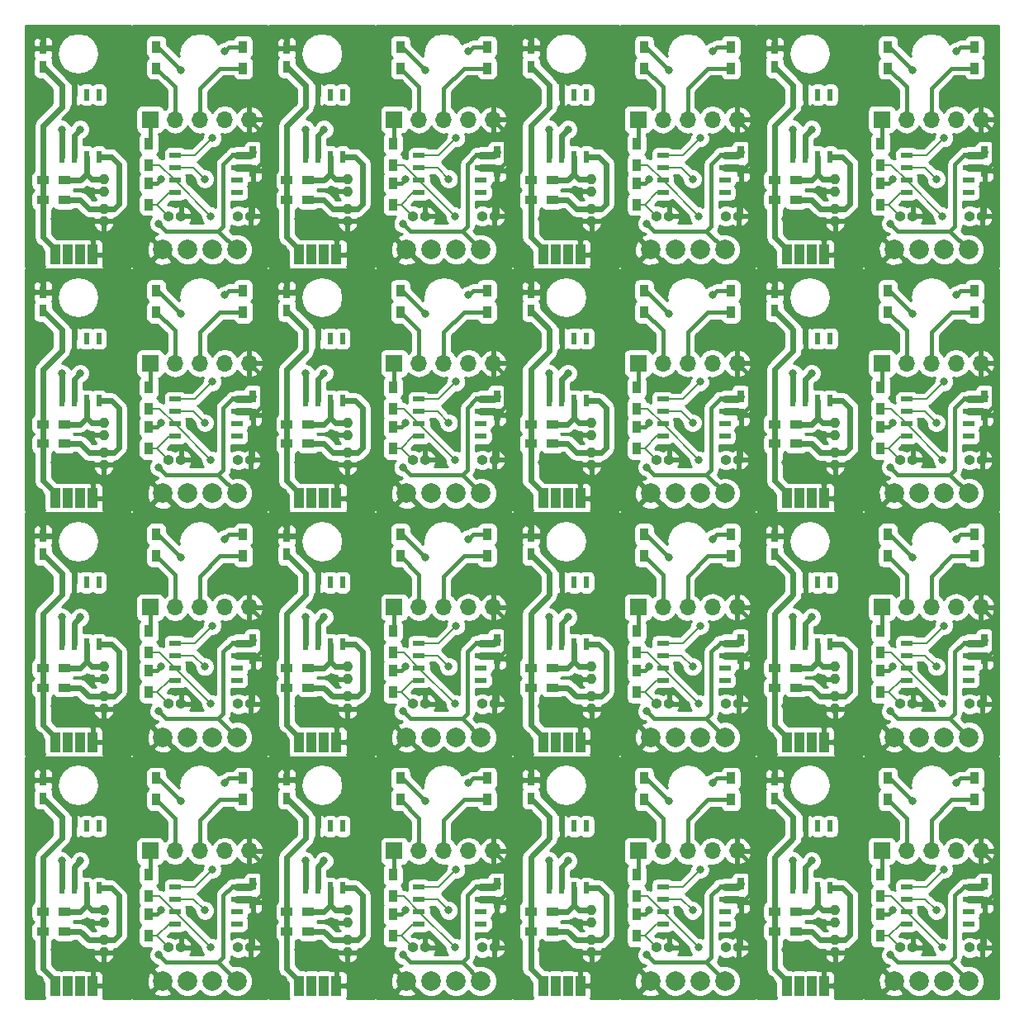
<source format=gtl>
G04 #@! TF.FileFunction,Copper,L1,Top,Signal*
%FSLAX46Y46*%
G04 Gerber Fmt 4.6, Leading zero omitted, Abs format (unit mm)*
G04 Created by KiCad (PCBNEW 4.0.6) date 11/11/17 16:17:48*
%MOMM*%
%LPD*%
G01*
G04 APERTURE LIST*
%ADD10C,0.100000*%
%ADD11R,0.508000X1.143000*%
%ADD12R,1.200000X0.900000*%
%ADD13R,0.750000X1.200000*%
%ADD14R,1.000000X2.000000*%
%ADD15O,1.000000X1.100000*%
%ADD16R,1.143000X0.508000*%
%ADD17R,0.900000X1.200000*%
%ADD18C,2.000000*%
%ADD19O,1.100000X1.000000*%
%ADD20R,1.700000X1.700000*%
%ADD21O,1.700000X1.700000*%
%ADD22C,0.800000*%
%ADD23C,0.600000*%
%ADD24C,0.400000*%
%ADD25C,0.800000*%
%ADD26C,0.200000*%
%ADD27C,0.254000*%
G04 APERTURE END LIST*
D10*
D11*
X118810000Y-117220000D03*
X120080000Y-117220000D03*
X121350000Y-117220000D03*
X122620000Y-117220000D03*
X122620000Y-123570000D03*
X121350000Y-123570000D03*
X120080000Y-123570000D03*
X118810000Y-123570000D03*
D12*
X116900000Y-128000000D03*
X119100000Y-128000000D03*
X116900000Y-126000000D03*
X119100000Y-126000000D03*
D13*
X116905000Y-114360000D03*
X116905000Y-112460000D03*
D14*
X118175000Y-133595000D03*
X119445000Y-133595000D03*
X120715000Y-133595000D03*
X121985000Y-133595000D03*
D15*
X123128000Y-125856000D03*
X123128000Y-127126000D03*
X123128000Y-128904000D03*
X123128000Y-130174000D03*
X123128000Y-103904000D03*
X123128000Y-105174000D03*
X123128000Y-100856000D03*
X123128000Y-102126000D03*
D14*
X118175000Y-108595000D03*
X119445000Y-108595000D03*
X120715000Y-108595000D03*
X121985000Y-108595000D03*
D13*
X116905000Y-89360000D03*
X116905000Y-87460000D03*
D12*
X116900000Y-101000000D03*
X119100000Y-101000000D03*
X116900000Y-103000000D03*
X119100000Y-103000000D03*
D11*
X118810000Y-92220000D03*
X120080000Y-92220000D03*
X121350000Y-92220000D03*
X122620000Y-92220000D03*
X122620000Y-98570000D03*
X121350000Y-98570000D03*
X120080000Y-98570000D03*
X118810000Y-98570000D03*
X118810000Y-42220000D03*
X120080000Y-42220000D03*
X121350000Y-42220000D03*
X122620000Y-42220000D03*
X122620000Y-48570000D03*
X121350000Y-48570000D03*
X120080000Y-48570000D03*
X118810000Y-48570000D03*
D12*
X116900000Y-53000000D03*
X119100000Y-53000000D03*
X116900000Y-51000000D03*
X119100000Y-51000000D03*
D13*
X116905000Y-39360000D03*
X116905000Y-37460000D03*
D14*
X118175000Y-58595000D03*
X119445000Y-58595000D03*
X120715000Y-58595000D03*
X121985000Y-58595000D03*
D15*
X123128000Y-50856000D03*
X123128000Y-52126000D03*
X123128000Y-53904000D03*
X123128000Y-55174000D03*
X123128000Y-78904000D03*
X123128000Y-80174000D03*
X123128000Y-75856000D03*
X123128000Y-77126000D03*
D14*
X118175000Y-83595000D03*
X119445000Y-83595000D03*
X120715000Y-83595000D03*
X121985000Y-83595000D03*
D13*
X116905000Y-64360000D03*
X116905000Y-62460000D03*
D12*
X116900000Y-76000000D03*
X119100000Y-76000000D03*
X116900000Y-78000000D03*
X119100000Y-78000000D03*
D11*
X118810000Y-67220000D03*
X120080000Y-67220000D03*
X121350000Y-67220000D03*
X122620000Y-67220000D03*
X122620000Y-73570000D03*
X121350000Y-73570000D03*
X120080000Y-73570000D03*
X118810000Y-73570000D03*
D16*
X136795000Y-73443000D03*
X136795000Y-74713000D03*
X136795000Y-75983000D03*
X136795000Y-77253000D03*
X130445000Y-77253000D03*
X130445000Y-75983000D03*
X130445000Y-74713000D03*
X130445000Y-73443000D03*
D17*
X128540000Y-62310000D03*
X128540000Y-64510000D03*
X137430000Y-62310000D03*
X137430000Y-64510000D03*
X127778000Y-76280000D03*
X127778000Y-78480000D03*
X127778000Y-72216000D03*
X127778000Y-74416000D03*
D13*
X138446000Y-73128000D03*
X138446000Y-75028000D03*
D18*
X136795000Y-83095000D03*
X134255000Y-83095000D03*
X131715000Y-83095000D03*
X129175000Y-83095000D03*
D19*
X131080000Y-79666000D03*
X129810000Y-79666000D03*
X138192000Y-79666000D03*
X136922000Y-79666000D03*
D20*
X127905000Y-69760000D03*
D21*
X130445000Y-69760000D03*
X132985000Y-69760000D03*
X135525000Y-69760000D03*
X138065000Y-69760000D03*
D20*
X127905000Y-44760000D03*
D21*
X130445000Y-44760000D03*
X132985000Y-44760000D03*
X135525000Y-44760000D03*
X138065000Y-44760000D03*
D19*
X138192000Y-54666000D03*
X136922000Y-54666000D03*
X131080000Y-54666000D03*
X129810000Y-54666000D03*
D18*
X136795000Y-58095000D03*
X134255000Y-58095000D03*
X131715000Y-58095000D03*
X129175000Y-58095000D03*
D13*
X138446000Y-48128000D03*
X138446000Y-50028000D03*
D17*
X127778000Y-47216000D03*
X127778000Y-49416000D03*
X127778000Y-51280000D03*
X127778000Y-53480000D03*
X137430000Y-37310000D03*
X137430000Y-39510000D03*
X128540000Y-37310000D03*
X128540000Y-39510000D03*
D16*
X136795000Y-48443000D03*
X136795000Y-49713000D03*
X136795000Y-50983000D03*
X136795000Y-52253000D03*
X130445000Y-52253000D03*
X130445000Y-50983000D03*
X130445000Y-49713000D03*
X130445000Y-48443000D03*
X136795000Y-98443000D03*
X136795000Y-99713000D03*
X136795000Y-100983000D03*
X136795000Y-102253000D03*
X130445000Y-102253000D03*
X130445000Y-100983000D03*
X130445000Y-99713000D03*
X130445000Y-98443000D03*
D17*
X128540000Y-87310000D03*
X128540000Y-89510000D03*
X137430000Y-87310000D03*
X137430000Y-89510000D03*
X127778000Y-101280000D03*
X127778000Y-103480000D03*
X127778000Y-97216000D03*
X127778000Y-99416000D03*
D13*
X138446000Y-98128000D03*
X138446000Y-100028000D03*
D18*
X136795000Y-108095000D03*
X134255000Y-108095000D03*
X131715000Y-108095000D03*
X129175000Y-108095000D03*
D19*
X131080000Y-104666000D03*
X129810000Y-104666000D03*
X138192000Y-104666000D03*
X136922000Y-104666000D03*
D20*
X127905000Y-94760000D03*
D21*
X130445000Y-94760000D03*
X132985000Y-94760000D03*
X135525000Y-94760000D03*
X138065000Y-94760000D03*
D20*
X127905000Y-119760000D03*
D21*
X130445000Y-119760000D03*
X132985000Y-119760000D03*
X135525000Y-119760000D03*
X138065000Y-119760000D03*
D19*
X138192000Y-129666000D03*
X136922000Y-129666000D03*
X131080000Y-129666000D03*
X129810000Y-129666000D03*
D18*
X136795000Y-133095000D03*
X134255000Y-133095000D03*
X131715000Y-133095000D03*
X129175000Y-133095000D03*
D13*
X138446000Y-123128000D03*
X138446000Y-125028000D03*
D17*
X127778000Y-122216000D03*
X127778000Y-124416000D03*
X127778000Y-126280000D03*
X127778000Y-128480000D03*
X137430000Y-112310000D03*
X137430000Y-114510000D03*
X128540000Y-112310000D03*
X128540000Y-114510000D03*
D16*
X136795000Y-123443000D03*
X136795000Y-124713000D03*
X136795000Y-125983000D03*
X136795000Y-127253000D03*
X130445000Y-127253000D03*
X130445000Y-125983000D03*
X130445000Y-124713000D03*
X130445000Y-123443000D03*
X161795000Y-123443000D03*
X161795000Y-124713000D03*
X161795000Y-125983000D03*
X161795000Y-127253000D03*
X155445000Y-127253000D03*
X155445000Y-125983000D03*
X155445000Y-124713000D03*
X155445000Y-123443000D03*
D17*
X153540000Y-112310000D03*
X153540000Y-114510000D03*
X162430000Y-112310000D03*
X162430000Y-114510000D03*
X152778000Y-126280000D03*
X152778000Y-128480000D03*
X152778000Y-122216000D03*
X152778000Y-124416000D03*
D13*
X163446000Y-123128000D03*
X163446000Y-125028000D03*
D18*
X161795000Y-133095000D03*
X159255000Y-133095000D03*
X156715000Y-133095000D03*
X154175000Y-133095000D03*
D19*
X156080000Y-129666000D03*
X154810000Y-129666000D03*
X163192000Y-129666000D03*
X161922000Y-129666000D03*
D20*
X152905000Y-119760000D03*
D21*
X155445000Y-119760000D03*
X157985000Y-119760000D03*
X160525000Y-119760000D03*
X163065000Y-119760000D03*
D20*
X152905000Y-94760000D03*
D21*
X155445000Y-94760000D03*
X157985000Y-94760000D03*
X160525000Y-94760000D03*
X163065000Y-94760000D03*
D19*
X163192000Y-104666000D03*
X161922000Y-104666000D03*
X156080000Y-104666000D03*
X154810000Y-104666000D03*
D18*
X161795000Y-108095000D03*
X159255000Y-108095000D03*
X156715000Y-108095000D03*
X154175000Y-108095000D03*
D13*
X163446000Y-98128000D03*
X163446000Y-100028000D03*
D17*
X152778000Y-97216000D03*
X152778000Y-99416000D03*
X152778000Y-101280000D03*
X152778000Y-103480000D03*
X162430000Y-87310000D03*
X162430000Y-89510000D03*
X153540000Y-87310000D03*
X153540000Y-89510000D03*
D16*
X161795000Y-98443000D03*
X161795000Y-99713000D03*
X161795000Y-100983000D03*
X161795000Y-102253000D03*
X155445000Y-102253000D03*
X155445000Y-100983000D03*
X155445000Y-99713000D03*
X155445000Y-98443000D03*
X161795000Y-48443000D03*
X161795000Y-49713000D03*
X161795000Y-50983000D03*
X161795000Y-52253000D03*
X155445000Y-52253000D03*
X155445000Y-50983000D03*
X155445000Y-49713000D03*
X155445000Y-48443000D03*
D17*
X153540000Y-37310000D03*
X153540000Y-39510000D03*
X162430000Y-37310000D03*
X162430000Y-39510000D03*
X152778000Y-51280000D03*
X152778000Y-53480000D03*
X152778000Y-47216000D03*
X152778000Y-49416000D03*
D13*
X163446000Y-48128000D03*
X163446000Y-50028000D03*
D18*
X161795000Y-58095000D03*
X159255000Y-58095000D03*
X156715000Y-58095000D03*
X154175000Y-58095000D03*
D19*
X156080000Y-54666000D03*
X154810000Y-54666000D03*
X163192000Y-54666000D03*
X161922000Y-54666000D03*
D20*
X152905000Y-44760000D03*
D21*
X155445000Y-44760000D03*
X157985000Y-44760000D03*
X160525000Y-44760000D03*
X163065000Y-44760000D03*
D20*
X152905000Y-69760000D03*
D21*
X155445000Y-69760000D03*
X157985000Y-69760000D03*
X160525000Y-69760000D03*
X163065000Y-69760000D03*
D19*
X163192000Y-79666000D03*
X161922000Y-79666000D03*
X156080000Y-79666000D03*
X154810000Y-79666000D03*
D18*
X161795000Y-83095000D03*
X159255000Y-83095000D03*
X156715000Y-83095000D03*
X154175000Y-83095000D03*
D13*
X163446000Y-73128000D03*
X163446000Y-75028000D03*
D17*
X152778000Y-72216000D03*
X152778000Y-74416000D03*
X152778000Y-76280000D03*
X152778000Y-78480000D03*
X162430000Y-62310000D03*
X162430000Y-64510000D03*
X153540000Y-62310000D03*
X153540000Y-64510000D03*
D16*
X161795000Y-73443000D03*
X161795000Y-74713000D03*
X161795000Y-75983000D03*
X161795000Y-77253000D03*
X155445000Y-77253000D03*
X155445000Y-75983000D03*
X155445000Y-74713000D03*
X155445000Y-73443000D03*
D11*
X143810000Y-67220000D03*
X145080000Y-67220000D03*
X146350000Y-67220000D03*
X147620000Y-67220000D03*
X147620000Y-73570000D03*
X146350000Y-73570000D03*
X145080000Y-73570000D03*
X143810000Y-73570000D03*
D12*
X141900000Y-78000000D03*
X144100000Y-78000000D03*
X141900000Y-76000000D03*
X144100000Y-76000000D03*
D13*
X141905000Y-64360000D03*
X141905000Y-62460000D03*
D14*
X143175000Y-83595000D03*
X144445000Y-83595000D03*
X145715000Y-83595000D03*
X146985000Y-83595000D03*
D15*
X148128000Y-75856000D03*
X148128000Y-77126000D03*
X148128000Y-78904000D03*
X148128000Y-80174000D03*
X148128000Y-53904000D03*
X148128000Y-55174000D03*
X148128000Y-50856000D03*
X148128000Y-52126000D03*
D14*
X143175000Y-58595000D03*
X144445000Y-58595000D03*
X145715000Y-58595000D03*
X146985000Y-58595000D03*
D13*
X141905000Y-39360000D03*
X141905000Y-37460000D03*
D12*
X141900000Y-51000000D03*
X144100000Y-51000000D03*
X141900000Y-53000000D03*
X144100000Y-53000000D03*
D11*
X143810000Y-42220000D03*
X145080000Y-42220000D03*
X146350000Y-42220000D03*
X147620000Y-42220000D03*
X147620000Y-48570000D03*
X146350000Y-48570000D03*
X145080000Y-48570000D03*
X143810000Y-48570000D03*
X143810000Y-92220000D03*
X145080000Y-92220000D03*
X146350000Y-92220000D03*
X147620000Y-92220000D03*
X147620000Y-98570000D03*
X146350000Y-98570000D03*
X145080000Y-98570000D03*
X143810000Y-98570000D03*
D12*
X141900000Y-103000000D03*
X144100000Y-103000000D03*
X141900000Y-101000000D03*
X144100000Y-101000000D03*
D13*
X141905000Y-89360000D03*
X141905000Y-87460000D03*
D14*
X143175000Y-108595000D03*
X144445000Y-108595000D03*
X145715000Y-108595000D03*
X146985000Y-108595000D03*
D15*
X148128000Y-100856000D03*
X148128000Y-102126000D03*
X148128000Y-103904000D03*
X148128000Y-105174000D03*
X148128000Y-128904000D03*
X148128000Y-130174000D03*
X148128000Y-125856000D03*
X148128000Y-127126000D03*
D14*
X143175000Y-133595000D03*
X144445000Y-133595000D03*
X145715000Y-133595000D03*
X146985000Y-133595000D03*
D13*
X141905000Y-114360000D03*
X141905000Y-112460000D03*
D12*
X141900000Y-126000000D03*
X144100000Y-126000000D03*
X141900000Y-128000000D03*
X144100000Y-128000000D03*
D11*
X143810000Y-117220000D03*
X145080000Y-117220000D03*
X146350000Y-117220000D03*
X147620000Y-117220000D03*
X147620000Y-123570000D03*
X146350000Y-123570000D03*
X145080000Y-123570000D03*
X143810000Y-123570000D03*
X93810000Y-117220000D03*
X95080000Y-117220000D03*
X96350000Y-117220000D03*
X97620000Y-117220000D03*
X97620000Y-123570000D03*
X96350000Y-123570000D03*
X95080000Y-123570000D03*
X93810000Y-123570000D03*
D12*
X91900000Y-128000000D03*
X94100000Y-128000000D03*
X91900000Y-126000000D03*
X94100000Y-126000000D03*
D13*
X91905000Y-114360000D03*
X91905000Y-112460000D03*
D14*
X93175000Y-133595000D03*
X94445000Y-133595000D03*
X95715000Y-133595000D03*
X96985000Y-133595000D03*
D15*
X98128000Y-125856000D03*
X98128000Y-127126000D03*
X98128000Y-128904000D03*
X98128000Y-130174000D03*
X98128000Y-103904000D03*
X98128000Y-105174000D03*
X98128000Y-100856000D03*
X98128000Y-102126000D03*
D14*
X93175000Y-108595000D03*
X94445000Y-108595000D03*
X95715000Y-108595000D03*
X96985000Y-108595000D03*
D13*
X91905000Y-89360000D03*
X91905000Y-87460000D03*
D12*
X91900000Y-101000000D03*
X94100000Y-101000000D03*
X91900000Y-103000000D03*
X94100000Y-103000000D03*
D11*
X93810000Y-92220000D03*
X95080000Y-92220000D03*
X96350000Y-92220000D03*
X97620000Y-92220000D03*
X97620000Y-98570000D03*
X96350000Y-98570000D03*
X95080000Y-98570000D03*
X93810000Y-98570000D03*
X93810000Y-42220000D03*
X95080000Y-42220000D03*
X96350000Y-42220000D03*
X97620000Y-42220000D03*
X97620000Y-48570000D03*
X96350000Y-48570000D03*
X95080000Y-48570000D03*
X93810000Y-48570000D03*
D12*
X91900000Y-53000000D03*
X94100000Y-53000000D03*
X91900000Y-51000000D03*
X94100000Y-51000000D03*
D13*
X91905000Y-39360000D03*
X91905000Y-37460000D03*
D14*
X93175000Y-58595000D03*
X94445000Y-58595000D03*
X95715000Y-58595000D03*
X96985000Y-58595000D03*
D15*
X98128000Y-50856000D03*
X98128000Y-52126000D03*
X98128000Y-53904000D03*
X98128000Y-55174000D03*
X98128000Y-78904000D03*
X98128000Y-80174000D03*
X98128000Y-75856000D03*
X98128000Y-77126000D03*
D14*
X93175000Y-83595000D03*
X94445000Y-83595000D03*
X95715000Y-83595000D03*
X96985000Y-83595000D03*
D13*
X91905000Y-64360000D03*
X91905000Y-62460000D03*
D12*
X91900000Y-76000000D03*
X94100000Y-76000000D03*
X91900000Y-78000000D03*
X94100000Y-78000000D03*
D11*
X93810000Y-67220000D03*
X95080000Y-67220000D03*
X96350000Y-67220000D03*
X97620000Y-67220000D03*
X97620000Y-73570000D03*
X96350000Y-73570000D03*
X95080000Y-73570000D03*
X93810000Y-73570000D03*
D16*
X111795000Y-73443000D03*
X111795000Y-74713000D03*
X111795000Y-75983000D03*
X111795000Y-77253000D03*
X105445000Y-77253000D03*
X105445000Y-75983000D03*
X105445000Y-74713000D03*
X105445000Y-73443000D03*
D17*
X103540000Y-62310000D03*
X103540000Y-64510000D03*
X112430000Y-62310000D03*
X112430000Y-64510000D03*
X102778000Y-76280000D03*
X102778000Y-78480000D03*
X102778000Y-72216000D03*
X102778000Y-74416000D03*
D13*
X113446000Y-73128000D03*
X113446000Y-75028000D03*
D18*
X111795000Y-83095000D03*
X109255000Y-83095000D03*
X106715000Y-83095000D03*
X104175000Y-83095000D03*
D19*
X106080000Y-79666000D03*
X104810000Y-79666000D03*
X113192000Y-79666000D03*
X111922000Y-79666000D03*
D20*
X102905000Y-69760000D03*
D21*
X105445000Y-69760000D03*
X107985000Y-69760000D03*
X110525000Y-69760000D03*
X113065000Y-69760000D03*
D20*
X102905000Y-44760000D03*
D21*
X105445000Y-44760000D03*
X107985000Y-44760000D03*
X110525000Y-44760000D03*
X113065000Y-44760000D03*
D19*
X113192000Y-54666000D03*
X111922000Y-54666000D03*
X106080000Y-54666000D03*
X104810000Y-54666000D03*
D18*
X111795000Y-58095000D03*
X109255000Y-58095000D03*
X106715000Y-58095000D03*
X104175000Y-58095000D03*
D13*
X113446000Y-48128000D03*
X113446000Y-50028000D03*
D17*
X102778000Y-47216000D03*
X102778000Y-49416000D03*
X102778000Y-51280000D03*
X102778000Y-53480000D03*
X112430000Y-37310000D03*
X112430000Y-39510000D03*
X103540000Y-37310000D03*
X103540000Y-39510000D03*
D16*
X111795000Y-48443000D03*
X111795000Y-49713000D03*
X111795000Y-50983000D03*
X111795000Y-52253000D03*
X105445000Y-52253000D03*
X105445000Y-50983000D03*
X105445000Y-49713000D03*
X105445000Y-48443000D03*
X111795000Y-98443000D03*
X111795000Y-99713000D03*
X111795000Y-100983000D03*
X111795000Y-102253000D03*
X105445000Y-102253000D03*
X105445000Y-100983000D03*
X105445000Y-99713000D03*
X105445000Y-98443000D03*
D17*
X103540000Y-87310000D03*
X103540000Y-89510000D03*
X112430000Y-87310000D03*
X112430000Y-89510000D03*
X102778000Y-101280000D03*
X102778000Y-103480000D03*
X102778000Y-97216000D03*
X102778000Y-99416000D03*
D13*
X113446000Y-98128000D03*
X113446000Y-100028000D03*
D18*
X111795000Y-108095000D03*
X109255000Y-108095000D03*
X106715000Y-108095000D03*
X104175000Y-108095000D03*
D19*
X106080000Y-104666000D03*
X104810000Y-104666000D03*
X113192000Y-104666000D03*
X111922000Y-104666000D03*
D20*
X102905000Y-94760000D03*
D21*
X105445000Y-94760000D03*
X107985000Y-94760000D03*
X110525000Y-94760000D03*
X113065000Y-94760000D03*
D20*
X102905000Y-119760000D03*
D21*
X105445000Y-119760000D03*
X107985000Y-119760000D03*
X110525000Y-119760000D03*
X113065000Y-119760000D03*
D19*
X113192000Y-129666000D03*
X111922000Y-129666000D03*
X106080000Y-129666000D03*
X104810000Y-129666000D03*
D18*
X111795000Y-133095000D03*
X109255000Y-133095000D03*
X106715000Y-133095000D03*
X104175000Y-133095000D03*
D13*
X113446000Y-123128000D03*
X113446000Y-125028000D03*
D17*
X102778000Y-122216000D03*
X102778000Y-124416000D03*
X102778000Y-126280000D03*
X102778000Y-128480000D03*
X112430000Y-112310000D03*
X112430000Y-114510000D03*
X103540000Y-112310000D03*
X103540000Y-114510000D03*
D16*
X111795000Y-123443000D03*
X111795000Y-124713000D03*
X111795000Y-125983000D03*
X111795000Y-127253000D03*
X105445000Y-127253000D03*
X105445000Y-125983000D03*
X105445000Y-124713000D03*
X105445000Y-123443000D03*
X86795000Y-123443000D03*
X86795000Y-124713000D03*
X86795000Y-125983000D03*
X86795000Y-127253000D03*
X80445000Y-127253000D03*
X80445000Y-125983000D03*
X80445000Y-124713000D03*
X80445000Y-123443000D03*
D17*
X78540000Y-112310000D03*
X78540000Y-114510000D03*
X87430000Y-112310000D03*
X87430000Y-114510000D03*
X77778000Y-126280000D03*
X77778000Y-128480000D03*
X77778000Y-122216000D03*
X77778000Y-124416000D03*
D13*
X88446000Y-123128000D03*
X88446000Y-125028000D03*
D18*
X86795000Y-133095000D03*
X84255000Y-133095000D03*
X81715000Y-133095000D03*
X79175000Y-133095000D03*
D19*
X81080000Y-129666000D03*
X79810000Y-129666000D03*
X88192000Y-129666000D03*
X86922000Y-129666000D03*
D20*
X77905000Y-119760000D03*
D21*
X80445000Y-119760000D03*
X82985000Y-119760000D03*
X85525000Y-119760000D03*
X88065000Y-119760000D03*
D20*
X77905000Y-94760000D03*
D21*
X80445000Y-94760000D03*
X82985000Y-94760000D03*
X85525000Y-94760000D03*
X88065000Y-94760000D03*
D19*
X88192000Y-104666000D03*
X86922000Y-104666000D03*
X81080000Y-104666000D03*
X79810000Y-104666000D03*
D18*
X86795000Y-108095000D03*
X84255000Y-108095000D03*
X81715000Y-108095000D03*
X79175000Y-108095000D03*
D13*
X88446000Y-98128000D03*
X88446000Y-100028000D03*
D17*
X77778000Y-97216000D03*
X77778000Y-99416000D03*
X77778000Y-101280000D03*
X77778000Y-103480000D03*
X87430000Y-87310000D03*
X87430000Y-89510000D03*
X78540000Y-87310000D03*
X78540000Y-89510000D03*
D16*
X86795000Y-98443000D03*
X86795000Y-99713000D03*
X86795000Y-100983000D03*
X86795000Y-102253000D03*
X80445000Y-102253000D03*
X80445000Y-100983000D03*
X80445000Y-99713000D03*
X80445000Y-98443000D03*
X86795000Y-48443000D03*
X86795000Y-49713000D03*
X86795000Y-50983000D03*
X86795000Y-52253000D03*
X80445000Y-52253000D03*
X80445000Y-50983000D03*
X80445000Y-49713000D03*
X80445000Y-48443000D03*
D17*
X78540000Y-37310000D03*
X78540000Y-39510000D03*
X87430000Y-37310000D03*
X87430000Y-39510000D03*
X77778000Y-51280000D03*
X77778000Y-53480000D03*
X77778000Y-47216000D03*
X77778000Y-49416000D03*
D13*
X88446000Y-48128000D03*
X88446000Y-50028000D03*
D18*
X86795000Y-58095000D03*
X84255000Y-58095000D03*
X81715000Y-58095000D03*
X79175000Y-58095000D03*
D19*
X81080000Y-54666000D03*
X79810000Y-54666000D03*
X88192000Y-54666000D03*
X86922000Y-54666000D03*
D20*
X77905000Y-44760000D03*
D21*
X80445000Y-44760000D03*
X82985000Y-44760000D03*
X85525000Y-44760000D03*
X88065000Y-44760000D03*
D20*
X77905000Y-69760000D03*
D21*
X80445000Y-69760000D03*
X82985000Y-69760000D03*
X85525000Y-69760000D03*
X88065000Y-69760000D03*
D19*
X88192000Y-79666000D03*
X86922000Y-79666000D03*
X81080000Y-79666000D03*
X79810000Y-79666000D03*
D18*
X86795000Y-83095000D03*
X84255000Y-83095000D03*
X81715000Y-83095000D03*
X79175000Y-83095000D03*
D13*
X88446000Y-73128000D03*
X88446000Y-75028000D03*
D17*
X77778000Y-72216000D03*
X77778000Y-74416000D03*
X77778000Y-76280000D03*
X77778000Y-78480000D03*
X87430000Y-62310000D03*
X87430000Y-64510000D03*
X78540000Y-62310000D03*
X78540000Y-64510000D03*
D16*
X86795000Y-73443000D03*
X86795000Y-74713000D03*
X86795000Y-75983000D03*
X86795000Y-77253000D03*
X80445000Y-77253000D03*
X80445000Y-75983000D03*
X80445000Y-74713000D03*
X80445000Y-73443000D03*
D11*
X68810000Y-67220000D03*
X70080000Y-67220000D03*
X71350000Y-67220000D03*
X72620000Y-67220000D03*
X72620000Y-73570000D03*
X71350000Y-73570000D03*
X70080000Y-73570000D03*
X68810000Y-73570000D03*
D12*
X66900000Y-78000000D03*
X69100000Y-78000000D03*
X66900000Y-76000000D03*
X69100000Y-76000000D03*
D13*
X66905000Y-64360000D03*
X66905000Y-62460000D03*
D14*
X68175000Y-83595000D03*
X69445000Y-83595000D03*
X70715000Y-83595000D03*
X71985000Y-83595000D03*
D15*
X73128000Y-75856000D03*
X73128000Y-77126000D03*
X73128000Y-78904000D03*
X73128000Y-80174000D03*
X73128000Y-53904000D03*
X73128000Y-55174000D03*
X73128000Y-50856000D03*
X73128000Y-52126000D03*
D14*
X68175000Y-58595000D03*
X69445000Y-58595000D03*
X70715000Y-58595000D03*
X71985000Y-58595000D03*
D13*
X66905000Y-39360000D03*
X66905000Y-37460000D03*
D12*
X66900000Y-51000000D03*
X69100000Y-51000000D03*
X66900000Y-53000000D03*
X69100000Y-53000000D03*
D11*
X68810000Y-42220000D03*
X70080000Y-42220000D03*
X71350000Y-42220000D03*
X72620000Y-42220000D03*
X72620000Y-48570000D03*
X71350000Y-48570000D03*
X70080000Y-48570000D03*
X68810000Y-48570000D03*
X68810000Y-92220000D03*
X70080000Y-92220000D03*
X71350000Y-92220000D03*
X72620000Y-92220000D03*
X72620000Y-98570000D03*
X71350000Y-98570000D03*
X70080000Y-98570000D03*
X68810000Y-98570000D03*
D12*
X66900000Y-103000000D03*
X69100000Y-103000000D03*
X66900000Y-101000000D03*
X69100000Y-101000000D03*
D13*
X66905000Y-89360000D03*
X66905000Y-87460000D03*
D14*
X68175000Y-108595000D03*
X69445000Y-108595000D03*
X70715000Y-108595000D03*
X71985000Y-108595000D03*
D15*
X73128000Y-100856000D03*
X73128000Y-102126000D03*
X73128000Y-103904000D03*
X73128000Y-105174000D03*
X73128000Y-128904000D03*
X73128000Y-130174000D03*
X73128000Y-125856000D03*
X73128000Y-127126000D03*
D14*
X68175000Y-133595000D03*
X69445000Y-133595000D03*
X70715000Y-133595000D03*
X71985000Y-133595000D03*
D13*
X66905000Y-114360000D03*
X66905000Y-112460000D03*
D12*
X66900000Y-126000000D03*
X69100000Y-126000000D03*
X66900000Y-128000000D03*
X69100000Y-128000000D03*
D11*
X68810000Y-117220000D03*
X70080000Y-117220000D03*
X71350000Y-117220000D03*
X72620000Y-117220000D03*
X72620000Y-123570000D03*
X71350000Y-123570000D03*
X70080000Y-123570000D03*
X68810000Y-123570000D03*
D22*
X135525000Y-62775000D03*
X131080000Y-64680000D03*
X129048000Y-75856000D03*
X128794000Y-80428000D03*
X128794000Y-55428000D03*
X129048000Y-50856000D03*
X131080000Y-39680000D03*
X135525000Y-37775000D03*
X135525000Y-87775000D03*
X131080000Y-89680000D03*
X129048000Y-100856000D03*
X128794000Y-105428000D03*
X128794000Y-130428000D03*
X129048000Y-125856000D03*
X131080000Y-114680000D03*
X135525000Y-112775000D03*
X160525000Y-112775000D03*
X156080000Y-114680000D03*
X154048000Y-125856000D03*
X153794000Y-130428000D03*
X153794000Y-105428000D03*
X154048000Y-100856000D03*
X156080000Y-89680000D03*
X160525000Y-87775000D03*
X160525000Y-37775000D03*
X156080000Y-39680000D03*
X154048000Y-50856000D03*
X153794000Y-55428000D03*
X153794000Y-80428000D03*
X154048000Y-75856000D03*
X156080000Y-64680000D03*
X160525000Y-62775000D03*
X110525000Y-62775000D03*
X106080000Y-64680000D03*
X104048000Y-75856000D03*
X103794000Y-80428000D03*
X103794000Y-55428000D03*
X104048000Y-50856000D03*
X106080000Y-39680000D03*
X110525000Y-37775000D03*
X110525000Y-87775000D03*
X106080000Y-89680000D03*
X104048000Y-100856000D03*
X103794000Y-105428000D03*
X103794000Y-130428000D03*
X104048000Y-125856000D03*
X106080000Y-114680000D03*
X110525000Y-112775000D03*
X85525000Y-112775000D03*
X81080000Y-114680000D03*
X79048000Y-125856000D03*
X78794000Y-130428000D03*
X78794000Y-105428000D03*
X79048000Y-100856000D03*
X81080000Y-89680000D03*
X85525000Y-87775000D03*
X85525000Y-37775000D03*
X81080000Y-39680000D03*
X79048000Y-50856000D03*
X78794000Y-55428000D03*
X78794000Y-80428000D03*
X79048000Y-75856000D03*
X81080000Y-64680000D03*
X85525000Y-62775000D03*
X124652000Y-117220000D03*
X116524000Y-111124000D03*
X124652000Y-111124000D03*
X118048000Y-129920000D03*
X116524000Y-132968000D03*
X116524000Y-107968000D03*
X118048000Y-104920000D03*
X124652000Y-86124000D03*
X116524000Y-86124000D03*
X124652000Y-92220000D03*
X124652000Y-42220000D03*
X116524000Y-36124000D03*
X124652000Y-36124000D03*
X118048000Y-54920000D03*
X116524000Y-57968000D03*
X116524000Y-82968000D03*
X118048000Y-79920000D03*
X124652000Y-61124000D03*
X116524000Y-61124000D03*
X124652000Y-67220000D03*
X149652000Y-67220000D03*
X141524000Y-61124000D03*
X149652000Y-61124000D03*
X143048000Y-79920000D03*
X141524000Y-82968000D03*
X141524000Y-57968000D03*
X143048000Y-54920000D03*
X149652000Y-36124000D03*
X141524000Y-36124000D03*
X149652000Y-42220000D03*
X149652000Y-92220000D03*
X141524000Y-86124000D03*
X149652000Y-86124000D03*
X143048000Y-104920000D03*
X141524000Y-107968000D03*
X141524000Y-132968000D03*
X143048000Y-129920000D03*
X149652000Y-111124000D03*
X141524000Y-111124000D03*
X149652000Y-117220000D03*
X99652000Y-117220000D03*
X91524000Y-111124000D03*
X99652000Y-111124000D03*
X93048000Y-129920000D03*
X91524000Y-132968000D03*
X91524000Y-107968000D03*
X93048000Y-104920000D03*
X99652000Y-86124000D03*
X91524000Y-86124000D03*
X99652000Y-92220000D03*
X99652000Y-42220000D03*
X91524000Y-36124000D03*
X99652000Y-36124000D03*
X93048000Y-54920000D03*
X91524000Y-57968000D03*
X91524000Y-82968000D03*
X93048000Y-79920000D03*
X99652000Y-61124000D03*
X91524000Y-61124000D03*
X99652000Y-67220000D03*
X74652000Y-67220000D03*
X66524000Y-61124000D03*
X74652000Y-61124000D03*
X68048000Y-79920000D03*
X66524000Y-82968000D03*
X66524000Y-57968000D03*
X68048000Y-54920000D03*
X74652000Y-36124000D03*
X66524000Y-36124000D03*
X74652000Y-42220000D03*
X74652000Y-92220000D03*
X66524000Y-86124000D03*
X74652000Y-86124000D03*
X68048000Y-104920000D03*
X66524000Y-107968000D03*
X66524000Y-132968000D03*
X68048000Y-129920000D03*
X74652000Y-111124000D03*
X66524000Y-111124000D03*
X74652000Y-117220000D03*
X134128000Y-79666000D03*
X134128000Y-54666000D03*
X134128000Y-104666000D03*
X134128000Y-129666000D03*
X159128000Y-129666000D03*
X159128000Y-104666000D03*
X159128000Y-54666000D03*
X159128000Y-79666000D03*
X109128000Y-79666000D03*
X109128000Y-54666000D03*
X109128000Y-104666000D03*
X109128000Y-129666000D03*
X84128000Y-129666000D03*
X84128000Y-104666000D03*
X84128000Y-54666000D03*
X84128000Y-79666000D03*
X118810000Y-120776000D03*
X118810000Y-95776000D03*
X118810000Y-45776000D03*
X118810000Y-70776000D03*
X134255000Y-71665000D03*
X134255000Y-46665000D03*
X134255000Y-96665000D03*
X134255000Y-121665000D03*
X159255000Y-121665000D03*
X159255000Y-96665000D03*
X159255000Y-46665000D03*
X159255000Y-71665000D03*
X143810000Y-70776000D03*
X143810000Y-45776000D03*
X143810000Y-95776000D03*
X143810000Y-120776000D03*
X93810000Y-120776000D03*
X93810000Y-95776000D03*
X93810000Y-45776000D03*
X93810000Y-70776000D03*
X109255000Y-71665000D03*
X109255000Y-46665000D03*
X109255000Y-96665000D03*
X109255000Y-121665000D03*
X84255000Y-121665000D03*
X84255000Y-96665000D03*
X84255000Y-46665000D03*
X84255000Y-71665000D03*
X68810000Y-70776000D03*
X68810000Y-45776000D03*
X68810000Y-95776000D03*
X68810000Y-120776000D03*
X120715000Y-120776000D03*
X120715000Y-95776000D03*
X120715000Y-45776000D03*
X120715000Y-70776000D03*
X133493000Y-75856000D03*
X133493000Y-50856000D03*
X133493000Y-100856000D03*
X133493000Y-125856000D03*
X158493000Y-125856000D03*
X158493000Y-100856000D03*
X158493000Y-50856000D03*
X158493000Y-75856000D03*
X145715000Y-70776000D03*
X145715000Y-45776000D03*
X145715000Y-95776000D03*
X145715000Y-120776000D03*
X95715000Y-120776000D03*
X95715000Y-95776000D03*
X95715000Y-45776000D03*
X95715000Y-70776000D03*
X108493000Y-75856000D03*
X108493000Y-50856000D03*
X108493000Y-100856000D03*
X108493000Y-125856000D03*
X83493000Y-125856000D03*
X83493000Y-100856000D03*
X83493000Y-50856000D03*
X83493000Y-75856000D03*
X70715000Y-70776000D03*
X70715000Y-45776000D03*
X70715000Y-95776000D03*
X70715000Y-120776000D03*
X129810000Y-71792000D03*
X138700000Y-61378000D03*
X127270000Y-61378000D03*
X127270000Y-36378000D03*
X138700000Y-36378000D03*
X129810000Y-46792000D03*
X129810000Y-96792000D03*
X138700000Y-86378000D03*
X127270000Y-86378000D03*
X127270000Y-111378000D03*
X138700000Y-111378000D03*
X129810000Y-121792000D03*
X154810000Y-121792000D03*
X163700000Y-111378000D03*
X152270000Y-111378000D03*
X152270000Y-86378000D03*
X163700000Y-86378000D03*
X154810000Y-96792000D03*
X154810000Y-46792000D03*
X163700000Y-36378000D03*
X152270000Y-36378000D03*
X152270000Y-61378000D03*
X163700000Y-61378000D03*
X154810000Y-71792000D03*
X104810000Y-71792000D03*
X113700000Y-61378000D03*
X102270000Y-61378000D03*
X102270000Y-36378000D03*
X113700000Y-36378000D03*
X104810000Y-46792000D03*
X104810000Y-96792000D03*
X113700000Y-86378000D03*
X102270000Y-86378000D03*
X102270000Y-111378000D03*
X113700000Y-111378000D03*
X104810000Y-121792000D03*
X79810000Y-121792000D03*
X88700000Y-111378000D03*
X77270000Y-111378000D03*
X77270000Y-86378000D03*
X88700000Y-86378000D03*
X79810000Y-96792000D03*
X79810000Y-46792000D03*
X88700000Y-36378000D03*
X77270000Y-36378000D03*
X77270000Y-61378000D03*
X88700000Y-61378000D03*
X79810000Y-71792000D03*
D23*
X118810000Y-116265000D02*
X116905000Y-114360000D01*
X118810000Y-117220000D02*
X118810000Y-116265000D01*
X116900000Y-126000000D02*
X116900000Y-128000000D01*
X118810000Y-118490000D02*
X116900000Y-120400000D01*
X116900000Y-120400000D02*
X116900000Y-126000000D01*
X118810000Y-117220000D02*
X118810000Y-118490000D01*
X116900000Y-131820000D02*
X118175000Y-133095000D01*
X116900000Y-128000000D02*
X116900000Y-131820000D01*
X116900000Y-103000000D02*
X116900000Y-106820000D01*
X116900000Y-106820000D02*
X118175000Y-108095000D01*
X118810000Y-92220000D02*
X118810000Y-93490000D01*
X116900000Y-95400000D02*
X116900000Y-101000000D01*
X118810000Y-93490000D02*
X116900000Y-95400000D01*
X116900000Y-101000000D02*
X116900000Y-103000000D01*
X118810000Y-92220000D02*
X118810000Y-91265000D01*
X118810000Y-91265000D02*
X116905000Y-89360000D01*
X118810000Y-41265000D02*
X116905000Y-39360000D01*
X118810000Y-42220000D02*
X118810000Y-41265000D01*
X116900000Y-51000000D02*
X116900000Y-53000000D01*
X118810000Y-43490000D02*
X116900000Y-45400000D01*
X116900000Y-45400000D02*
X116900000Y-51000000D01*
X118810000Y-42220000D02*
X118810000Y-43490000D01*
X116900000Y-56820000D02*
X118175000Y-58095000D01*
X116900000Y-53000000D02*
X116900000Y-56820000D01*
X116900000Y-78000000D02*
X116900000Y-81820000D01*
X116900000Y-81820000D02*
X118175000Y-83095000D01*
X118810000Y-67220000D02*
X118810000Y-68490000D01*
X116900000Y-70400000D02*
X116900000Y-76000000D01*
X118810000Y-68490000D02*
X116900000Y-70400000D01*
X116900000Y-76000000D02*
X116900000Y-78000000D01*
X118810000Y-67220000D02*
X118810000Y-66265000D01*
X118810000Y-66265000D02*
X116905000Y-64360000D01*
D24*
X135990000Y-62310000D02*
X137430000Y-62310000D01*
X135525000Y-62775000D02*
X135990000Y-62310000D01*
X128710000Y-62310000D02*
X131080000Y-64680000D01*
X128540000Y-62310000D02*
X128710000Y-62310000D01*
D25*
X138131000Y-73443000D02*
X138446000Y-73128000D01*
X136795000Y-73443000D02*
X138131000Y-73443000D01*
D24*
X134890000Y-81190000D02*
X136795000Y-83095000D01*
X136287000Y-73443000D02*
X135398000Y-74332000D01*
X136795000Y-73443000D02*
X136287000Y-73443000D01*
X128624000Y-76280000D02*
X129048000Y-75856000D01*
X127778000Y-76280000D02*
X128624000Y-76280000D01*
X127905000Y-72089000D02*
X127778000Y-72216000D01*
X127905000Y-69760000D02*
X127905000Y-72089000D01*
X129556000Y-81190000D02*
X128794000Y-80428000D01*
X134890000Y-81190000D02*
X129556000Y-81190000D01*
X135398000Y-80682000D02*
X134890000Y-81190000D01*
X135398000Y-74332000D02*
X135398000Y-80682000D01*
X135398000Y-49332000D02*
X135398000Y-55682000D01*
X135398000Y-55682000D02*
X134890000Y-56190000D01*
X134890000Y-56190000D02*
X129556000Y-56190000D01*
X129556000Y-56190000D02*
X128794000Y-55428000D01*
X127905000Y-44760000D02*
X127905000Y-47089000D01*
X127905000Y-47089000D02*
X127778000Y-47216000D01*
X127778000Y-51280000D02*
X128624000Y-51280000D01*
X128624000Y-51280000D02*
X129048000Y-50856000D01*
X136795000Y-48443000D02*
X136287000Y-48443000D01*
X136287000Y-48443000D02*
X135398000Y-49332000D01*
X134890000Y-56190000D02*
X136795000Y-58095000D01*
D25*
X136795000Y-48443000D02*
X138131000Y-48443000D01*
X138131000Y-48443000D02*
X138446000Y-48128000D01*
D24*
X128540000Y-37310000D02*
X128710000Y-37310000D01*
X128710000Y-37310000D02*
X131080000Y-39680000D01*
X135525000Y-37775000D02*
X135990000Y-37310000D01*
X135990000Y-37310000D02*
X137430000Y-37310000D01*
X135990000Y-87310000D02*
X137430000Y-87310000D01*
X135525000Y-87775000D02*
X135990000Y-87310000D01*
X128710000Y-87310000D02*
X131080000Y-89680000D01*
X128540000Y-87310000D02*
X128710000Y-87310000D01*
D25*
X138131000Y-98443000D02*
X138446000Y-98128000D01*
X136795000Y-98443000D02*
X138131000Y-98443000D01*
D24*
X134890000Y-106190000D02*
X136795000Y-108095000D01*
X136287000Y-98443000D02*
X135398000Y-99332000D01*
X136795000Y-98443000D02*
X136287000Y-98443000D01*
X128624000Y-101280000D02*
X129048000Y-100856000D01*
X127778000Y-101280000D02*
X128624000Y-101280000D01*
X127905000Y-97089000D02*
X127778000Y-97216000D01*
X127905000Y-94760000D02*
X127905000Y-97089000D01*
X129556000Y-106190000D02*
X128794000Y-105428000D01*
X134890000Y-106190000D02*
X129556000Y-106190000D01*
X135398000Y-105682000D02*
X134890000Y-106190000D01*
X135398000Y-99332000D02*
X135398000Y-105682000D01*
X135398000Y-124332000D02*
X135398000Y-130682000D01*
X135398000Y-130682000D02*
X134890000Y-131190000D01*
X134890000Y-131190000D02*
X129556000Y-131190000D01*
X129556000Y-131190000D02*
X128794000Y-130428000D01*
X127905000Y-119760000D02*
X127905000Y-122089000D01*
X127905000Y-122089000D02*
X127778000Y-122216000D01*
X127778000Y-126280000D02*
X128624000Y-126280000D01*
X128624000Y-126280000D02*
X129048000Y-125856000D01*
X136795000Y-123443000D02*
X136287000Y-123443000D01*
X136287000Y-123443000D02*
X135398000Y-124332000D01*
X134890000Y-131190000D02*
X136795000Y-133095000D01*
D25*
X136795000Y-123443000D02*
X138131000Y-123443000D01*
X138131000Y-123443000D02*
X138446000Y-123128000D01*
D24*
X128540000Y-112310000D02*
X128710000Y-112310000D01*
X128710000Y-112310000D02*
X131080000Y-114680000D01*
X135525000Y-112775000D02*
X135990000Y-112310000D01*
X135990000Y-112310000D02*
X137430000Y-112310000D01*
X160990000Y-112310000D02*
X162430000Y-112310000D01*
X160525000Y-112775000D02*
X160990000Y-112310000D01*
X153710000Y-112310000D02*
X156080000Y-114680000D01*
X153540000Y-112310000D02*
X153710000Y-112310000D01*
D25*
X163131000Y-123443000D02*
X163446000Y-123128000D01*
X161795000Y-123443000D02*
X163131000Y-123443000D01*
D24*
X159890000Y-131190000D02*
X161795000Y-133095000D01*
X161287000Y-123443000D02*
X160398000Y-124332000D01*
X161795000Y-123443000D02*
X161287000Y-123443000D01*
X153624000Y-126280000D02*
X154048000Y-125856000D01*
X152778000Y-126280000D02*
X153624000Y-126280000D01*
X152905000Y-122089000D02*
X152778000Y-122216000D01*
X152905000Y-119760000D02*
X152905000Y-122089000D01*
X154556000Y-131190000D02*
X153794000Y-130428000D01*
X159890000Y-131190000D02*
X154556000Y-131190000D01*
X160398000Y-130682000D02*
X159890000Y-131190000D01*
X160398000Y-124332000D02*
X160398000Y-130682000D01*
X160398000Y-99332000D02*
X160398000Y-105682000D01*
X160398000Y-105682000D02*
X159890000Y-106190000D01*
X159890000Y-106190000D02*
X154556000Y-106190000D01*
X154556000Y-106190000D02*
X153794000Y-105428000D01*
X152905000Y-94760000D02*
X152905000Y-97089000D01*
X152905000Y-97089000D02*
X152778000Y-97216000D01*
X152778000Y-101280000D02*
X153624000Y-101280000D01*
X153624000Y-101280000D02*
X154048000Y-100856000D01*
X161795000Y-98443000D02*
X161287000Y-98443000D01*
X161287000Y-98443000D02*
X160398000Y-99332000D01*
X159890000Y-106190000D02*
X161795000Y-108095000D01*
D25*
X161795000Y-98443000D02*
X163131000Y-98443000D01*
X163131000Y-98443000D02*
X163446000Y-98128000D01*
D24*
X153540000Y-87310000D02*
X153710000Y-87310000D01*
X153710000Y-87310000D02*
X156080000Y-89680000D01*
X160525000Y-87775000D02*
X160990000Y-87310000D01*
X160990000Y-87310000D02*
X162430000Y-87310000D01*
X160990000Y-37310000D02*
X162430000Y-37310000D01*
X160525000Y-37775000D02*
X160990000Y-37310000D01*
X153710000Y-37310000D02*
X156080000Y-39680000D01*
X153540000Y-37310000D02*
X153710000Y-37310000D01*
D25*
X163131000Y-48443000D02*
X163446000Y-48128000D01*
X161795000Y-48443000D02*
X163131000Y-48443000D01*
D24*
X159890000Y-56190000D02*
X161795000Y-58095000D01*
X161287000Y-48443000D02*
X160398000Y-49332000D01*
X161795000Y-48443000D02*
X161287000Y-48443000D01*
X153624000Y-51280000D02*
X154048000Y-50856000D01*
X152778000Y-51280000D02*
X153624000Y-51280000D01*
X152905000Y-47089000D02*
X152778000Y-47216000D01*
X152905000Y-44760000D02*
X152905000Y-47089000D01*
X154556000Y-56190000D02*
X153794000Y-55428000D01*
X159890000Y-56190000D02*
X154556000Y-56190000D01*
X160398000Y-55682000D02*
X159890000Y-56190000D01*
X160398000Y-49332000D02*
X160398000Y-55682000D01*
X160398000Y-74332000D02*
X160398000Y-80682000D01*
X160398000Y-80682000D02*
X159890000Y-81190000D01*
X159890000Y-81190000D02*
X154556000Y-81190000D01*
X154556000Y-81190000D02*
X153794000Y-80428000D01*
X152905000Y-69760000D02*
X152905000Y-72089000D01*
X152905000Y-72089000D02*
X152778000Y-72216000D01*
X152778000Y-76280000D02*
X153624000Y-76280000D01*
X153624000Y-76280000D02*
X154048000Y-75856000D01*
X161795000Y-73443000D02*
X161287000Y-73443000D01*
X161287000Y-73443000D02*
X160398000Y-74332000D01*
X159890000Y-81190000D02*
X161795000Y-83095000D01*
D25*
X161795000Y-73443000D02*
X163131000Y-73443000D01*
X163131000Y-73443000D02*
X163446000Y-73128000D01*
D24*
X153540000Y-62310000D02*
X153710000Y-62310000D01*
X153710000Y-62310000D02*
X156080000Y-64680000D01*
X160525000Y-62775000D02*
X160990000Y-62310000D01*
X160990000Y-62310000D02*
X162430000Y-62310000D01*
D23*
X143810000Y-66265000D02*
X141905000Y-64360000D01*
X143810000Y-67220000D02*
X143810000Y-66265000D01*
X141900000Y-76000000D02*
X141900000Y-78000000D01*
X143810000Y-68490000D02*
X141900000Y-70400000D01*
X141900000Y-70400000D02*
X141900000Y-76000000D01*
X143810000Y-67220000D02*
X143810000Y-68490000D01*
X141900000Y-81820000D02*
X143175000Y-83095000D01*
X141900000Y-78000000D02*
X141900000Y-81820000D01*
X141900000Y-53000000D02*
X141900000Y-56820000D01*
X141900000Y-56820000D02*
X143175000Y-58095000D01*
X143810000Y-42220000D02*
X143810000Y-43490000D01*
X141900000Y-45400000D02*
X141900000Y-51000000D01*
X143810000Y-43490000D02*
X141900000Y-45400000D01*
X141900000Y-51000000D02*
X141900000Y-53000000D01*
X143810000Y-42220000D02*
X143810000Y-41265000D01*
X143810000Y-41265000D02*
X141905000Y-39360000D01*
X143810000Y-91265000D02*
X141905000Y-89360000D01*
X143810000Y-92220000D02*
X143810000Y-91265000D01*
X141900000Y-101000000D02*
X141900000Y-103000000D01*
X143810000Y-93490000D02*
X141900000Y-95400000D01*
X141900000Y-95400000D02*
X141900000Y-101000000D01*
X143810000Y-92220000D02*
X143810000Y-93490000D01*
X141900000Y-106820000D02*
X143175000Y-108095000D01*
X141900000Y-103000000D02*
X141900000Y-106820000D01*
X141900000Y-128000000D02*
X141900000Y-131820000D01*
X141900000Y-131820000D02*
X143175000Y-133095000D01*
X143810000Y-117220000D02*
X143810000Y-118490000D01*
X141900000Y-120400000D02*
X141900000Y-126000000D01*
X143810000Y-118490000D02*
X141900000Y-120400000D01*
X141900000Y-126000000D02*
X141900000Y-128000000D01*
X143810000Y-117220000D02*
X143810000Y-116265000D01*
X143810000Y-116265000D02*
X141905000Y-114360000D01*
X93810000Y-116265000D02*
X91905000Y-114360000D01*
X93810000Y-117220000D02*
X93810000Y-116265000D01*
X91900000Y-126000000D02*
X91900000Y-128000000D01*
X93810000Y-118490000D02*
X91900000Y-120400000D01*
X91900000Y-120400000D02*
X91900000Y-126000000D01*
X93810000Y-117220000D02*
X93810000Y-118490000D01*
X91900000Y-131820000D02*
X93175000Y-133095000D01*
X91900000Y-128000000D02*
X91900000Y-131820000D01*
X91900000Y-103000000D02*
X91900000Y-106820000D01*
X91900000Y-106820000D02*
X93175000Y-108095000D01*
X93810000Y-92220000D02*
X93810000Y-93490000D01*
X91900000Y-95400000D02*
X91900000Y-101000000D01*
X93810000Y-93490000D02*
X91900000Y-95400000D01*
X91900000Y-101000000D02*
X91900000Y-103000000D01*
X93810000Y-92220000D02*
X93810000Y-91265000D01*
X93810000Y-91265000D02*
X91905000Y-89360000D01*
X93810000Y-41265000D02*
X91905000Y-39360000D01*
X93810000Y-42220000D02*
X93810000Y-41265000D01*
X91900000Y-51000000D02*
X91900000Y-53000000D01*
X93810000Y-43490000D02*
X91900000Y-45400000D01*
X91900000Y-45400000D02*
X91900000Y-51000000D01*
X93810000Y-42220000D02*
X93810000Y-43490000D01*
X91900000Y-56820000D02*
X93175000Y-58095000D01*
X91900000Y-53000000D02*
X91900000Y-56820000D01*
X91900000Y-78000000D02*
X91900000Y-81820000D01*
X91900000Y-81820000D02*
X93175000Y-83095000D01*
X93810000Y-67220000D02*
X93810000Y-68490000D01*
X91900000Y-70400000D02*
X91900000Y-76000000D01*
X93810000Y-68490000D02*
X91900000Y-70400000D01*
X91900000Y-76000000D02*
X91900000Y-78000000D01*
X93810000Y-67220000D02*
X93810000Y-66265000D01*
X93810000Y-66265000D02*
X91905000Y-64360000D01*
D24*
X110990000Y-62310000D02*
X112430000Y-62310000D01*
X110525000Y-62775000D02*
X110990000Y-62310000D01*
X103710000Y-62310000D02*
X106080000Y-64680000D01*
X103540000Y-62310000D02*
X103710000Y-62310000D01*
D25*
X113131000Y-73443000D02*
X113446000Y-73128000D01*
X111795000Y-73443000D02*
X113131000Y-73443000D01*
D24*
X109890000Y-81190000D02*
X111795000Y-83095000D01*
X111287000Y-73443000D02*
X110398000Y-74332000D01*
X111795000Y-73443000D02*
X111287000Y-73443000D01*
X103624000Y-76280000D02*
X104048000Y-75856000D01*
X102778000Y-76280000D02*
X103624000Y-76280000D01*
X102905000Y-72089000D02*
X102778000Y-72216000D01*
X102905000Y-69760000D02*
X102905000Y-72089000D01*
X104556000Y-81190000D02*
X103794000Y-80428000D01*
X109890000Y-81190000D02*
X104556000Y-81190000D01*
X110398000Y-80682000D02*
X109890000Y-81190000D01*
X110398000Y-74332000D02*
X110398000Y-80682000D01*
X110398000Y-49332000D02*
X110398000Y-55682000D01*
X110398000Y-55682000D02*
X109890000Y-56190000D01*
X109890000Y-56190000D02*
X104556000Y-56190000D01*
X104556000Y-56190000D02*
X103794000Y-55428000D01*
X102905000Y-44760000D02*
X102905000Y-47089000D01*
X102905000Y-47089000D02*
X102778000Y-47216000D01*
X102778000Y-51280000D02*
X103624000Y-51280000D01*
X103624000Y-51280000D02*
X104048000Y-50856000D01*
X111795000Y-48443000D02*
X111287000Y-48443000D01*
X111287000Y-48443000D02*
X110398000Y-49332000D01*
X109890000Y-56190000D02*
X111795000Y-58095000D01*
D25*
X111795000Y-48443000D02*
X113131000Y-48443000D01*
X113131000Y-48443000D02*
X113446000Y-48128000D01*
D24*
X103540000Y-37310000D02*
X103710000Y-37310000D01*
X103710000Y-37310000D02*
X106080000Y-39680000D01*
X110525000Y-37775000D02*
X110990000Y-37310000D01*
X110990000Y-37310000D02*
X112430000Y-37310000D01*
X110990000Y-87310000D02*
X112430000Y-87310000D01*
X110525000Y-87775000D02*
X110990000Y-87310000D01*
X103710000Y-87310000D02*
X106080000Y-89680000D01*
X103540000Y-87310000D02*
X103710000Y-87310000D01*
D25*
X113131000Y-98443000D02*
X113446000Y-98128000D01*
X111795000Y-98443000D02*
X113131000Y-98443000D01*
D24*
X109890000Y-106190000D02*
X111795000Y-108095000D01*
X111287000Y-98443000D02*
X110398000Y-99332000D01*
X111795000Y-98443000D02*
X111287000Y-98443000D01*
X103624000Y-101280000D02*
X104048000Y-100856000D01*
X102778000Y-101280000D02*
X103624000Y-101280000D01*
X102905000Y-97089000D02*
X102778000Y-97216000D01*
X102905000Y-94760000D02*
X102905000Y-97089000D01*
X104556000Y-106190000D02*
X103794000Y-105428000D01*
X109890000Y-106190000D02*
X104556000Y-106190000D01*
X110398000Y-105682000D02*
X109890000Y-106190000D01*
X110398000Y-99332000D02*
X110398000Y-105682000D01*
X110398000Y-124332000D02*
X110398000Y-130682000D01*
X110398000Y-130682000D02*
X109890000Y-131190000D01*
X109890000Y-131190000D02*
X104556000Y-131190000D01*
X104556000Y-131190000D02*
X103794000Y-130428000D01*
X102905000Y-119760000D02*
X102905000Y-122089000D01*
X102905000Y-122089000D02*
X102778000Y-122216000D01*
X102778000Y-126280000D02*
X103624000Y-126280000D01*
X103624000Y-126280000D02*
X104048000Y-125856000D01*
X111795000Y-123443000D02*
X111287000Y-123443000D01*
X111287000Y-123443000D02*
X110398000Y-124332000D01*
X109890000Y-131190000D02*
X111795000Y-133095000D01*
D25*
X111795000Y-123443000D02*
X113131000Y-123443000D01*
X113131000Y-123443000D02*
X113446000Y-123128000D01*
D24*
X103540000Y-112310000D02*
X103710000Y-112310000D01*
X103710000Y-112310000D02*
X106080000Y-114680000D01*
X110525000Y-112775000D02*
X110990000Y-112310000D01*
X110990000Y-112310000D02*
X112430000Y-112310000D01*
X85990000Y-112310000D02*
X87430000Y-112310000D01*
X85525000Y-112775000D02*
X85990000Y-112310000D01*
X78710000Y-112310000D02*
X81080000Y-114680000D01*
X78540000Y-112310000D02*
X78710000Y-112310000D01*
D25*
X88131000Y-123443000D02*
X88446000Y-123128000D01*
X86795000Y-123443000D02*
X88131000Y-123443000D01*
D24*
X84890000Y-131190000D02*
X86795000Y-133095000D01*
X86287000Y-123443000D02*
X85398000Y-124332000D01*
X86795000Y-123443000D02*
X86287000Y-123443000D01*
X78624000Y-126280000D02*
X79048000Y-125856000D01*
X77778000Y-126280000D02*
X78624000Y-126280000D01*
X77905000Y-122089000D02*
X77778000Y-122216000D01*
X77905000Y-119760000D02*
X77905000Y-122089000D01*
X79556000Y-131190000D02*
X78794000Y-130428000D01*
X84890000Y-131190000D02*
X79556000Y-131190000D01*
X85398000Y-130682000D02*
X84890000Y-131190000D01*
X85398000Y-124332000D02*
X85398000Y-130682000D01*
X85398000Y-99332000D02*
X85398000Y-105682000D01*
X85398000Y-105682000D02*
X84890000Y-106190000D01*
X84890000Y-106190000D02*
X79556000Y-106190000D01*
X79556000Y-106190000D02*
X78794000Y-105428000D01*
X77905000Y-94760000D02*
X77905000Y-97089000D01*
X77905000Y-97089000D02*
X77778000Y-97216000D01*
X77778000Y-101280000D02*
X78624000Y-101280000D01*
X78624000Y-101280000D02*
X79048000Y-100856000D01*
X86795000Y-98443000D02*
X86287000Y-98443000D01*
X86287000Y-98443000D02*
X85398000Y-99332000D01*
X84890000Y-106190000D02*
X86795000Y-108095000D01*
D25*
X86795000Y-98443000D02*
X88131000Y-98443000D01*
X88131000Y-98443000D02*
X88446000Y-98128000D01*
D24*
X78540000Y-87310000D02*
X78710000Y-87310000D01*
X78710000Y-87310000D02*
X81080000Y-89680000D01*
X85525000Y-87775000D02*
X85990000Y-87310000D01*
X85990000Y-87310000D02*
X87430000Y-87310000D01*
X85990000Y-37310000D02*
X87430000Y-37310000D01*
X85525000Y-37775000D02*
X85990000Y-37310000D01*
X78710000Y-37310000D02*
X81080000Y-39680000D01*
X78540000Y-37310000D02*
X78710000Y-37310000D01*
D25*
X88131000Y-48443000D02*
X88446000Y-48128000D01*
X86795000Y-48443000D02*
X88131000Y-48443000D01*
D24*
X84890000Y-56190000D02*
X86795000Y-58095000D01*
X86287000Y-48443000D02*
X85398000Y-49332000D01*
X86795000Y-48443000D02*
X86287000Y-48443000D01*
X78624000Y-51280000D02*
X79048000Y-50856000D01*
X77778000Y-51280000D02*
X78624000Y-51280000D01*
X77905000Y-47089000D02*
X77778000Y-47216000D01*
X77905000Y-44760000D02*
X77905000Y-47089000D01*
X79556000Y-56190000D02*
X78794000Y-55428000D01*
X84890000Y-56190000D02*
X79556000Y-56190000D01*
X85398000Y-55682000D02*
X84890000Y-56190000D01*
X85398000Y-49332000D02*
X85398000Y-55682000D01*
X85398000Y-74332000D02*
X85398000Y-80682000D01*
X85398000Y-80682000D02*
X84890000Y-81190000D01*
X84890000Y-81190000D02*
X79556000Y-81190000D01*
X79556000Y-81190000D02*
X78794000Y-80428000D01*
X77905000Y-69760000D02*
X77905000Y-72089000D01*
X77905000Y-72089000D02*
X77778000Y-72216000D01*
X77778000Y-76280000D02*
X78624000Y-76280000D01*
X78624000Y-76280000D02*
X79048000Y-75856000D01*
X86795000Y-73443000D02*
X86287000Y-73443000D01*
X86287000Y-73443000D02*
X85398000Y-74332000D01*
X84890000Y-81190000D02*
X86795000Y-83095000D01*
D25*
X86795000Y-73443000D02*
X88131000Y-73443000D01*
X88131000Y-73443000D02*
X88446000Y-73128000D01*
D24*
X78540000Y-62310000D02*
X78710000Y-62310000D01*
X78710000Y-62310000D02*
X81080000Y-64680000D01*
X85525000Y-62775000D02*
X85990000Y-62310000D01*
X85990000Y-62310000D02*
X87430000Y-62310000D01*
D23*
X68810000Y-66265000D02*
X66905000Y-64360000D01*
X68810000Y-67220000D02*
X68810000Y-66265000D01*
X66900000Y-76000000D02*
X66900000Y-78000000D01*
X68810000Y-68490000D02*
X66900000Y-70400000D01*
X66900000Y-70400000D02*
X66900000Y-76000000D01*
X68810000Y-67220000D02*
X68810000Y-68490000D01*
X66900000Y-81820000D02*
X68175000Y-83095000D01*
X66900000Y-78000000D02*
X66900000Y-81820000D01*
X66900000Y-53000000D02*
X66900000Y-56820000D01*
X66900000Y-56820000D02*
X68175000Y-58095000D01*
X68810000Y-42220000D02*
X68810000Y-43490000D01*
X66900000Y-45400000D02*
X66900000Y-51000000D01*
X68810000Y-43490000D02*
X66900000Y-45400000D01*
X66900000Y-51000000D02*
X66900000Y-53000000D01*
X68810000Y-42220000D02*
X68810000Y-41265000D01*
X68810000Y-41265000D02*
X66905000Y-39360000D01*
X68810000Y-91265000D02*
X66905000Y-89360000D01*
X68810000Y-92220000D02*
X68810000Y-91265000D01*
X66900000Y-101000000D02*
X66900000Y-103000000D01*
X68810000Y-93490000D02*
X66900000Y-95400000D01*
X66900000Y-95400000D02*
X66900000Y-101000000D01*
X68810000Y-92220000D02*
X68810000Y-93490000D01*
X66900000Y-106820000D02*
X68175000Y-108095000D01*
X66900000Y-103000000D02*
X66900000Y-106820000D01*
X66900000Y-128000000D02*
X66900000Y-131820000D01*
X66900000Y-131820000D02*
X68175000Y-133095000D01*
X68810000Y-117220000D02*
X68810000Y-118490000D01*
X66900000Y-120400000D02*
X66900000Y-126000000D01*
X68810000Y-118490000D02*
X66900000Y-120400000D01*
X66900000Y-126000000D02*
X66900000Y-128000000D01*
X68810000Y-117220000D02*
X68810000Y-116265000D01*
X68810000Y-116265000D02*
X66905000Y-114360000D01*
X119445000Y-115315000D02*
X120080000Y-115950000D01*
X120080000Y-115950000D02*
X120080000Y-117220000D01*
X117860000Y-112460000D02*
X118175000Y-112775000D01*
X118175000Y-112775000D02*
X118175000Y-114045000D01*
X118175000Y-114045000D02*
X119445000Y-115315000D01*
X116905000Y-112460000D02*
X117860000Y-112460000D01*
X124652000Y-117220000D02*
X122747000Y-115315000D01*
X122747000Y-115315000D02*
X119445000Y-115315000D01*
X116905000Y-111505000D02*
X116524000Y-111124000D01*
X116905000Y-112460000D02*
X116905000Y-111505000D01*
X116905000Y-87460000D02*
X116905000Y-86505000D01*
X116905000Y-86505000D02*
X116524000Y-86124000D01*
X122747000Y-90315000D02*
X119445000Y-90315000D01*
X124652000Y-92220000D02*
X122747000Y-90315000D01*
X116905000Y-87460000D02*
X117860000Y-87460000D01*
X118175000Y-89045000D02*
X119445000Y-90315000D01*
X118175000Y-87775000D02*
X118175000Y-89045000D01*
X117860000Y-87460000D02*
X118175000Y-87775000D01*
X120080000Y-90950000D02*
X120080000Y-92220000D01*
X119445000Y-90315000D02*
X120080000Y-90950000D01*
X119445000Y-40315000D02*
X120080000Y-40950000D01*
X120080000Y-40950000D02*
X120080000Y-42220000D01*
X117860000Y-37460000D02*
X118175000Y-37775000D01*
X118175000Y-37775000D02*
X118175000Y-39045000D01*
X118175000Y-39045000D02*
X119445000Y-40315000D01*
X116905000Y-37460000D02*
X117860000Y-37460000D01*
X124652000Y-42220000D02*
X122747000Y-40315000D01*
X122747000Y-40315000D02*
X119445000Y-40315000D01*
X116905000Y-36505000D02*
X116524000Y-36124000D01*
X116905000Y-37460000D02*
X116905000Y-36505000D01*
X116905000Y-62460000D02*
X116905000Y-61505000D01*
X116905000Y-61505000D02*
X116524000Y-61124000D01*
X122747000Y-65315000D02*
X119445000Y-65315000D01*
X124652000Y-67220000D02*
X122747000Y-65315000D01*
X116905000Y-62460000D02*
X117860000Y-62460000D01*
X118175000Y-64045000D02*
X119445000Y-65315000D01*
X118175000Y-62775000D02*
X118175000Y-64045000D01*
X117860000Y-62460000D02*
X118175000Y-62775000D01*
X120080000Y-65950000D02*
X120080000Y-67220000D01*
X119445000Y-65315000D02*
X120080000Y-65950000D01*
X144445000Y-65315000D02*
X145080000Y-65950000D01*
X145080000Y-65950000D02*
X145080000Y-67220000D01*
X142860000Y-62460000D02*
X143175000Y-62775000D01*
X143175000Y-62775000D02*
X143175000Y-64045000D01*
X143175000Y-64045000D02*
X144445000Y-65315000D01*
X141905000Y-62460000D02*
X142860000Y-62460000D01*
X149652000Y-67220000D02*
X147747000Y-65315000D01*
X147747000Y-65315000D02*
X144445000Y-65315000D01*
X141905000Y-61505000D02*
X141524000Y-61124000D01*
X141905000Y-62460000D02*
X141905000Y-61505000D01*
X141905000Y-37460000D02*
X141905000Y-36505000D01*
X141905000Y-36505000D02*
X141524000Y-36124000D01*
X147747000Y-40315000D02*
X144445000Y-40315000D01*
X149652000Y-42220000D02*
X147747000Y-40315000D01*
X141905000Y-37460000D02*
X142860000Y-37460000D01*
X143175000Y-39045000D02*
X144445000Y-40315000D01*
X143175000Y-37775000D02*
X143175000Y-39045000D01*
X142860000Y-37460000D02*
X143175000Y-37775000D01*
X145080000Y-40950000D02*
X145080000Y-42220000D01*
X144445000Y-40315000D02*
X145080000Y-40950000D01*
X144445000Y-90315000D02*
X145080000Y-90950000D01*
X145080000Y-90950000D02*
X145080000Y-92220000D01*
X142860000Y-87460000D02*
X143175000Y-87775000D01*
X143175000Y-87775000D02*
X143175000Y-89045000D01*
X143175000Y-89045000D02*
X144445000Y-90315000D01*
X141905000Y-87460000D02*
X142860000Y-87460000D01*
X149652000Y-92220000D02*
X147747000Y-90315000D01*
X147747000Y-90315000D02*
X144445000Y-90315000D01*
X141905000Y-86505000D02*
X141524000Y-86124000D01*
X141905000Y-87460000D02*
X141905000Y-86505000D01*
X141905000Y-112460000D02*
X141905000Y-111505000D01*
X141905000Y-111505000D02*
X141524000Y-111124000D01*
X147747000Y-115315000D02*
X144445000Y-115315000D01*
X149652000Y-117220000D02*
X147747000Y-115315000D01*
X141905000Y-112460000D02*
X142860000Y-112460000D01*
X143175000Y-114045000D02*
X144445000Y-115315000D01*
X143175000Y-112775000D02*
X143175000Y-114045000D01*
X142860000Y-112460000D02*
X143175000Y-112775000D01*
X145080000Y-115950000D02*
X145080000Y-117220000D01*
X144445000Y-115315000D02*
X145080000Y-115950000D01*
X94445000Y-115315000D02*
X95080000Y-115950000D01*
X95080000Y-115950000D02*
X95080000Y-117220000D01*
X92860000Y-112460000D02*
X93175000Y-112775000D01*
X93175000Y-112775000D02*
X93175000Y-114045000D01*
X93175000Y-114045000D02*
X94445000Y-115315000D01*
X91905000Y-112460000D02*
X92860000Y-112460000D01*
X99652000Y-117220000D02*
X97747000Y-115315000D01*
X97747000Y-115315000D02*
X94445000Y-115315000D01*
X91905000Y-111505000D02*
X91524000Y-111124000D01*
X91905000Y-112460000D02*
X91905000Y-111505000D01*
X91905000Y-87460000D02*
X91905000Y-86505000D01*
X91905000Y-86505000D02*
X91524000Y-86124000D01*
X97747000Y-90315000D02*
X94445000Y-90315000D01*
X99652000Y-92220000D02*
X97747000Y-90315000D01*
X91905000Y-87460000D02*
X92860000Y-87460000D01*
X93175000Y-89045000D02*
X94445000Y-90315000D01*
X93175000Y-87775000D02*
X93175000Y-89045000D01*
X92860000Y-87460000D02*
X93175000Y-87775000D01*
X95080000Y-90950000D02*
X95080000Y-92220000D01*
X94445000Y-90315000D02*
X95080000Y-90950000D01*
X94445000Y-40315000D02*
X95080000Y-40950000D01*
X95080000Y-40950000D02*
X95080000Y-42220000D01*
X92860000Y-37460000D02*
X93175000Y-37775000D01*
X93175000Y-37775000D02*
X93175000Y-39045000D01*
X93175000Y-39045000D02*
X94445000Y-40315000D01*
X91905000Y-37460000D02*
X92860000Y-37460000D01*
X99652000Y-42220000D02*
X97747000Y-40315000D01*
X97747000Y-40315000D02*
X94445000Y-40315000D01*
X91905000Y-36505000D02*
X91524000Y-36124000D01*
X91905000Y-37460000D02*
X91905000Y-36505000D01*
X91905000Y-62460000D02*
X91905000Y-61505000D01*
X91905000Y-61505000D02*
X91524000Y-61124000D01*
X97747000Y-65315000D02*
X94445000Y-65315000D01*
X99652000Y-67220000D02*
X97747000Y-65315000D01*
X91905000Y-62460000D02*
X92860000Y-62460000D01*
X93175000Y-64045000D02*
X94445000Y-65315000D01*
X93175000Y-62775000D02*
X93175000Y-64045000D01*
X92860000Y-62460000D02*
X93175000Y-62775000D01*
X95080000Y-65950000D02*
X95080000Y-67220000D01*
X94445000Y-65315000D02*
X95080000Y-65950000D01*
X69445000Y-65315000D02*
X70080000Y-65950000D01*
X70080000Y-65950000D02*
X70080000Y-67220000D01*
X67860000Y-62460000D02*
X68175000Y-62775000D01*
X68175000Y-62775000D02*
X68175000Y-64045000D01*
X68175000Y-64045000D02*
X69445000Y-65315000D01*
X66905000Y-62460000D02*
X67860000Y-62460000D01*
X74652000Y-67220000D02*
X72747000Y-65315000D01*
X72747000Y-65315000D02*
X69445000Y-65315000D01*
X66905000Y-61505000D02*
X66524000Y-61124000D01*
X66905000Y-62460000D02*
X66905000Y-61505000D01*
X66905000Y-37460000D02*
X66905000Y-36505000D01*
X66905000Y-36505000D02*
X66524000Y-36124000D01*
X72747000Y-40315000D02*
X69445000Y-40315000D01*
X74652000Y-42220000D02*
X72747000Y-40315000D01*
X66905000Y-37460000D02*
X67860000Y-37460000D01*
X68175000Y-39045000D02*
X69445000Y-40315000D01*
X68175000Y-37775000D02*
X68175000Y-39045000D01*
X67860000Y-37460000D02*
X68175000Y-37775000D01*
X70080000Y-40950000D02*
X70080000Y-42220000D01*
X69445000Y-40315000D02*
X70080000Y-40950000D01*
X69445000Y-90315000D02*
X70080000Y-90950000D01*
X70080000Y-90950000D02*
X70080000Y-92220000D01*
X67860000Y-87460000D02*
X68175000Y-87775000D01*
X68175000Y-87775000D02*
X68175000Y-89045000D01*
X68175000Y-89045000D02*
X69445000Y-90315000D01*
X66905000Y-87460000D02*
X67860000Y-87460000D01*
X74652000Y-92220000D02*
X72747000Y-90315000D01*
X72747000Y-90315000D02*
X69445000Y-90315000D01*
X66905000Y-86505000D02*
X66524000Y-86124000D01*
X66905000Y-87460000D02*
X66905000Y-86505000D01*
X66905000Y-112460000D02*
X66905000Y-111505000D01*
X66905000Y-111505000D02*
X66524000Y-111124000D01*
X72747000Y-115315000D02*
X69445000Y-115315000D01*
X74652000Y-117220000D02*
X72747000Y-115315000D01*
X66905000Y-112460000D02*
X67860000Y-112460000D01*
X68175000Y-114045000D02*
X69445000Y-115315000D01*
X68175000Y-112775000D02*
X68175000Y-114045000D01*
X67860000Y-112460000D02*
X68175000Y-112775000D01*
X70080000Y-115950000D02*
X70080000Y-117220000D01*
X69445000Y-115315000D02*
X70080000Y-115950000D01*
X120698000Y-126000000D02*
X121350000Y-125348000D01*
X121350000Y-125348000D02*
X121350000Y-123570000D01*
X119100000Y-126000000D02*
X120698000Y-126000000D01*
X121858000Y-125856000D02*
X121350000Y-125348000D01*
X123128000Y-125856000D02*
X121858000Y-125856000D01*
X123128000Y-100856000D02*
X121858000Y-100856000D01*
X121858000Y-100856000D02*
X121350000Y-100348000D01*
X119100000Y-101000000D02*
X120698000Y-101000000D01*
X121350000Y-100348000D02*
X121350000Y-98570000D01*
X120698000Y-101000000D02*
X121350000Y-100348000D01*
X120698000Y-51000000D02*
X121350000Y-50348000D01*
X121350000Y-50348000D02*
X121350000Y-48570000D01*
X119100000Y-51000000D02*
X120698000Y-51000000D01*
X121858000Y-50856000D02*
X121350000Y-50348000D01*
X123128000Y-50856000D02*
X121858000Y-50856000D01*
X123128000Y-75856000D02*
X121858000Y-75856000D01*
X121858000Y-75856000D02*
X121350000Y-75348000D01*
X119100000Y-76000000D02*
X120698000Y-76000000D01*
X121350000Y-75348000D02*
X121350000Y-73570000D01*
X120698000Y-76000000D02*
X121350000Y-75348000D01*
D26*
X128878000Y-74416000D02*
X130445000Y-75983000D01*
X127778000Y-74416000D02*
X128878000Y-74416000D01*
X134128000Y-79666000D02*
X130445000Y-75983000D01*
X134128000Y-54666000D02*
X130445000Y-50983000D01*
X127778000Y-49416000D02*
X128878000Y-49416000D01*
X128878000Y-49416000D02*
X130445000Y-50983000D01*
X128878000Y-99416000D02*
X130445000Y-100983000D01*
X127778000Y-99416000D02*
X128878000Y-99416000D01*
X134128000Y-104666000D02*
X130445000Y-100983000D01*
X134128000Y-129666000D02*
X130445000Y-125983000D01*
X127778000Y-124416000D02*
X128878000Y-124416000D01*
X128878000Y-124416000D02*
X130445000Y-125983000D01*
X153878000Y-124416000D02*
X155445000Y-125983000D01*
X152778000Y-124416000D02*
X153878000Y-124416000D01*
X159128000Y-129666000D02*
X155445000Y-125983000D01*
X159128000Y-104666000D02*
X155445000Y-100983000D01*
X152778000Y-99416000D02*
X153878000Y-99416000D01*
X153878000Y-99416000D02*
X155445000Y-100983000D01*
X153878000Y-49416000D02*
X155445000Y-50983000D01*
X152778000Y-49416000D02*
X153878000Y-49416000D01*
X159128000Y-54666000D02*
X155445000Y-50983000D01*
X159128000Y-79666000D02*
X155445000Y-75983000D01*
X152778000Y-74416000D02*
X153878000Y-74416000D01*
X153878000Y-74416000D02*
X155445000Y-75983000D01*
D23*
X145698000Y-76000000D02*
X146350000Y-75348000D01*
X146350000Y-75348000D02*
X146350000Y-73570000D01*
X144100000Y-76000000D02*
X145698000Y-76000000D01*
X146858000Y-75856000D02*
X146350000Y-75348000D01*
X148128000Y-75856000D02*
X146858000Y-75856000D01*
X148128000Y-50856000D02*
X146858000Y-50856000D01*
X146858000Y-50856000D02*
X146350000Y-50348000D01*
X144100000Y-51000000D02*
X145698000Y-51000000D01*
X146350000Y-50348000D02*
X146350000Y-48570000D01*
X145698000Y-51000000D02*
X146350000Y-50348000D01*
X145698000Y-101000000D02*
X146350000Y-100348000D01*
X146350000Y-100348000D02*
X146350000Y-98570000D01*
X144100000Y-101000000D02*
X145698000Y-101000000D01*
X146858000Y-100856000D02*
X146350000Y-100348000D01*
X148128000Y-100856000D02*
X146858000Y-100856000D01*
X148128000Y-125856000D02*
X146858000Y-125856000D01*
X146858000Y-125856000D02*
X146350000Y-125348000D01*
X144100000Y-126000000D02*
X145698000Y-126000000D01*
X146350000Y-125348000D02*
X146350000Y-123570000D01*
X145698000Y-126000000D02*
X146350000Y-125348000D01*
X95698000Y-126000000D02*
X96350000Y-125348000D01*
X96350000Y-125348000D02*
X96350000Y-123570000D01*
X94100000Y-126000000D02*
X95698000Y-126000000D01*
X96858000Y-125856000D02*
X96350000Y-125348000D01*
X98128000Y-125856000D02*
X96858000Y-125856000D01*
X98128000Y-100856000D02*
X96858000Y-100856000D01*
X96858000Y-100856000D02*
X96350000Y-100348000D01*
X94100000Y-101000000D02*
X95698000Y-101000000D01*
X96350000Y-100348000D02*
X96350000Y-98570000D01*
X95698000Y-101000000D02*
X96350000Y-100348000D01*
X95698000Y-51000000D02*
X96350000Y-50348000D01*
X96350000Y-50348000D02*
X96350000Y-48570000D01*
X94100000Y-51000000D02*
X95698000Y-51000000D01*
X96858000Y-50856000D02*
X96350000Y-50348000D01*
X98128000Y-50856000D02*
X96858000Y-50856000D01*
X98128000Y-75856000D02*
X96858000Y-75856000D01*
X96858000Y-75856000D02*
X96350000Y-75348000D01*
X94100000Y-76000000D02*
X95698000Y-76000000D01*
X96350000Y-75348000D02*
X96350000Y-73570000D01*
X95698000Y-76000000D02*
X96350000Y-75348000D01*
D26*
X103878000Y-74416000D02*
X105445000Y-75983000D01*
X102778000Y-74416000D02*
X103878000Y-74416000D01*
X109128000Y-79666000D02*
X105445000Y-75983000D01*
X109128000Y-54666000D02*
X105445000Y-50983000D01*
X102778000Y-49416000D02*
X103878000Y-49416000D01*
X103878000Y-49416000D02*
X105445000Y-50983000D01*
X103878000Y-99416000D02*
X105445000Y-100983000D01*
X102778000Y-99416000D02*
X103878000Y-99416000D01*
X109128000Y-104666000D02*
X105445000Y-100983000D01*
X109128000Y-129666000D02*
X105445000Y-125983000D01*
X102778000Y-124416000D02*
X103878000Y-124416000D01*
X103878000Y-124416000D02*
X105445000Y-125983000D01*
X78878000Y-124416000D02*
X80445000Y-125983000D01*
X77778000Y-124416000D02*
X78878000Y-124416000D01*
X84128000Y-129666000D02*
X80445000Y-125983000D01*
X84128000Y-104666000D02*
X80445000Y-100983000D01*
X77778000Y-99416000D02*
X78878000Y-99416000D01*
X78878000Y-99416000D02*
X80445000Y-100983000D01*
X78878000Y-49416000D02*
X80445000Y-50983000D01*
X77778000Y-49416000D02*
X78878000Y-49416000D01*
X84128000Y-54666000D02*
X80445000Y-50983000D01*
X84128000Y-79666000D02*
X80445000Y-75983000D01*
X77778000Y-74416000D02*
X78878000Y-74416000D01*
X78878000Y-74416000D02*
X80445000Y-75983000D01*
D23*
X70698000Y-76000000D02*
X71350000Y-75348000D01*
X71350000Y-75348000D02*
X71350000Y-73570000D01*
X69100000Y-76000000D02*
X70698000Y-76000000D01*
X71858000Y-75856000D02*
X71350000Y-75348000D01*
X73128000Y-75856000D02*
X71858000Y-75856000D01*
X73128000Y-50856000D02*
X71858000Y-50856000D01*
X71858000Y-50856000D02*
X71350000Y-50348000D01*
X69100000Y-51000000D02*
X70698000Y-51000000D01*
X71350000Y-50348000D02*
X71350000Y-48570000D01*
X70698000Y-51000000D02*
X71350000Y-50348000D01*
X70698000Y-101000000D02*
X71350000Y-100348000D01*
X71350000Y-100348000D02*
X71350000Y-98570000D01*
X69100000Y-101000000D02*
X70698000Y-101000000D01*
X71858000Y-100856000D02*
X71350000Y-100348000D01*
X73128000Y-100856000D02*
X71858000Y-100856000D01*
X73128000Y-125856000D02*
X71858000Y-125856000D01*
X71858000Y-125856000D02*
X71350000Y-125348000D01*
X69100000Y-126000000D02*
X70698000Y-126000000D01*
X71350000Y-125348000D02*
X71350000Y-123570000D01*
X70698000Y-126000000D02*
X71350000Y-125348000D01*
X124652000Y-124332000D02*
X124652000Y-128396000D01*
X124652000Y-128396000D02*
X124144000Y-128904000D01*
X123890000Y-123570000D02*
X124652000Y-124332000D01*
X124144000Y-128904000D02*
X123128000Y-128904000D01*
X122620000Y-123570000D02*
X123890000Y-123570000D01*
X120700000Y-128000000D02*
X121604000Y-128904000D01*
X121604000Y-128904000D02*
X123128000Y-128904000D01*
X119100000Y-128000000D02*
X120700000Y-128000000D01*
X119100000Y-103000000D02*
X120700000Y-103000000D01*
X121604000Y-103904000D02*
X123128000Y-103904000D01*
X120700000Y-103000000D02*
X121604000Y-103904000D01*
X122620000Y-98570000D02*
X123890000Y-98570000D01*
X124144000Y-103904000D02*
X123128000Y-103904000D01*
X123890000Y-98570000D02*
X124652000Y-99332000D01*
X124652000Y-103396000D02*
X124144000Y-103904000D01*
X124652000Y-99332000D02*
X124652000Y-103396000D01*
X124652000Y-49332000D02*
X124652000Y-53396000D01*
X124652000Y-53396000D02*
X124144000Y-53904000D01*
X123890000Y-48570000D02*
X124652000Y-49332000D01*
X124144000Y-53904000D02*
X123128000Y-53904000D01*
X122620000Y-48570000D02*
X123890000Y-48570000D01*
X120700000Y-53000000D02*
X121604000Y-53904000D01*
X121604000Y-53904000D02*
X123128000Y-53904000D01*
X119100000Y-53000000D02*
X120700000Y-53000000D01*
X119100000Y-78000000D02*
X120700000Y-78000000D01*
X121604000Y-78904000D02*
X123128000Y-78904000D01*
X120700000Y-78000000D02*
X121604000Y-78904000D01*
X122620000Y-73570000D02*
X123890000Y-73570000D01*
X124144000Y-78904000D02*
X123128000Y-78904000D01*
X123890000Y-73570000D02*
X124652000Y-74332000D01*
X124652000Y-78396000D02*
X124144000Y-78904000D01*
X124652000Y-74332000D02*
X124652000Y-78396000D01*
D26*
X128624000Y-78480000D02*
X129810000Y-79666000D01*
X127778000Y-78480000D02*
X128624000Y-78480000D01*
X129851000Y-77253000D02*
X128624000Y-78480000D01*
X130445000Y-77253000D02*
X129851000Y-77253000D01*
X130445000Y-52253000D02*
X129851000Y-52253000D01*
X129851000Y-52253000D02*
X128624000Y-53480000D01*
X127778000Y-53480000D02*
X128624000Y-53480000D01*
X128624000Y-53480000D02*
X129810000Y-54666000D01*
X128624000Y-103480000D02*
X129810000Y-104666000D01*
X127778000Y-103480000D02*
X128624000Y-103480000D01*
X129851000Y-102253000D02*
X128624000Y-103480000D01*
X130445000Y-102253000D02*
X129851000Y-102253000D01*
X130445000Y-127253000D02*
X129851000Y-127253000D01*
X129851000Y-127253000D02*
X128624000Y-128480000D01*
X127778000Y-128480000D02*
X128624000Y-128480000D01*
X128624000Y-128480000D02*
X129810000Y-129666000D01*
X153624000Y-128480000D02*
X154810000Y-129666000D01*
X152778000Y-128480000D02*
X153624000Y-128480000D01*
X154851000Y-127253000D02*
X153624000Y-128480000D01*
X155445000Y-127253000D02*
X154851000Y-127253000D01*
X155445000Y-102253000D02*
X154851000Y-102253000D01*
X154851000Y-102253000D02*
X153624000Y-103480000D01*
X152778000Y-103480000D02*
X153624000Y-103480000D01*
X153624000Y-103480000D02*
X154810000Y-104666000D01*
X153624000Y-53480000D02*
X154810000Y-54666000D01*
X152778000Y-53480000D02*
X153624000Y-53480000D01*
X154851000Y-52253000D02*
X153624000Y-53480000D01*
X155445000Y-52253000D02*
X154851000Y-52253000D01*
X155445000Y-77253000D02*
X154851000Y-77253000D01*
X154851000Y-77253000D02*
X153624000Y-78480000D01*
X152778000Y-78480000D02*
X153624000Y-78480000D01*
X153624000Y-78480000D02*
X154810000Y-79666000D01*
D23*
X149652000Y-74332000D02*
X149652000Y-78396000D01*
X149652000Y-78396000D02*
X149144000Y-78904000D01*
X148890000Y-73570000D02*
X149652000Y-74332000D01*
X149144000Y-78904000D02*
X148128000Y-78904000D01*
X147620000Y-73570000D02*
X148890000Y-73570000D01*
X145700000Y-78000000D02*
X146604000Y-78904000D01*
X146604000Y-78904000D02*
X148128000Y-78904000D01*
X144100000Y-78000000D02*
X145700000Y-78000000D01*
X144100000Y-53000000D02*
X145700000Y-53000000D01*
X146604000Y-53904000D02*
X148128000Y-53904000D01*
X145700000Y-53000000D02*
X146604000Y-53904000D01*
X147620000Y-48570000D02*
X148890000Y-48570000D01*
X149144000Y-53904000D02*
X148128000Y-53904000D01*
X148890000Y-48570000D02*
X149652000Y-49332000D01*
X149652000Y-53396000D02*
X149144000Y-53904000D01*
X149652000Y-49332000D02*
X149652000Y-53396000D01*
X149652000Y-99332000D02*
X149652000Y-103396000D01*
X149652000Y-103396000D02*
X149144000Y-103904000D01*
X148890000Y-98570000D02*
X149652000Y-99332000D01*
X149144000Y-103904000D02*
X148128000Y-103904000D01*
X147620000Y-98570000D02*
X148890000Y-98570000D01*
X145700000Y-103000000D02*
X146604000Y-103904000D01*
X146604000Y-103904000D02*
X148128000Y-103904000D01*
X144100000Y-103000000D02*
X145700000Y-103000000D01*
X144100000Y-128000000D02*
X145700000Y-128000000D01*
X146604000Y-128904000D02*
X148128000Y-128904000D01*
X145700000Y-128000000D02*
X146604000Y-128904000D01*
X147620000Y-123570000D02*
X148890000Y-123570000D01*
X149144000Y-128904000D02*
X148128000Y-128904000D01*
X148890000Y-123570000D02*
X149652000Y-124332000D01*
X149652000Y-128396000D02*
X149144000Y-128904000D01*
X149652000Y-124332000D02*
X149652000Y-128396000D01*
X99652000Y-124332000D02*
X99652000Y-128396000D01*
X99652000Y-128396000D02*
X99144000Y-128904000D01*
X98890000Y-123570000D02*
X99652000Y-124332000D01*
X99144000Y-128904000D02*
X98128000Y-128904000D01*
X97620000Y-123570000D02*
X98890000Y-123570000D01*
X95700000Y-128000000D02*
X96604000Y-128904000D01*
X96604000Y-128904000D02*
X98128000Y-128904000D01*
X94100000Y-128000000D02*
X95700000Y-128000000D01*
X94100000Y-103000000D02*
X95700000Y-103000000D01*
X96604000Y-103904000D02*
X98128000Y-103904000D01*
X95700000Y-103000000D02*
X96604000Y-103904000D01*
X97620000Y-98570000D02*
X98890000Y-98570000D01*
X99144000Y-103904000D02*
X98128000Y-103904000D01*
X98890000Y-98570000D02*
X99652000Y-99332000D01*
X99652000Y-103396000D02*
X99144000Y-103904000D01*
X99652000Y-99332000D02*
X99652000Y-103396000D01*
X99652000Y-49332000D02*
X99652000Y-53396000D01*
X99652000Y-53396000D02*
X99144000Y-53904000D01*
X98890000Y-48570000D02*
X99652000Y-49332000D01*
X99144000Y-53904000D02*
X98128000Y-53904000D01*
X97620000Y-48570000D02*
X98890000Y-48570000D01*
X95700000Y-53000000D02*
X96604000Y-53904000D01*
X96604000Y-53904000D02*
X98128000Y-53904000D01*
X94100000Y-53000000D02*
X95700000Y-53000000D01*
X94100000Y-78000000D02*
X95700000Y-78000000D01*
X96604000Y-78904000D02*
X98128000Y-78904000D01*
X95700000Y-78000000D02*
X96604000Y-78904000D01*
X97620000Y-73570000D02*
X98890000Y-73570000D01*
X99144000Y-78904000D02*
X98128000Y-78904000D01*
X98890000Y-73570000D02*
X99652000Y-74332000D01*
X99652000Y-78396000D02*
X99144000Y-78904000D01*
X99652000Y-74332000D02*
X99652000Y-78396000D01*
D26*
X103624000Y-78480000D02*
X104810000Y-79666000D01*
X102778000Y-78480000D02*
X103624000Y-78480000D01*
X104851000Y-77253000D02*
X103624000Y-78480000D01*
X105445000Y-77253000D02*
X104851000Y-77253000D01*
X105445000Y-52253000D02*
X104851000Y-52253000D01*
X104851000Y-52253000D02*
X103624000Y-53480000D01*
X102778000Y-53480000D02*
X103624000Y-53480000D01*
X103624000Y-53480000D02*
X104810000Y-54666000D01*
X103624000Y-103480000D02*
X104810000Y-104666000D01*
X102778000Y-103480000D02*
X103624000Y-103480000D01*
X104851000Y-102253000D02*
X103624000Y-103480000D01*
X105445000Y-102253000D02*
X104851000Y-102253000D01*
X105445000Y-127253000D02*
X104851000Y-127253000D01*
X104851000Y-127253000D02*
X103624000Y-128480000D01*
X102778000Y-128480000D02*
X103624000Y-128480000D01*
X103624000Y-128480000D02*
X104810000Y-129666000D01*
X78624000Y-128480000D02*
X79810000Y-129666000D01*
X77778000Y-128480000D02*
X78624000Y-128480000D01*
X79851000Y-127253000D02*
X78624000Y-128480000D01*
X80445000Y-127253000D02*
X79851000Y-127253000D01*
X80445000Y-102253000D02*
X79851000Y-102253000D01*
X79851000Y-102253000D02*
X78624000Y-103480000D01*
X77778000Y-103480000D02*
X78624000Y-103480000D01*
X78624000Y-103480000D02*
X79810000Y-104666000D01*
X78624000Y-53480000D02*
X79810000Y-54666000D01*
X77778000Y-53480000D02*
X78624000Y-53480000D01*
X79851000Y-52253000D02*
X78624000Y-53480000D01*
X80445000Y-52253000D02*
X79851000Y-52253000D01*
X80445000Y-77253000D02*
X79851000Y-77253000D01*
X79851000Y-77253000D02*
X78624000Y-78480000D01*
X77778000Y-78480000D02*
X78624000Y-78480000D01*
X78624000Y-78480000D02*
X79810000Y-79666000D01*
D23*
X74652000Y-74332000D02*
X74652000Y-78396000D01*
X74652000Y-78396000D02*
X74144000Y-78904000D01*
X73890000Y-73570000D02*
X74652000Y-74332000D01*
X74144000Y-78904000D02*
X73128000Y-78904000D01*
X72620000Y-73570000D02*
X73890000Y-73570000D01*
X70700000Y-78000000D02*
X71604000Y-78904000D01*
X71604000Y-78904000D02*
X73128000Y-78904000D01*
X69100000Y-78000000D02*
X70700000Y-78000000D01*
X69100000Y-53000000D02*
X70700000Y-53000000D01*
X71604000Y-53904000D02*
X73128000Y-53904000D01*
X70700000Y-53000000D02*
X71604000Y-53904000D01*
X72620000Y-48570000D02*
X73890000Y-48570000D01*
X74144000Y-53904000D02*
X73128000Y-53904000D01*
X73890000Y-48570000D02*
X74652000Y-49332000D01*
X74652000Y-53396000D02*
X74144000Y-53904000D01*
X74652000Y-49332000D02*
X74652000Y-53396000D01*
X74652000Y-99332000D02*
X74652000Y-103396000D01*
X74652000Y-103396000D02*
X74144000Y-103904000D01*
X73890000Y-98570000D02*
X74652000Y-99332000D01*
X74144000Y-103904000D02*
X73128000Y-103904000D01*
X72620000Y-98570000D02*
X73890000Y-98570000D01*
X70700000Y-103000000D02*
X71604000Y-103904000D01*
X71604000Y-103904000D02*
X73128000Y-103904000D01*
X69100000Y-103000000D02*
X70700000Y-103000000D01*
X69100000Y-128000000D02*
X70700000Y-128000000D01*
X71604000Y-128904000D02*
X73128000Y-128904000D01*
X70700000Y-128000000D02*
X71604000Y-128904000D01*
X72620000Y-123570000D02*
X73890000Y-123570000D01*
X74144000Y-128904000D02*
X73128000Y-128904000D01*
X73890000Y-123570000D02*
X74652000Y-124332000D01*
X74652000Y-128396000D02*
X74144000Y-128904000D01*
X74652000Y-124332000D02*
X74652000Y-128396000D01*
X118810000Y-123570000D02*
X118810000Y-120776000D01*
X118810000Y-98570000D02*
X118810000Y-95776000D01*
X118810000Y-48570000D02*
X118810000Y-45776000D01*
X118810000Y-73570000D02*
X118810000Y-70776000D01*
D24*
X132985000Y-66585000D02*
X135060000Y-64510000D01*
X135060000Y-64510000D02*
X137430000Y-64510000D01*
X132985000Y-69760000D02*
X132985000Y-66585000D01*
D26*
X132477000Y-73443000D02*
X134255000Y-71665000D01*
X130445000Y-73443000D02*
X132477000Y-73443000D01*
X130445000Y-48443000D02*
X132477000Y-48443000D01*
X132477000Y-48443000D02*
X134255000Y-46665000D01*
D24*
X132985000Y-44760000D02*
X132985000Y-41585000D01*
X135060000Y-39510000D02*
X137430000Y-39510000D01*
X132985000Y-41585000D02*
X135060000Y-39510000D01*
X132985000Y-91585000D02*
X135060000Y-89510000D01*
X135060000Y-89510000D02*
X137430000Y-89510000D01*
X132985000Y-94760000D02*
X132985000Y-91585000D01*
D26*
X132477000Y-98443000D02*
X134255000Y-96665000D01*
X130445000Y-98443000D02*
X132477000Y-98443000D01*
X130445000Y-123443000D02*
X132477000Y-123443000D01*
X132477000Y-123443000D02*
X134255000Y-121665000D01*
D24*
X132985000Y-119760000D02*
X132985000Y-116585000D01*
X135060000Y-114510000D02*
X137430000Y-114510000D01*
X132985000Y-116585000D02*
X135060000Y-114510000D01*
X157985000Y-116585000D02*
X160060000Y-114510000D01*
X160060000Y-114510000D02*
X162430000Y-114510000D01*
X157985000Y-119760000D02*
X157985000Y-116585000D01*
D26*
X157477000Y-123443000D02*
X159255000Y-121665000D01*
X155445000Y-123443000D02*
X157477000Y-123443000D01*
X155445000Y-98443000D02*
X157477000Y-98443000D01*
X157477000Y-98443000D02*
X159255000Y-96665000D01*
D24*
X157985000Y-94760000D02*
X157985000Y-91585000D01*
X160060000Y-89510000D02*
X162430000Y-89510000D01*
X157985000Y-91585000D02*
X160060000Y-89510000D01*
X157985000Y-41585000D02*
X160060000Y-39510000D01*
X160060000Y-39510000D02*
X162430000Y-39510000D01*
X157985000Y-44760000D02*
X157985000Y-41585000D01*
D26*
X157477000Y-48443000D02*
X159255000Y-46665000D01*
X155445000Y-48443000D02*
X157477000Y-48443000D01*
X155445000Y-73443000D02*
X157477000Y-73443000D01*
X157477000Y-73443000D02*
X159255000Y-71665000D01*
D24*
X157985000Y-69760000D02*
X157985000Y-66585000D01*
X160060000Y-64510000D02*
X162430000Y-64510000D01*
X157985000Y-66585000D02*
X160060000Y-64510000D01*
D23*
X143810000Y-73570000D02*
X143810000Y-70776000D01*
X143810000Y-48570000D02*
X143810000Y-45776000D01*
X143810000Y-98570000D02*
X143810000Y-95776000D01*
X143810000Y-123570000D02*
X143810000Y-120776000D01*
X93810000Y-123570000D02*
X93810000Y-120776000D01*
X93810000Y-98570000D02*
X93810000Y-95776000D01*
X93810000Y-48570000D02*
X93810000Y-45776000D01*
X93810000Y-73570000D02*
X93810000Y-70776000D01*
D24*
X107985000Y-66585000D02*
X110060000Y-64510000D01*
X110060000Y-64510000D02*
X112430000Y-64510000D01*
X107985000Y-69760000D02*
X107985000Y-66585000D01*
D26*
X107477000Y-73443000D02*
X109255000Y-71665000D01*
X105445000Y-73443000D02*
X107477000Y-73443000D01*
X105445000Y-48443000D02*
X107477000Y-48443000D01*
X107477000Y-48443000D02*
X109255000Y-46665000D01*
D24*
X107985000Y-44760000D02*
X107985000Y-41585000D01*
X110060000Y-39510000D02*
X112430000Y-39510000D01*
X107985000Y-41585000D02*
X110060000Y-39510000D01*
X107985000Y-91585000D02*
X110060000Y-89510000D01*
X110060000Y-89510000D02*
X112430000Y-89510000D01*
X107985000Y-94760000D02*
X107985000Y-91585000D01*
D26*
X107477000Y-98443000D02*
X109255000Y-96665000D01*
X105445000Y-98443000D02*
X107477000Y-98443000D01*
X105445000Y-123443000D02*
X107477000Y-123443000D01*
X107477000Y-123443000D02*
X109255000Y-121665000D01*
D24*
X107985000Y-119760000D02*
X107985000Y-116585000D01*
X110060000Y-114510000D02*
X112430000Y-114510000D01*
X107985000Y-116585000D02*
X110060000Y-114510000D01*
X82985000Y-116585000D02*
X85060000Y-114510000D01*
X85060000Y-114510000D02*
X87430000Y-114510000D01*
X82985000Y-119760000D02*
X82985000Y-116585000D01*
D26*
X82477000Y-123443000D02*
X84255000Y-121665000D01*
X80445000Y-123443000D02*
X82477000Y-123443000D01*
X80445000Y-98443000D02*
X82477000Y-98443000D01*
X82477000Y-98443000D02*
X84255000Y-96665000D01*
D24*
X82985000Y-94760000D02*
X82985000Y-91585000D01*
X85060000Y-89510000D02*
X87430000Y-89510000D01*
X82985000Y-91585000D02*
X85060000Y-89510000D01*
X82985000Y-41585000D02*
X85060000Y-39510000D01*
X85060000Y-39510000D02*
X87430000Y-39510000D01*
X82985000Y-44760000D02*
X82985000Y-41585000D01*
D26*
X82477000Y-48443000D02*
X84255000Y-46665000D01*
X80445000Y-48443000D02*
X82477000Y-48443000D01*
X80445000Y-73443000D02*
X82477000Y-73443000D01*
X82477000Y-73443000D02*
X84255000Y-71665000D01*
D24*
X82985000Y-69760000D02*
X82985000Y-66585000D01*
X85060000Y-64510000D02*
X87430000Y-64510000D01*
X82985000Y-66585000D02*
X85060000Y-64510000D01*
D23*
X68810000Y-73570000D02*
X68810000Y-70776000D01*
X68810000Y-48570000D02*
X68810000Y-45776000D01*
X68810000Y-98570000D02*
X68810000Y-95776000D01*
X68810000Y-123570000D02*
X68810000Y-120776000D01*
X120715000Y-120776000D02*
X120080000Y-121411000D01*
X120080000Y-121411000D02*
X120080000Y-123570000D01*
X120080000Y-96411000D02*
X120080000Y-98570000D01*
X120715000Y-95776000D02*
X120080000Y-96411000D01*
X120715000Y-45776000D02*
X120080000Y-46411000D01*
X120080000Y-46411000D02*
X120080000Y-48570000D01*
X120080000Y-71411000D02*
X120080000Y-73570000D01*
X120715000Y-70776000D02*
X120080000Y-71411000D01*
D24*
X130445000Y-66415000D02*
X128540000Y-64510000D01*
X130445000Y-69760000D02*
X130445000Y-66415000D01*
D26*
X132350000Y-74713000D02*
X133493000Y-75856000D01*
X130445000Y-74713000D02*
X132350000Y-74713000D01*
X130445000Y-49713000D02*
X132350000Y-49713000D01*
X132350000Y-49713000D02*
X133493000Y-50856000D01*
D24*
X130445000Y-44760000D02*
X130445000Y-41415000D01*
X130445000Y-41415000D02*
X128540000Y-39510000D01*
X130445000Y-91415000D02*
X128540000Y-89510000D01*
X130445000Y-94760000D02*
X130445000Y-91415000D01*
D26*
X132350000Y-99713000D02*
X133493000Y-100856000D01*
X130445000Y-99713000D02*
X132350000Y-99713000D01*
X130445000Y-124713000D02*
X132350000Y-124713000D01*
X132350000Y-124713000D02*
X133493000Y-125856000D01*
D24*
X130445000Y-119760000D02*
X130445000Y-116415000D01*
X130445000Y-116415000D02*
X128540000Y-114510000D01*
X155445000Y-116415000D02*
X153540000Y-114510000D01*
X155445000Y-119760000D02*
X155445000Y-116415000D01*
D26*
X157350000Y-124713000D02*
X158493000Y-125856000D01*
X155445000Y-124713000D02*
X157350000Y-124713000D01*
X155445000Y-99713000D02*
X157350000Y-99713000D01*
X157350000Y-99713000D02*
X158493000Y-100856000D01*
D24*
X155445000Y-94760000D02*
X155445000Y-91415000D01*
X155445000Y-91415000D02*
X153540000Y-89510000D01*
X155445000Y-41415000D02*
X153540000Y-39510000D01*
X155445000Y-44760000D02*
X155445000Y-41415000D01*
D26*
X157350000Y-49713000D02*
X158493000Y-50856000D01*
X155445000Y-49713000D02*
X157350000Y-49713000D01*
X155445000Y-74713000D02*
X157350000Y-74713000D01*
X157350000Y-74713000D02*
X158493000Y-75856000D01*
D24*
X155445000Y-69760000D02*
X155445000Y-66415000D01*
X155445000Y-66415000D02*
X153540000Y-64510000D01*
D23*
X145715000Y-70776000D02*
X145080000Y-71411000D01*
X145080000Y-71411000D02*
X145080000Y-73570000D01*
X145080000Y-46411000D02*
X145080000Y-48570000D01*
X145715000Y-45776000D02*
X145080000Y-46411000D01*
X145715000Y-95776000D02*
X145080000Y-96411000D01*
X145080000Y-96411000D02*
X145080000Y-98570000D01*
X145080000Y-121411000D02*
X145080000Y-123570000D01*
X145715000Y-120776000D02*
X145080000Y-121411000D01*
X95715000Y-120776000D02*
X95080000Y-121411000D01*
X95080000Y-121411000D02*
X95080000Y-123570000D01*
X95080000Y-96411000D02*
X95080000Y-98570000D01*
X95715000Y-95776000D02*
X95080000Y-96411000D01*
X95715000Y-45776000D02*
X95080000Y-46411000D01*
X95080000Y-46411000D02*
X95080000Y-48570000D01*
X95080000Y-71411000D02*
X95080000Y-73570000D01*
X95715000Y-70776000D02*
X95080000Y-71411000D01*
D24*
X105445000Y-66415000D02*
X103540000Y-64510000D01*
X105445000Y-69760000D02*
X105445000Y-66415000D01*
D26*
X107350000Y-74713000D02*
X108493000Y-75856000D01*
X105445000Y-74713000D02*
X107350000Y-74713000D01*
X105445000Y-49713000D02*
X107350000Y-49713000D01*
X107350000Y-49713000D02*
X108493000Y-50856000D01*
D24*
X105445000Y-44760000D02*
X105445000Y-41415000D01*
X105445000Y-41415000D02*
X103540000Y-39510000D01*
X105445000Y-91415000D02*
X103540000Y-89510000D01*
X105445000Y-94760000D02*
X105445000Y-91415000D01*
D26*
X107350000Y-99713000D02*
X108493000Y-100856000D01*
X105445000Y-99713000D02*
X107350000Y-99713000D01*
X105445000Y-124713000D02*
X107350000Y-124713000D01*
X107350000Y-124713000D02*
X108493000Y-125856000D01*
D24*
X105445000Y-119760000D02*
X105445000Y-116415000D01*
X105445000Y-116415000D02*
X103540000Y-114510000D01*
X80445000Y-116415000D02*
X78540000Y-114510000D01*
X80445000Y-119760000D02*
X80445000Y-116415000D01*
D26*
X82350000Y-124713000D02*
X83493000Y-125856000D01*
X80445000Y-124713000D02*
X82350000Y-124713000D01*
X80445000Y-99713000D02*
X82350000Y-99713000D01*
X82350000Y-99713000D02*
X83493000Y-100856000D01*
D24*
X80445000Y-94760000D02*
X80445000Y-91415000D01*
X80445000Y-91415000D02*
X78540000Y-89510000D01*
X80445000Y-41415000D02*
X78540000Y-39510000D01*
X80445000Y-44760000D02*
X80445000Y-41415000D01*
D26*
X82350000Y-49713000D02*
X83493000Y-50856000D01*
X80445000Y-49713000D02*
X82350000Y-49713000D01*
X80445000Y-74713000D02*
X82350000Y-74713000D01*
X82350000Y-74713000D02*
X83493000Y-75856000D01*
D24*
X80445000Y-69760000D02*
X80445000Y-66415000D01*
X80445000Y-66415000D02*
X78540000Y-64510000D01*
D23*
X70715000Y-70776000D02*
X70080000Y-71411000D01*
X70080000Y-71411000D02*
X70080000Y-73570000D01*
X70080000Y-46411000D02*
X70080000Y-48570000D01*
X70715000Y-45776000D02*
X70080000Y-46411000D01*
X70715000Y-95776000D02*
X70080000Y-96411000D01*
X70080000Y-96411000D02*
X70080000Y-98570000D01*
X70080000Y-121411000D02*
X70080000Y-123570000D01*
X70715000Y-120776000D02*
X70080000Y-121411000D01*
D24*
X139335000Y-71030000D02*
X138065000Y-69760000D01*
X139335000Y-74205000D02*
X139335000Y-71030000D01*
X138512000Y-75028000D02*
X139335000Y-74205000D01*
X138446000Y-75028000D02*
X138512000Y-75028000D01*
D25*
X138131000Y-74713000D02*
X138446000Y-75028000D01*
X136795000Y-74713000D02*
X138131000Y-74713000D01*
D24*
X138446000Y-79412000D02*
X138192000Y-79666000D01*
X138446000Y-75028000D02*
X138446000Y-79412000D01*
D26*
X138065000Y-68109000D02*
X138700000Y-67474000D01*
X138700000Y-67474000D02*
X138700000Y-61378000D01*
X138065000Y-69760000D02*
X138065000Y-68109000D01*
X138065000Y-44760000D02*
X138065000Y-43109000D01*
X138700000Y-42474000D02*
X138700000Y-36378000D01*
X138065000Y-43109000D02*
X138700000Y-42474000D01*
D24*
X138446000Y-50028000D02*
X138446000Y-54412000D01*
X138446000Y-54412000D02*
X138192000Y-54666000D01*
D25*
X136795000Y-49713000D02*
X138131000Y-49713000D01*
X138131000Y-49713000D02*
X138446000Y-50028000D01*
D24*
X138446000Y-50028000D02*
X138512000Y-50028000D01*
X138512000Y-50028000D02*
X139335000Y-49205000D01*
X139335000Y-49205000D02*
X139335000Y-46030000D01*
X139335000Y-46030000D02*
X138065000Y-44760000D01*
X139335000Y-96030000D02*
X138065000Y-94760000D01*
X139335000Y-99205000D02*
X139335000Y-96030000D01*
X138512000Y-100028000D02*
X139335000Y-99205000D01*
X138446000Y-100028000D02*
X138512000Y-100028000D01*
D25*
X138131000Y-99713000D02*
X138446000Y-100028000D01*
X136795000Y-99713000D02*
X138131000Y-99713000D01*
D24*
X138446000Y-104412000D02*
X138192000Y-104666000D01*
X138446000Y-100028000D02*
X138446000Y-104412000D01*
D26*
X138065000Y-93109000D02*
X138700000Y-92474000D01*
X138700000Y-92474000D02*
X138700000Y-86378000D01*
X138065000Y-94760000D02*
X138065000Y-93109000D01*
X138065000Y-119760000D02*
X138065000Y-118109000D01*
X138700000Y-117474000D02*
X138700000Y-111378000D01*
X138065000Y-118109000D02*
X138700000Y-117474000D01*
D24*
X138446000Y-125028000D02*
X138446000Y-129412000D01*
X138446000Y-129412000D02*
X138192000Y-129666000D01*
D25*
X136795000Y-124713000D02*
X138131000Y-124713000D01*
X138131000Y-124713000D02*
X138446000Y-125028000D01*
D24*
X138446000Y-125028000D02*
X138512000Y-125028000D01*
X138512000Y-125028000D02*
X139335000Y-124205000D01*
X139335000Y-124205000D02*
X139335000Y-121030000D01*
X139335000Y-121030000D02*
X138065000Y-119760000D01*
X164335000Y-121030000D02*
X163065000Y-119760000D01*
X164335000Y-124205000D02*
X164335000Y-121030000D01*
X163512000Y-125028000D02*
X164335000Y-124205000D01*
X163446000Y-125028000D02*
X163512000Y-125028000D01*
D25*
X163131000Y-124713000D02*
X163446000Y-125028000D01*
X161795000Y-124713000D02*
X163131000Y-124713000D01*
D24*
X163446000Y-129412000D02*
X163192000Y-129666000D01*
X163446000Y-125028000D02*
X163446000Y-129412000D01*
D26*
X163065000Y-118109000D02*
X163700000Y-117474000D01*
X163700000Y-117474000D02*
X163700000Y-111378000D01*
X163065000Y-119760000D02*
X163065000Y-118109000D01*
X163065000Y-94760000D02*
X163065000Y-93109000D01*
X163700000Y-92474000D02*
X163700000Y-86378000D01*
X163065000Y-93109000D02*
X163700000Y-92474000D01*
D24*
X163446000Y-100028000D02*
X163446000Y-104412000D01*
X163446000Y-104412000D02*
X163192000Y-104666000D01*
D25*
X161795000Y-99713000D02*
X163131000Y-99713000D01*
X163131000Y-99713000D02*
X163446000Y-100028000D01*
D24*
X163446000Y-100028000D02*
X163512000Y-100028000D01*
X163512000Y-100028000D02*
X164335000Y-99205000D01*
X164335000Y-99205000D02*
X164335000Y-96030000D01*
X164335000Y-96030000D02*
X163065000Y-94760000D01*
X164335000Y-46030000D02*
X163065000Y-44760000D01*
X164335000Y-49205000D02*
X164335000Y-46030000D01*
X163512000Y-50028000D02*
X164335000Y-49205000D01*
X163446000Y-50028000D02*
X163512000Y-50028000D01*
D25*
X163131000Y-49713000D02*
X163446000Y-50028000D01*
X161795000Y-49713000D02*
X163131000Y-49713000D01*
D24*
X163446000Y-54412000D02*
X163192000Y-54666000D01*
X163446000Y-50028000D02*
X163446000Y-54412000D01*
D26*
X163065000Y-43109000D02*
X163700000Y-42474000D01*
X163700000Y-42474000D02*
X163700000Y-36378000D01*
X163065000Y-44760000D02*
X163065000Y-43109000D01*
X163065000Y-69760000D02*
X163065000Y-68109000D01*
X163700000Y-67474000D02*
X163700000Y-61378000D01*
X163065000Y-68109000D02*
X163700000Y-67474000D01*
D24*
X163446000Y-75028000D02*
X163446000Y-79412000D01*
X163446000Y-79412000D02*
X163192000Y-79666000D01*
D25*
X161795000Y-74713000D02*
X163131000Y-74713000D01*
X163131000Y-74713000D02*
X163446000Y-75028000D01*
D24*
X163446000Y-75028000D02*
X163512000Y-75028000D01*
X163512000Y-75028000D02*
X164335000Y-74205000D01*
X164335000Y-74205000D02*
X164335000Y-71030000D01*
X164335000Y-71030000D02*
X163065000Y-69760000D01*
X114335000Y-71030000D02*
X113065000Y-69760000D01*
X114335000Y-74205000D02*
X114335000Y-71030000D01*
X113512000Y-75028000D02*
X114335000Y-74205000D01*
X113446000Y-75028000D02*
X113512000Y-75028000D01*
D25*
X113131000Y-74713000D02*
X113446000Y-75028000D01*
X111795000Y-74713000D02*
X113131000Y-74713000D01*
D24*
X113446000Y-79412000D02*
X113192000Y-79666000D01*
X113446000Y-75028000D02*
X113446000Y-79412000D01*
D26*
X113065000Y-68109000D02*
X113700000Y-67474000D01*
X113700000Y-67474000D02*
X113700000Y-61378000D01*
X113065000Y-69760000D02*
X113065000Y-68109000D01*
X113065000Y-44760000D02*
X113065000Y-43109000D01*
X113700000Y-42474000D02*
X113700000Y-36378000D01*
X113065000Y-43109000D02*
X113700000Y-42474000D01*
D24*
X113446000Y-50028000D02*
X113446000Y-54412000D01*
X113446000Y-54412000D02*
X113192000Y-54666000D01*
D25*
X111795000Y-49713000D02*
X113131000Y-49713000D01*
X113131000Y-49713000D02*
X113446000Y-50028000D01*
D24*
X113446000Y-50028000D02*
X113512000Y-50028000D01*
X113512000Y-50028000D02*
X114335000Y-49205000D01*
X114335000Y-49205000D02*
X114335000Y-46030000D01*
X114335000Y-46030000D02*
X113065000Y-44760000D01*
X114335000Y-96030000D02*
X113065000Y-94760000D01*
X114335000Y-99205000D02*
X114335000Y-96030000D01*
X113512000Y-100028000D02*
X114335000Y-99205000D01*
X113446000Y-100028000D02*
X113512000Y-100028000D01*
D25*
X113131000Y-99713000D02*
X113446000Y-100028000D01*
X111795000Y-99713000D02*
X113131000Y-99713000D01*
D24*
X113446000Y-104412000D02*
X113192000Y-104666000D01*
X113446000Y-100028000D02*
X113446000Y-104412000D01*
D26*
X113065000Y-93109000D02*
X113700000Y-92474000D01*
X113700000Y-92474000D02*
X113700000Y-86378000D01*
X113065000Y-94760000D02*
X113065000Y-93109000D01*
X113065000Y-119760000D02*
X113065000Y-118109000D01*
X113700000Y-117474000D02*
X113700000Y-111378000D01*
X113065000Y-118109000D02*
X113700000Y-117474000D01*
D24*
X113446000Y-125028000D02*
X113446000Y-129412000D01*
X113446000Y-129412000D02*
X113192000Y-129666000D01*
D25*
X111795000Y-124713000D02*
X113131000Y-124713000D01*
X113131000Y-124713000D02*
X113446000Y-125028000D01*
D24*
X113446000Y-125028000D02*
X113512000Y-125028000D01*
X113512000Y-125028000D02*
X114335000Y-124205000D01*
X114335000Y-124205000D02*
X114335000Y-121030000D01*
X114335000Y-121030000D02*
X113065000Y-119760000D01*
X89335000Y-121030000D02*
X88065000Y-119760000D01*
X89335000Y-124205000D02*
X89335000Y-121030000D01*
X88512000Y-125028000D02*
X89335000Y-124205000D01*
X88446000Y-125028000D02*
X88512000Y-125028000D01*
D25*
X88131000Y-124713000D02*
X88446000Y-125028000D01*
X86795000Y-124713000D02*
X88131000Y-124713000D01*
D24*
X88446000Y-129412000D02*
X88192000Y-129666000D01*
X88446000Y-125028000D02*
X88446000Y-129412000D01*
D26*
X88065000Y-118109000D02*
X88700000Y-117474000D01*
X88700000Y-117474000D02*
X88700000Y-111378000D01*
X88065000Y-119760000D02*
X88065000Y-118109000D01*
X88065000Y-94760000D02*
X88065000Y-93109000D01*
X88700000Y-92474000D02*
X88700000Y-86378000D01*
X88065000Y-93109000D02*
X88700000Y-92474000D01*
D24*
X88446000Y-100028000D02*
X88446000Y-104412000D01*
X88446000Y-104412000D02*
X88192000Y-104666000D01*
D25*
X86795000Y-99713000D02*
X88131000Y-99713000D01*
X88131000Y-99713000D02*
X88446000Y-100028000D01*
D24*
X88446000Y-100028000D02*
X88512000Y-100028000D01*
X88512000Y-100028000D02*
X89335000Y-99205000D01*
X89335000Y-99205000D02*
X89335000Y-96030000D01*
X89335000Y-96030000D02*
X88065000Y-94760000D01*
X89335000Y-46030000D02*
X88065000Y-44760000D01*
X89335000Y-49205000D02*
X89335000Y-46030000D01*
X88512000Y-50028000D02*
X89335000Y-49205000D01*
X88446000Y-50028000D02*
X88512000Y-50028000D01*
D25*
X88131000Y-49713000D02*
X88446000Y-50028000D01*
X86795000Y-49713000D02*
X88131000Y-49713000D01*
D24*
X88446000Y-54412000D02*
X88192000Y-54666000D01*
X88446000Y-50028000D02*
X88446000Y-54412000D01*
D26*
X88065000Y-43109000D02*
X88700000Y-42474000D01*
X88700000Y-42474000D02*
X88700000Y-36378000D01*
X88065000Y-44760000D02*
X88065000Y-43109000D01*
X88065000Y-69760000D02*
X88065000Y-68109000D01*
X88700000Y-67474000D02*
X88700000Y-61378000D01*
X88065000Y-68109000D02*
X88700000Y-67474000D01*
D24*
X88446000Y-75028000D02*
X88446000Y-79412000D01*
X88446000Y-79412000D02*
X88192000Y-79666000D01*
D25*
X86795000Y-74713000D02*
X88131000Y-74713000D01*
X88131000Y-74713000D02*
X88446000Y-75028000D01*
D24*
X88446000Y-75028000D02*
X88512000Y-75028000D01*
X88512000Y-75028000D02*
X89335000Y-74205000D01*
X89335000Y-74205000D02*
X89335000Y-71030000D01*
X89335000Y-71030000D02*
X88065000Y-69760000D01*
D27*
G36*
X75873000Y-134873000D02*
X73057167Y-134873000D01*
X73120000Y-134721309D01*
X73120000Y-133880750D01*
X72961250Y-133722000D01*
X72112000Y-133722000D01*
X72112000Y-133742000D01*
X71862440Y-133742000D01*
X71862440Y-132595000D01*
X71858000Y-132571403D01*
X71858000Y-132118750D01*
X72112000Y-132118750D01*
X72112000Y-133468000D01*
X72961250Y-133468000D01*
X73120000Y-133309250D01*
X73120000Y-132468691D01*
X73023327Y-132235302D01*
X72844699Y-132056673D01*
X72611310Y-131960000D01*
X72270750Y-131960000D01*
X72112000Y-132118750D01*
X71858000Y-132118750D01*
X71699250Y-131960000D01*
X71358690Y-131960000D01*
X71331679Y-131971188D01*
X71215000Y-131947560D01*
X70215000Y-131947560D01*
X70075044Y-131973895D01*
X69945000Y-131947560D01*
X68945000Y-131947560D01*
X68805044Y-131973895D01*
X68675000Y-131947560D01*
X68349850Y-131947560D01*
X67835000Y-131432710D01*
X67835000Y-130476931D01*
X72023274Y-130476931D01*
X72204159Y-130880438D01*
X72525690Y-131184008D01*
X72826126Y-131318119D01*
X73001000Y-131191954D01*
X73001000Y-130301000D01*
X73255000Y-130301000D01*
X73255000Y-131191954D01*
X73429874Y-131318119D01*
X73730310Y-131184008D01*
X74051841Y-130880438D01*
X74232726Y-130476931D01*
X74099942Y-130301000D01*
X73255000Y-130301000D01*
X73001000Y-130301000D01*
X72156058Y-130301000D01*
X72023274Y-130476931D01*
X67835000Y-130476931D01*
X67835000Y-128989018D01*
X67951441Y-128914090D01*
X67999134Y-128844289D01*
X68035910Y-128901441D01*
X68248110Y-129046431D01*
X68500000Y-129097440D01*
X69700000Y-129097440D01*
X69935317Y-129053162D01*
X70118946Y-128935000D01*
X70312710Y-128935000D01*
X70942855Y-129565145D01*
X71246191Y-129767827D01*
X71604000Y-129839000D01*
X72037650Y-129839000D01*
X72023274Y-129871069D01*
X72156058Y-130047000D01*
X72800138Y-130047000D01*
X73128000Y-130112216D01*
X73455862Y-130047000D01*
X74099942Y-130047000D01*
X74232726Y-129871069D01*
X74212263Y-129825422D01*
X74501809Y-129767827D01*
X74805145Y-129565145D01*
X75313142Y-129057147D01*
X75313145Y-129057145D01*
X75515827Y-128753809D01*
X75587000Y-128396000D01*
X75587000Y-124332000D01*
X75515827Y-123974191D01*
X75313145Y-123670855D01*
X74551145Y-122908855D01*
X74247809Y-122706173D01*
X73890000Y-122635000D01*
X73394678Y-122635000D01*
X73338090Y-122547059D01*
X73125890Y-122402069D01*
X72874000Y-122351060D01*
X72366000Y-122351060D01*
X72130683Y-122395338D01*
X71984093Y-122489666D01*
X71855890Y-122402069D01*
X71604000Y-122351060D01*
X71096000Y-122351060D01*
X71015000Y-122366301D01*
X71015000Y-121798290D01*
X71059948Y-121753342D01*
X71300515Y-121653942D01*
X71591919Y-121363046D01*
X71749820Y-120982777D01*
X71750179Y-120571029D01*
X71592942Y-120190485D01*
X71302046Y-119899081D01*
X70921777Y-119741180D01*
X70510029Y-119740821D01*
X70129485Y-119898058D01*
X69838081Y-120188954D01*
X69762509Y-120370952D01*
X69687942Y-120190485D01*
X69397046Y-119899081D01*
X69016777Y-119741180D01*
X68881228Y-119741062D01*
X69471145Y-119151145D01*
X69673827Y-118847809D01*
X69745000Y-118490000D01*
X69745000Y-118426500D01*
X69794250Y-118426500D01*
X69953000Y-118267750D01*
X69953000Y-117347000D01*
X69933000Y-117347000D01*
X69933000Y-117093000D01*
X69953000Y-117093000D01*
X69953000Y-116172250D01*
X70207000Y-116172250D01*
X70207000Y-117093000D01*
X70227000Y-117093000D01*
X70227000Y-117347000D01*
X70207000Y-117347000D01*
X70207000Y-118267750D01*
X70365750Y-118426500D01*
X70460309Y-118426500D01*
X70693698Y-118329827D01*
X70720235Y-118303291D01*
X70844110Y-118387931D01*
X71096000Y-118438940D01*
X71604000Y-118438940D01*
X71839317Y-118394662D01*
X71985907Y-118300334D01*
X72114110Y-118387931D01*
X72366000Y-118438940D01*
X72874000Y-118438940D01*
X73109317Y-118394662D01*
X73325441Y-118255590D01*
X73470431Y-118043390D01*
X73521440Y-117791500D01*
X73521440Y-116648500D01*
X73477162Y-116413183D01*
X73338090Y-116197059D01*
X73125890Y-116052069D01*
X72874000Y-116001060D01*
X72366000Y-116001060D01*
X72130683Y-116045338D01*
X71984093Y-116139666D01*
X71855890Y-116052069D01*
X71604000Y-116001060D01*
X71096000Y-116001060D01*
X70860683Y-116045338D01*
X70719629Y-116136104D01*
X70693698Y-116110173D01*
X70460309Y-116013500D01*
X70365750Y-116013500D01*
X70207000Y-116172250D01*
X69953000Y-116172250D01*
X69794250Y-116013500D01*
X69699691Y-116013500D01*
X69695332Y-116015305D01*
X69673827Y-115907191D01*
X69471145Y-115603855D01*
X67927440Y-114060150D01*
X67927440Y-113760000D01*
X67883162Y-113524683D01*
X67816671Y-113421354D01*
X67818327Y-113419698D01*
X67915000Y-113186309D01*
X67915000Y-113000000D01*
X68323173Y-113000000D01*
X68485690Y-113817029D01*
X68948500Y-114509673D01*
X69641144Y-114972483D01*
X70458173Y-115135000D01*
X70541827Y-115135000D01*
X71358856Y-114972483D01*
X72051500Y-114509673D01*
X72514310Y-113817029D01*
X72676827Y-113000000D01*
X72514310Y-112182971D01*
X72051500Y-111490327D01*
X71358856Y-111027517D01*
X70541827Y-110865000D01*
X70458173Y-110865000D01*
X69641144Y-111027517D01*
X68948500Y-111490327D01*
X68485690Y-112182971D01*
X68323173Y-113000000D01*
X67915000Y-113000000D01*
X67915000Y-112745750D01*
X67756250Y-112587000D01*
X67032000Y-112587000D01*
X67032000Y-112607000D01*
X66778000Y-112607000D01*
X66778000Y-112587000D01*
X66053750Y-112587000D01*
X65895000Y-112745750D01*
X65895000Y-113186309D01*
X65991673Y-113419698D01*
X65993043Y-113421068D01*
X65933569Y-113508110D01*
X65882560Y-113760000D01*
X65882560Y-114960000D01*
X65926838Y-115195317D01*
X66065910Y-115411441D01*
X66278110Y-115556431D01*
X66530000Y-115607440D01*
X66830150Y-115607440D01*
X67875000Y-116652290D01*
X67875000Y-118102710D01*
X66238855Y-119738855D01*
X66036173Y-120042191D01*
X65965000Y-120400000D01*
X65965000Y-125010982D01*
X65848559Y-125085910D01*
X65703569Y-125298110D01*
X65652560Y-125550000D01*
X65652560Y-126450000D01*
X65696838Y-126685317D01*
X65835910Y-126901441D01*
X65965000Y-126989644D01*
X65965000Y-127010982D01*
X65848559Y-127085910D01*
X65703569Y-127298110D01*
X65652560Y-127550000D01*
X65652560Y-128450000D01*
X65696838Y-128685317D01*
X65835910Y-128901441D01*
X65965000Y-128989644D01*
X65965000Y-131820000D01*
X66036173Y-132177809D01*
X66238855Y-132481145D01*
X67027560Y-133269850D01*
X67027560Y-134595000D01*
X67071838Y-134830317D01*
X67099304Y-134873000D01*
X65127000Y-134873000D01*
X65127000Y-111733691D01*
X65895000Y-111733691D01*
X65895000Y-112174250D01*
X66053750Y-112333000D01*
X66778000Y-112333000D01*
X66778000Y-111383750D01*
X67032000Y-111383750D01*
X67032000Y-112333000D01*
X67756250Y-112333000D01*
X67915000Y-112174250D01*
X67915000Y-111733691D01*
X67818327Y-111500302D01*
X67639699Y-111321673D01*
X67406310Y-111225000D01*
X67190750Y-111225000D01*
X67032000Y-111383750D01*
X66778000Y-111383750D01*
X66619250Y-111225000D01*
X66403690Y-111225000D01*
X66170301Y-111321673D01*
X65991673Y-111500302D01*
X65895000Y-111733691D01*
X65127000Y-111733691D01*
X65127000Y-110127000D01*
X75873000Y-110127000D01*
X75873000Y-134873000D01*
X75873000Y-134873000D01*
G37*
X75873000Y-134873000D02*
X73057167Y-134873000D01*
X73120000Y-134721309D01*
X73120000Y-133880750D01*
X72961250Y-133722000D01*
X72112000Y-133722000D01*
X72112000Y-133742000D01*
X71862440Y-133742000D01*
X71862440Y-132595000D01*
X71858000Y-132571403D01*
X71858000Y-132118750D01*
X72112000Y-132118750D01*
X72112000Y-133468000D01*
X72961250Y-133468000D01*
X73120000Y-133309250D01*
X73120000Y-132468691D01*
X73023327Y-132235302D01*
X72844699Y-132056673D01*
X72611310Y-131960000D01*
X72270750Y-131960000D01*
X72112000Y-132118750D01*
X71858000Y-132118750D01*
X71699250Y-131960000D01*
X71358690Y-131960000D01*
X71331679Y-131971188D01*
X71215000Y-131947560D01*
X70215000Y-131947560D01*
X70075044Y-131973895D01*
X69945000Y-131947560D01*
X68945000Y-131947560D01*
X68805044Y-131973895D01*
X68675000Y-131947560D01*
X68349850Y-131947560D01*
X67835000Y-131432710D01*
X67835000Y-130476931D01*
X72023274Y-130476931D01*
X72204159Y-130880438D01*
X72525690Y-131184008D01*
X72826126Y-131318119D01*
X73001000Y-131191954D01*
X73001000Y-130301000D01*
X73255000Y-130301000D01*
X73255000Y-131191954D01*
X73429874Y-131318119D01*
X73730310Y-131184008D01*
X74051841Y-130880438D01*
X74232726Y-130476931D01*
X74099942Y-130301000D01*
X73255000Y-130301000D01*
X73001000Y-130301000D01*
X72156058Y-130301000D01*
X72023274Y-130476931D01*
X67835000Y-130476931D01*
X67835000Y-128989018D01*
X67951441Y-128914090D01*
X67999134Y-128844289D01*
X68035910Y-128901441D01*
X68248110Y-129046431D01*
X68500000Y-129097440D01*
X69700000Y-129097440D01*
X69935317Y-129053162D01*
X70118946Y-128935000D01*
X70312710Y-128935000D01*
X70942855Y-129565145D01*
X71246191Y-129767827D01*
X71604000Y-129839000D01*
X72037650Y-129839000D01*
X72023274Y-129871069D01*
X72156058Y-130047000D01*
X72800138Y-130047000D01*
X73128000Y-130112216D01*
X73455862Y-130047000D01*
X74099942Y-130047000D01*
X74232726Y-129871069D01*
X74212263Y-129825422D01*
X74501809Y-129767827D01*
X74805145Y-129565145D01*
X75313142Y-129057147D01*
X75313145Y-129057145D01*
X75515827Y-128753809D01*
X75587000Y-128396000D01*
X75587000Y-124332000D01*
X75515827Y-123974191D01*
X75313145Y-123670855D01*
X74551145Y-122908855D01*
X74247809Y-122706173D01*
X73890000Y-122635000D01*
X73394678Y-122635000D01*
X73338090Y-122547059D01*
X73125890Y-122402069D01*
X72874000Y-122351060D01*
X72366000Y-122351060D01*
X72130683Y-122395338D01*
X71984093Y-122489666D01*
X71855890Y-122402069D01*
X71604000Y-122351060D01*
X71096000Y-122351060D01*
X71015000Y-122366301D01*
X71015000Y-121798290D01*
X71059948Y-121753342D01*
X71300515Y-121653942D01*
X71591919Y-121363046D01*
X71749820Y-120982777D01*
X71750179Y-120571029D01*
X71592942Y-120190485D01*
X71302046Y-119899081D01*
X70921777Y-119741180D01*
X70510029Y-119740821D01*
X70129485Y-119898058D01*
X69838081Y-120188954D01*
X69762509Y-120370952D01*
X69687942Y-120190485D01*
X69397046Y-119899081D01*
X69016777Y-119741180D01*
X68881228Y-119741062D01*
X69471145Y-119151145D01*
X69673827Y-118847809D01*
X69745000Y-118490000D01*
X69745000Y-118426500D01*
X69794250Y-118426500D01*
X69953000Y-118267750D01*
X69953000Y-117347000D01*
X69933000Y-117347000D01*
X69933000Y-117093000D01*
X69953000Y-117093000D01*
X69953000Y-116172250D01*
X70207000Y-116172250D01*
X70207000Y-117093000D01*
X70227000Y-117093000D01*
X70227000Y-117347000D01*
X70207000Y-117347000D01*
X70207000Y-118267750D01*
X70365750Y-118426500D01*
X70460309Y-118426500D01*
X70693698Y-118329827D01*
X70720235Y-118303291D01*
X70844110Y-118387931D01*
X71096000Y-118438940D01*
X71604000Y-118438940D01*
X71839317Y-118394662D01*
X71985907Y-118300334D01*
X72114110Y-118387931D01*
X72366000Y-118438940D01*
X72874000Y-118438940D01*
X73109317Y-118394662D01*
X73325441Y-118255590D01*
X73470431Y-118043390D01*
X73521440Y-117791500D01*
X73521440Y-116648500D01*
X73477162Y-116413183D01*
X73338090Y-116197059D01*
X73125890Y-116052069D01*
X72874000Y-116001060D01*
X72366000Y-116001060D01*
X72130683Y-116045338D01*
X71984093Y-116139666D01*
X71855890Y-116052069D01*
X71604000Y-116001060D01*
X71096000Y-116001060D01*
X70860683Y-116045338D01*
X70719629Y-116136104D01*
X70693698Y-116110173D01*
X70460309Y-116013500D01*
X70365750Y-116013500D01*
X70207000Y-116172250D01*
X69953000Y-116172250D01*
X69794250Y-116013500D01*
X69699691Y-116013500D01*
X69695332Y-116015305D01*
X69673827Y-115907191D01*
X69471145Y-115603855D01*
X67927440Y-114060150D01*
X67927440Y-113760000D01*
X67883162Y-113524683D01*
X67816671Y-113421354D01*
X67818327Y-113419698D01*
X67915000Y-113186309D01*
X67915000Y-113000000D01*
X68323173Y-113000000D01*
X68485690Y-113817029D01*
X68948500Y-114509673D01*
X69641144Y-114972483D01*
X70458173Y-115135000D01*
X70541827Y-115135000D01*
X71358856Y-114972483D01*
X72051500Y-114509673D01*
X72514310Y-113817029D01*
X72676827Y-113000000D01*
X72514310Y-112182971D01*
X72051500Y-111490327D01*
X71358856Y-111027517D01*
X70541827Y-110865000D01*
X70458173Y-110865000D01*
X69641144Y-111027517D01*
X68948500Y-111490327D01*
X68485690Y-112182971D01*
X68323173Y-113000000D01*
X67915000Y-113000000D01*
X67915000Y-112745750D01*
X67756250Y-112587000D01*
X67032000Y-112587000D01*
X67032000Y-112607000D01*
X66778000Y-112607000D01*
X66778000Y-112587000D01*
X66053750Y-112587000D01*
X65895000Y-112745750D01*
X65895000Y-113186309D01*
X65991673Y-113419698D01*
X65993043Y-113421068D01*
X65933569Y-113508110D01*
X65882560Y-113760000D01*
X65882560Y-114960000D01*
X65926838Y-115195317D01*
X66065910Y-115411441D01*
X66278110Y-115556431D01*
X66530000Y-115607440D01*
X66830150Y-115607440D01*
X67875000Y-116652290D01*
X67875000Y-118102710D01*
X66238855Y-119738855D01*
X66036173Y-120042191D01*
X65965000Y-120400000D01*
X65965000Y-125010982D01*
X65848559Y-125085910D01*
X65703569Y-125298110D01*
X65652560Y-125550000D01*
X65652560Y-126450000D01*
X65696838Y-126685317D01*
X65835910Y-126901441D01*
X65965000Y-126989644D01*
X65965000Y-127010982D01*
X65848559Y-127085910D01*
X65703569Y-127298110D01*
X65652560Y-127550000D01*
X65652560Y-128450000D01*
X65696838Y-128685317D01*
X65835910Y-128901441D01*
X65965000Y-128989644D01*
X65965000Y-131820000D01*
X66036173Y-132177809D01*
X66238855Y-132481145D01*
X67027560Y-133269850D01*
X67027560Y-134595000D01*
X67071838Y-134830317D01*
X67099304Y-134873000D01*
X65127000Y-134873000D01*
X65127000Y-111733691D01*
X65895000Y-111733691D01*
X65895000Y-112174250D01*
X66053750Y-112333000D01*
X66778000Y-112333000D01*
X66778000Y-111383750D01*
X67032000Y-111383750D01*
X67032000Y-112333000D01*
X67756250Y-112333000D01*
X67915000Y-112174250D01*
X67915000Y-111733691D01*
X67818327Y-111500302D01*
X67639699Y-111321673D01*
X67406310Y-111225000D01*
X67190750Y-111225000D01*
X67032000Y-111383750D01*
X66778000Y-111383750D01*
X66619250Y-111225000D01*
X66403690Y-111225000D01*
X66170301Y-111321673D01*
X65991673Y-111500302D01*
X65895000Y-111733691D01*
X65127000Y-111733691D01*
X65127000Y-110127000D01*
X75873000Y-110127000D01*
X75873000Y-134873000D01*
G36*
X71412367Y-126661145D02*
X71500191Y-126719827D01*
X71858000Y-126791000D01*
X72037650Y-126791000D01*
X72023274Y-126823069D01*
X72156058Y-126999000D01*
X72800138Y-126999000D01*
X73128000Y-127064216D01*
X73275000Y-127034976D01*
X73275000Y-127253000D01*
X73255000Y-127253000D01*
X73255000Y-127273000D01*
X73001000Y-127273000D01*
X73001000Y-127253000D01*
X72156058Y-127253000D01*
X72023274Y-127428931D01*
X72204159Y-127832438D01*
X72348801Y-127969000D01*
X71991290Y-127969000D01*
X71361145Y-127338855D01*
X71057809Y-127136173D01*
X70700000Y-127065000D01*
X70114975Y-127065000D01*
X70018917Y-126999367D01*
X70118946Y-126935000D01*
X70698000Y-126935000D01*
X71055809Y-126863827D01*
X71359145Y-126661145D01*
X71380463Y-126639827D01*
X71412367Y-126661145D01*
X71412367Y-126661145D01*
G37*
X71412367Y-126661145D02*
X71500191Y-126719827D01*
X71858000Y-126791000D01*
X72037650Y-126791000D01*
X72023274Y-126823069D01*
X72156058Y-126999000D01*
X72800138Y-126999000D01*
X73128000Y-127064216D01*
X73275000Y-127034976D01*
X73275000Y-127253000D01*
X73255000Y-127253000D01*
X73255000Y-127273000D01*
X73001000Y-127273000D01*
X73001000Y-127253000D01*
X72156058Y-127253000D01*
X72023274Y-127428931D01*
X72204159Y-127832438D01*
X72348801Y-127969000D01*
X71991290Y-127969000D01*
X71361145Y-127338855D01*
X71057809Y-127136173D01*
X70700000Y-127065000D01*
X70114975Y-127065000D01*
X70018917Y-126999367D01*
X70118946Y-126935000D01*
X70698000Y-126935000D01*
X71055809Y-126863827D01*
X71359145Y-126661145D01*
X71380463Y-126639827D01*
X71412367Y-126661145D01*
G36*
X75873000Y-109873000D02*
X73057167Y-109873000D01*
X73120000Y-109721309D01*
X73120000Y-108880750D01*
X72961250Y-108722000D01*
X72112000Y-108722000D01*
X72112000Y-108742000D01*
X71862440Y-108742000D01*
X71862440Y-107595000D01*
X71858000Y-107571403D01*
X71858000Y-107118750D01*
X72112000Y-107118750D01*
X72112000Y-108468000D01*
X72961250Y-108468000D01*
X73120000Y-108309250D01*
X73120000Y-107468691D01*
X73023327Y-107235302D01*
X72844699Y-107056673D01*
X72611310Y-106960000D01*
X72270750Y-106960000D01*
X72112000Y-107118750D01*
X71858000Y-107118750D01*
X71699250Y-106960000D01*
X71358690Y-106960000D01*
X71331679Y-106971188D01*
X71215000Y-106947560D01*
X70215000Y-106947560D01*
X70075044Y-106973895D01*
X69945000Y-106947560D01*
X68945000Y-106947560D01*
X68805044Y-106973895D01*
X68675000Y-106947560D01*
X68349850Y-106947560D01*
X67835000Y-106432710D01*
X67835000Y-105476931D01*
X72023274Y-105476931D01*
X72204159Y-105880438D01*
X72525690Y-106184008D01*
X72826126Y-106318119D01*
X73001000Y-106191954D01*
X73001000Y-105301000D01*
X73255000Y-105301000D01*
X73255000Y-106191954D01*
X73429874Y-106318119D01*
X73730310Y-106184008D01*
X74051841Y-105880438D01*
X74232726Y-105476931D01*
X74099942Y-105301000D01*
X73255000Y-105301000D01*
X73001000Y-105301000D01*
X72156058Y-105301000D01*
X72023274Y-105476931D01*
X67835000Y-105476931D01*
X67835000Y-103989018D01*
X67951441Y-103914090D01*
X67999134Y-103844289D01*
X68035910Y-103901441D01*
X68248110Y-104046431D01*
X68500000Y-104097440D01*
X69700000Y-104097440D01*
X69935317Y-104053162D01*
X70118946Y-103935000D01*
X70312710Y-103935000D01*
X70942855Y-104565145D01*
X71246191Y-104767827D01*
X71604000Y-104839000D01*
X72037650Y-104839000D01*
X72023274Y-104871069D01*
X72156058Y-105047000D01*
X72800138Y-105047000D01*
X73128000Y-105112216D01*
X73455862Y-105047000D01*
X74099942Y-105047000D01*
X74232726Y-104871069D01*
X74212263Y-104825422D01*
X74501809Y-104767827D01*
X74805145Y-104565145D01*
X75313142Y-104057147D01*
X75313145Y-104057145D01*
X75515827Y-103753809D01*
X75587000Y-103396000D01*
X75587000Y-99332000D01*
X75515827Y-98974191D01*
X75313145Y-98670855D01*
X74551145Y-97908855D01*
X74247809Y-97706173D01*
X73890000Y-97635000D01*
X73394678Y-97635000D01*
X73338090Y-97547059D01*
X73125890Y-97402069D01*
X72874000Y-97351060D01*
X72366000Y-97351060D01*
X72130683Y-97395338D01*
X71984093Y-97489666D01*
X71855890Y-97402069D01*
X71604000Y-97351060D01*
X71096000Y-97351060D01*
X71015000Y-97366301D01*
X71015000Y-96798290D01*
X71059948Y-96753342D01*
X71300515Y-96653942D01*
X71591919Y-96363046D01*
X71749820Y-95982777D01*
X71750179Y-95571029D01*
X71592942Y-95190485D01*
X71302046Y-94899081D01*
X70921777Y-94741180D01*
X70510029Y-94740821D01*
X70129485Y-94898058D01*
X69838081Y-95188954D01*
X69762509Y-95370952D01*
X69687942Y-95190485D01*
X69397046Y-94899081D01*
X69016777Y-94741180D01*
X68881228Y-94741062D01*
X69471145Y-94151145D01*
X69673827Y-93847809D01*
X69745000Y-93490000D01*
X69745000Y-93426500D01*
X69794250Y-93426500D01*
X69953000Y-93267750D01*
X69953000Y-92347000D01*
X69933000Y-92347000D01*
X69933000Y-92093000D01*
X69953000Y-92093000D01*
X69953000Y-91172250D01*
X70207000Y-91172250D01*
X70207000Y-92093000D01*
X70227000Y-92093000D01*
X70227000Y-92347000D01*
X70207000Y-92347000D01*
X70207000Y-93267750D01*
X70365750Y-93426500D01*
X70460309Y-93426500D01*
X70693698Y-93329827D01*
X70720235Y-93303291D01*
X70844110Y-93387931D01*
X71096000Y-93438940D01*
X71604000Y-93438940D01*
X71839317Y-93394662D01*
X71985907Y-93300334D01*
X72114110Y-93387931D01*
X72366000Y-93438940D01*
X72874000Y-93438940D01*
X73109317Y-93394662D01*
X73325441Y-93255590D01*
X73470431Y-93043390D01*
X73521440Y-92791500D01*
X73521440Y-91648500D01*
X73477162Y-91413183D01*
X73338090Y-91197059D01*
X73125890Y-91052069D01*
X72874000Y-91001060D01*
X72366000Y-91001060D01*
X72130683Y-91045338D01*
X71984093Y-91139666D01*
X71855890Y-91052069D01*
X71604000Y-91001060D01*
X71096000Y-91001060D01*
X70860683Y-91045338D01*
X70719629Y-91136104D01*
X70693698Y-91110173D01*
X70460309Y-91013500D01*
X70365750Y-91013500D01*
X70207000Y-91172250D01*
X69953000Y-91172250D01*
X69794250Y-91013500D01*
X69699691Y-91013500D01*
X69695332Y-91015305D01*
X69673827Y-90907191D01*
X69471145Y-90603855D01*
X67927440Y-89060150D01*
X67927440Y-88760000D01*
X67883162Y-88524683D01*
X67816671Y-88421354D01*
X67818327Y-88419698D01*
X67915000Y-88186309D01*
X67915000Y-88000000D01*
X68323173Y-88000000D01*
X68485690Y-88817029D01*
X68948500Y-89509673D01*
X69641144Y-89972483D01*
X70458173Y-90135000D01*
X70541827Y-90135000D01*
X71358856Y-89972483D01*
X72051500Y-89509673D01*
X72514310Y-88817029D01*
X72676827Y-88000000D01*
X72514310Y-87182971D01*
X72051500Y-86490327D01*
X71358856Y-86027517D01*
X70541827Y-85865000D01*
X70458173Y-85865000D01*
X69641144Y-86027517D01*
X68948500Y-86490327D01*
X68485690Y-87182971D01*
X68323173Y-88000000D01*
X67915000Y-88000000D01*
X67915000Y-87745750D01*
X67756250Y-87587000D01*
X67032000Y-87587000D01*
X67032000Y-87607000D01*
X66778000Y-87607000D01*
X66778000Y-87587000D01*
X66053750Y-87587000D01*
X65895000Y-87745750D01*
X65895000Y-88186309D01*
X65991673Y-88419698D01*
X65993043Y-88421068D01*
X65933569Y-88508110D01*
X65882560Y-88760000D01*
X65882560Y-89960000D01*
X65926838Y-90195317D01*
X66065910Y-90411441D01*
X66278110Y-90556431D01*
X66530000Y-90607440D01*
X66830150Y-90607440D01*
X67875000Y-91652290D01*
X67875000Y-93102710D01*
X66238855Y-94738855D01*
X66036173Y-95042191D01*
X65965000Y-95400000D01*
X65965000Y-100010982D01*
X65848559Y-100085910D01*
X65703569Y-100298110D01*
X65652560Y-100550000D01*
X65652560Y-101450000D01*
X65696838Y-101685317D01*
X65835910Y-101901441D01*
X65965000Y-101989644D01*
X65965000Y-102010982D01*
X65848559Y-102085910D01*
X65703569Y-102298110D01*
X65652560Y-102550000D01*
X65652560Y-103450000D01*
X65696838Y-103685317D01*
X65835910Y-103901441D01*
X65965000Y-103989644D01*
X65965000Y-106820000D01*
X66036173Y-107177809D01*
X66238855Y-107481145D01*
X67027560Y-108269850D01*
X67027560Y-109595000D01*
X67071838Y-109830317D01*
X67099304Y-109873000D01*
X65127000Y-109873000D01*
X65127000Y-86733691D01*
X65895000Y-86733691D01*
X65895000Y-87174250D01*
X66053750Y-87333000D01*
X66778000Y-87333000D01*
X66778000Y-86383750D01*
X67032000Y-86383750D01*
X67032000Y-87333000D01*
X67756250Y-87333000D01*
X67915000Y-87174250D01*
X67915000Y-86733691D01*
X67818327Y-86500302D01*
X67639699Y-86321673D01*
X67406310Y-86225000D01*
X67190750Y-86225000D01*
X67032000Y-86383750D01*
X66778000Y-86383750D01*
X66619250Y-86225000D01*
X66403690Y-86225000D01*
X66170301Y-86321673D01*
X65991673Y-86500302D01*
X65895000Y-86733691D01*
X65127000Y-86733691D01*
X65127000Y-85127000D01*
X75873000Y-85127000D01*
X75873000Y-109873000D01*
X75873000Y-109873000D01*
G37*
X75873000Y-109873000D02*
X73057167Y-109873000D01*
X73120000Y-109721309D01*
X73120000Y-108880750D01*
X72961250Y-108722000D01*
X72112000Y-108722000D01*
X72112000Y-108742000D01*
X71862440Y-108742000D01*
X71862440Y-107595000D01*
X71858000Y-107571403D01*
X71858000Y-107118750D01*
X72112000Y-107118750D01*
X72112000Y-108468000D01*
X72961250Y-108468000D01*
X73120000Y-108309250D01*
X73120000Y-107468691D01*
X73023327Y-107235302D01*
X72844699Y-107056673D01*
X72611310Y-106960000D01*
X72270750Y-106960000D01*
X72112000Y-107118750D01*
X71858000Y-107118750D01*
X71699250Y-106960000D01*
X71358690Y-106960000D01*
X71331679Y-106971188D01*
X71215000Y-106947560D01*
X70215000Y-106947560D01*
X70075044Y-106973895D01*
X69945000Y-106947560D01*
X68945000Y-106947560D01*
X68805044Y-106973895D01*
X68675000Y-106947560D01*
X68349850Y-106947560D01*
X67835000Y-106432710D01*
X67835000Y-105476931D01*
X72023274Y-105476931D01*
X72204159Y-105880438D01*
X72525690Y-106184008D01*
X72826126Y-106318119D01*
X73001000Y-106191954D01*
X73001000Y-105301000D01*
X73255000Y-105301000D01*
X73255000Y-106191954D01*
X73429874Y-106318119D01*
X73730310Y-106184008D01*
X74051841Y-105880438D01*
X74232726Y-105476931D01*
X74099942Y-105301000D01*
X73255000Y-105301000D01*
X73001000Y-105301000D01*
X72156058Y-105301000D01*
X72023274Y-105476931D01*
X67835000Y-105476931D01*
X67835000Y-103989018D01*
X67951441Y-103914090D01*
X67999134Y-103844289D01*
X68035910Y-103901441D01*
X68248110Y-104046431D01*
X68500000Y-104097440D01*
X69700000Y-104097440D01*
X69935317Y-104053162D01*
X70118946Y-103935000D01*
X70312710Y-103935000D01*
X70942855Y-104565145D01*
X71246191Y-104767827D01*
X71604000Y-104839000D01*
X72037650Y-104839000D01*
X72023274Y-104871069D01*
X72156058Y-105047000D01*
X72800138Y-105047000D01*
X73128000Y-105112216D01*
X73455862Y-105047000D01*
X74099942Y-105047000D01*
X74232726Y-104871069D01*
X74212263Y-104825422D01*
X74501809Y-104767827D01*
X74805145Y-104565145D01*
X75313142Y-104057147D01*
X75313145Y-104057145D01*
X75515827Y-103753809D01*
X75587000Y-103396000D01*
X75587000Y-99332000D01*
X75515827Y-98974191D01*
X75313145Y-98670855D01*
X74551145Y-97908855D01*
X74247809Y-97706173D01*
X73890000Y-97635000D01*
X73394678Y-97635000D01*
X73338090Y-97547059D01*
X73125890Y-97402069D01*
X72874000Y-97351060D01*
X72366000Y-97351060D01*
X72130683Y-97395338D01*
X71984093Y-97489666D01*
X71855890Y-97402069D01*
X71604000Y-97351060D01*
X71096000Y-97351060D01*
X71015000Y-97366301D01*
X71015000Y-96798290D01*
X71059948Y-96753342D01*
X71300515Y-96653942D01*
X71591919Y-96363046D01*
X71749820Y-95982777D01*
X71750179Y-95571029D01*
X71592942Y-95190485D01*
X71302046Y-94899081D01*
X70921777Y-94741180D01*
X70510029Y-94740821D01*
X70129485Y-94898058D01*
X69838081Y-95188954D01*
X69762509Y-95370952D01*
X69687942Y-95190485D01*
X69397046Y-94899081D01*
X69016777Y-94741180D01*
X68881228Y-94741062D01*
X69471145Y-94151145D01*
X69673827Y-93847809D01*
X69745000Y-93490000D01*
X69745000Y-93426500D01*
X69794250Y-93426500D01*
X69953000Y-93267750D01*
X69953000Y-92347000D01*
X69933000Y-92347000D01*
X69933000Y-92093000D01*
X69953000Y-92093000D01*
X69953000Y-91172250D01*
X70207000Y-91172250D01*
X70207000Y-92093000D01*
X70227000Y-92093000D01*
X70227000Y-92347000D01*
X70207000Y-92347000D01*
X70207000Y-93267750D01*
X70365750Y-93426500D01*
X70460309Y-93426500D01*
X70693698Y-93329827D01*
X70720235Y-93303291D01*
X70844110Y-93387931D01*
X71096000Y-93438940D01*
X71604000Y-93438940D01*
X71839317Y-93394662D01*
X71985907Y-93300334D01*
X72114110Y-93387931D01*
X72366000Y-93438940D01*
X72874000Y-93438940D01*
X73109317Y-93394662D01*
X73325441Y-93255590D01*
X73470431Y-93043390D01*
X73521440Y-92791500D01*
X73521440Y-91648500D01*
X73477162Y-91413183D01*
X73338090Y-91197059D01*
X73125890Y-91052069D01*
X72874000Y-91001060D01*
X72366000Y-91001060D01*
X72130683Y-91045338D01*
X71984093Y-91139666D01*
X71855890Y-91052069D01*
X71604000Y-91001060D01*
X71096000Y-91001060D01*
X70860683Y-91045338D01*
X70719629Y-91136104D01*
X70693698Y-91110173D01*
X70460309Y-91013500D01*
X70365750Y-91013500D01*
X70207000Y-91172250D01*
X69953000Y-91172250D01*
X69794250Y-91013500D01*
X69699691Y-91013500D01*
X69695332Y-91015305D01*
X69673827Y-90907191D01*
X69471145Y-90603855D01*
X67927440Y-89060150D01*
X67927440Y-88760000D01*
X67883162Y-88524683D01*
X67816671Y-88421354D01*
X67818327Y-88419698D01*
X67915000Y-88186309D01*
X67915000Y-88000000D01*
X68323173Y-88000000D01*
X68485690Y-88817029D01*
X68948500Y-89509673D01*
X69641144Y-89972483D01*
X70458173Y-90135000D01*
X70541827Y-90135000D01*
X71358856Y-89972483D01*
X72051500Y-89509673D01*
X72514310Y-88817029D01*
X72676827Y-88000000D01*
X72514310Y-87182971D01*
X72051500Y-86490327D01*
X71358856Y-86027517D01*
X70541827Y-85865000D01*
X70458173Y-85865000D01*
X69641144Y-86027517D01*
X68948500Y-86490327D01*
X68485690Y-87182971D01*
X68323173Y-88000000D01*
X67915000Y-88000000D01*
X67915000Y-87745750D01*
X67756250Y-87587000D01*
X67032000Y-87587000D01*
X67032000Y-87607000D01*
X66778000Y-87607000D01*
X66778000Y-87587000D01*
X66053750Y-87587000D01*
X65895000Y-87745750D01*
X65895000Y-88186309D01*
X65991673Y-88419698D01*
X65993043Y-88421068D01*
X65933569Y-88508110D01*
X65882560Y-88760000D01*
X65882560Y-89960000D01*
X65926838Y-90195317D01*
X66065910Y-90411441D01*
X66278110Y-90556431D01*
X66530000Y-90607440D01*
X66830150Y-90607440D01*
X67875000Y-91652290D01*
X67875000Y-93102710D01*
X66238855Y-94738855D01*
X66036173Y-95042191D01*
X65965000Y-95400000D01*
X65965000Y-100010982D01*
X65848559Y-100085910D01*
X65703569Y-100298110D01*
X65652560Y-100550000D01*
X65652560Y-101450000D01*
X65696838Y-101685317D01*
X65835910Y-101901441D01*
X65965000Y-101989644D01*
X65965000Y-102010982D01*
X65848559Y-102085910D01*
X65703569Y-102298110D01*
X65652560Y-102550000D01*
X65652560Y-103450000D01*
X65696838Y-103685317D01*
X65835910Y-103901441D01*
X65965000Y-103989644D01*
X65965000Y-106820000D01*
X66036173Y-107177809D01*
X66238855Y-107481145D01*
X67027560Y-108269850D01*
X67027560Y-109595000D01*
X67071838Y-109830317D01*
X67099304Y-109873000D01*
X65127000Y-109873000D01*
X65127000Y-86733691D01*
X65895000Y-86733691D01*
X65895000Y-87174250D01*
X66053750Y-87333000D01*
X66778000Y-87333000D01*
X66778000Y-86383750D01*
X67032000Y-86383750D01*
X67032000Y-87333000D01*
X67756250Y-87333000D01*
X67915000Y-87174250D01*
X67915000Y-86733691D01*
X67818327Y-86500302D01*
X67639699Y-86321673D01*
X67406310Y-86225000D01*
X67190750Y-86225000D01*
X67032000Y-86383750D01*
X66778000Y-86383750D01*
X66619250Y-86225000D01*
X66403690Y-86225000D01*
X66170301Y-86321673D01*
X65991673Y-86500302D01*
X65895000Y-86733691D01*
X65127000Y-86733691D01*
X65127000Y-85127000D01*
X75873000Y-85127000D01*
X75873000Y-109873000D01*
G36*
X71412367Y-101661145D02*
X71500191Y-101719827D01*
X71858000Y-101791000D01*
X72037650Y-101791000D01*
X72023274Y-101823069D01*
X72156058Y-101999000D01*
X72800138Y-101999000D01*
X73128000Y-102064216D01*
X73275000Y-102034976D01*
X73275000Y-102253000D01*
X73255000Y-102253000D01*
X73255000Y-102273000D01*
X73001000Y-102273000D01*
X73001000Y-102253000D01*
X72156058Y-102253000D01*
X72023274Y-102428931D01*
X72204159Y-102832438D01*
X72348801Y-102969000D01*
X71991290Y-102969000D01*
X71361145Y-102338855D01*
X71057809Y-102136173D01*
X70700000Y-102065000D01*
X70114975Y-102065000D01*
X70018917Y-101999367D01*
X70118946Y-101935000D01*
X70698000Y-101935000D01*
X71055809Y-101863827D01*
X71359145Y-101661145D01*
X71380463Y-101639827D01*
X71412367Y-101661145D01*
X71412367Y-101661145D01*
G37*
X71412367Y-101661145D02*
X71500191Y-101719827D01*
X71858000Y-101791000D01*
X72037650Y-101791000D01*
X72023274Y-101823069D01*
X72156058Y-101999000D01*
X72800138Y-101999000D01*
X73128000Y-102064216D01*
X73275000Y-102034976D01*
X73275000Y-102253000D01*
X73255000Y-102253000D01*
X73255000Y-102273000D01*
X73001000Y-102273000D01*
X73001000Y-102253000D01*
X72156058Y-102253000D01*
X72023274Y-102428931D01*
X72204159Y-102832438D01*
X72348801Y-102969000D01*
X71991290Y-102969000D01*
X71361145Y-102338855D01*
X71057809Y-102136173D01*
X70700000Y-102065000D01*
X70114975Y-102065000D01*
X70018917Y-101999367D01*
X70118946Y-101935000D01*
X70698000Y-101935000D01*
X71055809Y-101863827D01*
X71359145Y-101661145D01*
X71380463Y-101639827D01*
X71412367Y-101661145D01*
G36*
X75873000Y-84873000D02*
X73057167Y-84873000D01*
X73120000Y-84721309D01*
X73120000Y-83880750D01*
X72961250Y-83722000D01*
X72112000Y-83722000D01*
X72112000Y-83742000D01*
X71862440Y-83742000D01*
X71862440Y-82595000D01*
X71858000Y-82571403D01*
X71858000Y-82118750D01*
X72112000Y-82118750D01*
X72112000Y-83468000D01*
X72961250Y-83468000D01*
X73120000Y-83309250D01*
X73120000Y-82468691D01*
X73023327Y-82235302D01*
X72844699Y-82056673D01*
X72611310Y-81960000D01*
X72270750Y-81960000D01*
X72112000Y-82118750D01*
X71858000Y-82118750D01*
X71699250Y-81960000D01*
X71358690Y-81960000D01*
X71331679Y-81971188D01*
X71215000Y-81947560D01*
X70215000Y-81947560D01*
X70075044Y-81973895D01*
X69945000Y-81947560D01*
X68945000Y-81947560D01*
X68805044Y-81973895D01*
X68675000Y-81947560D01*
X68349850Y-81947560D01*
X67835000Y-81432710D01*
X67835000Y-80476931D01*
X72023274Y-80476931D01*
X72204159Y-80880438D01*
X72525690Y-81184008D01*
X72826126Y-81318119D01*
X73001000Y-81191954D01*
X73001000Y-80301000D01*
X73255000Y-80301000D01*
X73255000Y-81191954D01*
X73429874Y-81318119D01*
X73730310Y-81184008D01*
X74051841Y-80880438D01*
X74232726Y-80476931D01*
X74099942Y-80301000D01*
X73255000Y-80301000D01*
X73001000Y-80301000D01*
X72156058Y-80301000D01*
X72023274Y-80476931D01*
X67835000Y-80476931D01*
X67835000Y-78989018D01*
X67951441Y-78914090D01*
X67999134Y-78844289D01*
X68035910Y-78901441D01*
X68248110Y-79046431D01*
X68500000Y-79097440D01*
X69700000Y-79097440D01*
X69935317Y-79053162D01*
X70118946Y-78935000D01*
X70312710Y-78935000D01*
X70942855Y-79565145D01*
X71246191Y-79767827D01*
X71604000Y-79839000D01*
X72037650Y-79839000D01*
X72023274Y-79871069D01*
X72156058Y-80047000D01*
X72800138Y-80047000D01*
X73128000Y-80112216D01*
X73455862Y-80047000D01*
X74099942Y-80047000D01*
X74232726Y-79871069D01*
X74212263Y-79825422D01*
X74501809Y-79767827D01*
X74805145Y-79565145D01*
X75313142Y-79057147D01*
X75313145Y-79057145D01*
X75515827Y-78753809D01*
X75587000Y-78396000D01*
X75587000Y-74332000D01*
X75515827Y-73974191D01*
X75313145Y-73670855D01*
X74551145Y-72908855D01*
X74247809Y-72706173D01*
X73890000Y-72635000D01*
X73394678Y-72635000D01*
X73338090Y-72547059D01*
X73125890Y-72402069D01*
X72874000Y-72351060D01*
X72366000Y-72351060D01*
X72130683Y-72395338D01*
X71984093Y-72489666D01*
X71855890Y-72402069D01*
X71604000Y-72351060D01*
X71096000Y-72351060D01*
X71015000Y-72366301D01*
X71015000Y-71798290D01*
X71059948Y-71753342D01*
X71300515Y-71653942D01*
X71591919Y-71363046D01*
X71749820Y-70982777D01*
X71750179Y-70571029D01*
X71592942Y-70190485D01*
X71302046Y-69899081D01*
X70921777Y-69741180D01*
X70510029Y-69740821D01*
X70129485Y-69898058D01*
X69838081Y-70188954D01*
X69762509Y-70370952D01*
X69687942Y-70190485D01*
X69397046Y-69899081D01*
X69016777Y-69741180D01*
X68881228Y-69741062D01*
X69471145Y-69151145D01*
X69673827Y-68847809D01*
X69745000Y-68490000D01*
X69745000Y-68426500D01*
X69794250Y-68426500D01*
X69953000Y-68267750D01*
X69953000Y-67347000D01*
X69933000Y-67347000D01*
X69933000Y-67093000D01*
X69953000Y-67093000D01*
X69953000Y-66172250D01*
X70207000Y-66172250D01*
X70207000Y-67093000D01*
X70227000Y-67093000D01*
X70227000Y-67347000D01*
X70207000Y-67347000D01*
X70207000Y-68267750D01*
X70365750Y-68426500D01*
X70460309Y-68426500D01*
X70693698Y-68329827D01*
X70720235Y-68303291D01*
X70844110Y-68387931D01*
X71096000Y-68438940D01*
X71604000Y-68438940D01*
X71839317Y-68394662D01*
X71985907Y-68300334D01*
X72114110Y-68387931D01*
X72366000Y-68438940D01*
X72874000Y-68438940D01*
X73109317Y-68394662D01*
X73325441Y-68255590D01*
X73470431Y-68043390D01*
X73521440Y-67791500D01*
X73521440Y-66648500D01*
X73477162Y-66413183D01*
X73338090Y-66197059D01*
X73125890Y-66052069D01*
X72874000Y-66001060D01*
X72366000Y-66001060D01*
X72130683Y-66045338D01*
X71984093Y-66139666D01*
X71855890Y-66052069D01*
X71604000Y-66001060D01*
X71096000Y-66001060D01*
X70860683Y-66045338D01*
X70719629Y-66136104D01*
X70693698Y-66110173D01*
X70460309Y-66013500D01*
X70365750Y-66013500D01*
X70207000Y-66172250D01*
X69953000Y-66172250D01*
X69794250Y-66013500D01*
X69699691Y-66013500D01*
X69695332Y-66015305D01*
X69673827Y-65907191D01*
X69471145Y-65603855D01*
X67927440Y-64060150D01*
X67927440Y-63760000D01*
X67883162Y-63524683D01*
X67816671Y-63421354D01*
X67818327Y-63419698D01*
X67915000Y-63186309D01*
X67915000Y-63000000D01*
X68323173Y-63000000D01*
X68485690Y-63817029D01*
X68948500Y-64509673D01*
X69641144Y-64972483D01*
X70458173Y-65135000D01*
X70541827Y-65135000D01*
X71358856Y-64972483D01*
X72051500Y-64509673D01*
X72514310Y-63817029D01*
X72676827Y-63000000D01*
X72514310Y-62182971D01*
X72051500Y-61490327D01*
X71358856Y-61027517D01*
X70541827Y-60865000D01*
X70458173Y-60865000D01*
X69641144Y-61027517D01*
X68948500Y-61490327D01*
X68485690Y-62182971D01*
X68323173Y-63000000D01*
X67915000Y-63000000D01*
X67915000Y-62745750D01*
X67756250Y-62587000D01*
X67032000Y-62587000D01*
X67032000Y-62607000D01*
X66778000Y-62607000D01*
X66778000Y-62587000D01*
X66053750Y-62587000D01*
X65895000Y-62745750D01*
X65895000Y-63186309D01*
X65991673Y-63419698D01*
X65993043Y-63421068D01*
X65933569Y-63508110D01*
X65882560Y-63760000D01*
X65882560Y-64960000D01*
X65926838Y-65195317D01*
X66065910Y-65411441D01*
X66278110Y-65556431D01*
X66530000Y-65607440D01*
X66830150Y-65607440D01*
X67875000Y-66652290D01*
X67875000Y-68102710D01*
X66238855Y-69738855D01*
X66036173Y-70042191D01*
X65965000Y-70400000D01*
X65965000Y-75010982D01*
X65848559Y-75085910D01*
X65703569Y-75298110D01*
X65652560Y-75550000D01*
X65652560Y-76450000D01*
X65696838Y-76685317D01*
X65835910Y-76901441D01*
X65965000Y-76989644D01*
X65965000Y-77010982D01*
X65848559Y-77085910D01*
X65703569Y-77298110D01*
X65652560Y-77550000D01*
X65652560Y-78450000D01*
X65696838Y-78685317D01*
X65835910Y-78901441D01*
X65965000Y-78989644D01*
X65965000Y-81820000D01*
X66036173Y-82177809D01*
X66238855Y-82481145D01*
X67027560Y-83269850D01*
X67027560Y-84595000D01*
X67071838Y-84830317D01*
X67099304Y-84873000D01*
X65127000Y-84873000D01*
X65127000Y-61733691D01*
X65895000Y-61733691D01*
X65895000Y-62174250D01*
X66053750Y-62333000D01*
X66778000Y-62333000D01*
X66778000Y-61383750D01*
X67032000Y-61383750D01*
X67032000Y-62333000D01*
X67756250Y-62333000D01*
X67915000Y-62174250D01*
X67915000Y-61733691D01*
X67818327Y-61500302D01*
X67639699Y-61321673D01*
X67406310Y-61225000D01*
X67190750Y-61225000D01*
X67032000Y-61383750D01*
X66778000Y-61383750D01*
X66619250Y-61225000D01*
X66403690Y-61225000D01*
X66170301Y-61321673D01*
X65991673Y-61500302D01*
X65895000Y-61733691D01*
X65127000Y-61733691D01*
X65127000Y-60127000D01*
X75873000Y-60127000D01*
X75873000Y-84873000D01*
X75873000Y-84873000D01*
G37*
X75873000Y-84873000D02*
X73057167Y-84873000D01*
X73120000Y-84721309D01*
X73120000Y-83880750D01*
X72961250Y-83722000D01*
X72112000Y-83722000D01*
X72112000Y-83742000D01*
X71862440Y-83742000D01*
X71862440Y-82595000D01*
X71858000Y-82571403D01*
X71858000Y-82118750D01*
X72112000Y-82118750D01*
X72112000Y-83468000D01*
X72961250Y-83468000D01*
X73120000Y-83309250D01*
X73120000Y-82468691D01*
X73023327Y-82235302D01*
X72844699Y-82056673D01*
X72611310Y-81960000D01*
X72270750Y-81960000D01*
X72112000Y-82118750D01*
X71858000Y-82118750D01*
X71699250Y-81960000D01*
X71358690Y-81960000D01*
X71331679Y-81971188D01*
X71215000Y-81947560D01*
X70215000Y-81947560D01*
X70075044Y-81973895D01*
X69945000Y-81947560D01*
X68945000Y-81947560D01*
X68805044Y-81973895D01*
X68675000Y-81947560D01*
X68349850Y-81947560D01*
X67835000Y-81432710D01*
X67835000Y-80476931D01*
X72023274Y-80476931D01*
X72204159Y-80880438D01*
X72525690Y-81184008D01*
X72826126Y-81318119D01*
X73001000Y-81191954D01*
X73001000Y-80301000D01*
X73255000Y-80301000D01*
X73255000Y-81191954D01*
X73429874Y-81318119D01*
X73730310Y-81184008D01*
X74051841Y-80880438D01*
X74232726Y-80476931D01*
X74099942Y-80301000D01*
X73255000Y-80301000D01*
X73001000Y-80301000D01*
X72156058Y-80301000D01*
X72023274Y-80476931D01*
X67835000Y-80476931D01*
X67835000Y-78989018D01*
X67951441Y-78914090D01*
X67999134Y-78844289D01*
X68035910Y-78901441D01*
X68248110Y-79046431D01*
X68500000Y-79097440D01*
X69700000Y-79097440D01*
X69935317Y-79053162D01*
X70118946Y-78935000D01*
X70312710Y-78935000D01*
X70942855Y-79565145D01*
X71246191Y-79767827D01*
X71604000Y-79839000D01*
X72037650Y-79839000D01*
X72023274Y-79871069D01*
X72156058Y-80047000D01*
X72800138Y-80047000D01*
X73128000Y-80112216D01*
X73455862Y-80047000D01*
X74099942Y-80047000D01*
X74232726Y-79871069D01*
X74212263Y-79825422D01*
X74501809Y-79767827D01*
X74805145Y-79565145D01*
X75313142Y-79057147D01*
X75313145Y-79057145D01*
X75515827Y-78753809D01*
X75587000Y-78396000D01*
X75587000Y-74332000D01*
X75515827Y-73974191D01*
X75313145Y-73670855D01*
X74551145Y-72908855D01*
X74247809Y-72706173D01*
X73890000Y-72635000D01*
X73394678Y-72635000D01*
X73338090Y-72547059D01*
X73125890Y-72402069D01*
X72874000Y-72351060D01*
X72366000Y-72351060D01*
X72130683Y-72395338D01*
X71984093Y-72489666D01*
X71855890Y-72402069D01*
X71604000Y-72351060D01*
X71096000Y-72351060D01*
X71015000Y-72366301D01*
X71015000Y-71798290D01*
X71059948Y-71753342D01*
X71300515Y-71653942D01*
X71591919Y-71363046D01*
X71749820Y-70982777D01*
X71750179Y-70571029D01*
X71592942Y-70190485D01*
X71302046Y-69899081D01*
X70921777Y-69741180D01*
X70510029Y-69740821D01*
X70129485Y-69898058D01*
X69838081Y-70188954D01*
X69762509Y-70370952D01*
X69687942Y-70190485D01*
X69397046Y-69899081D01*
X69016777Y-69741180D01*
X68881228Y-69741062D01*
X69471145Y-69151145D01*
X69673827Y-68847809D01*
X69745000Y-68490000D01*
X69745000Y-68426500D01*
X69794250Y-68426500D01*
X69953000Y-68267750D01*
X69953000Y-67347000D01*
X69933000Y-67347000D01*
X69933000Y-67093000D01*
X69953000Y-67093000D01*
X69953000Y-66172250D01*
X70207000Y-66172250D01*
X70207000Y-67093000D01*
X70227000Y-67093000D01*
X70227000Y-67347000D01*
X70207000Y-67347000D01*
X70207000Y-68267750D01*
X70365750Y-68426500D01*
X70460309Y-68426500D01*
X70693698Y-68329827D01*
X70720235Y-68303291D01*
X70844110Y-68387931D01*
X71096000Y-68438940D01*
X71604000Y-68438940D01*
X71839317Y-68394662D01*
X71985907Y-68300334D01*
X72114110Y-68387931D01*
X72366000Y-68438940D01*
X72874000Y-68438940D01*
X73109317Y-68394662D01*
X73325441Y-68255590D01*
X73470431Y-68043390D01*
X73521440Y-67791500D01*
X73521440Y-66648500D01*
X73477162Y-66413183D01*
X73338090Y-66197059D01*
X73125890Y-66052069D01*
X72874000Y-66001060D01*
X72366000Y-66001060D01*
X72130683Y-66045338D01*
X71984093Y-66139666D01*
X71855890Y-66052069D01*
X71604000Y-66001060D01*
X71096000Y-66001060D01*
X70860683Y-66045338D01*
X70719629Y-66136104D01*
X70693698Y-66110173D01*
X70460309Y-66013500D01*
X70365750Y-66013500D01*
X70207000Y-66172250D01*
X69953000Y-66172250D01*
X69794250Y-66013500D01*
X69699691Y-66013500D01*
X69695332Y-66015305D01*
X69673827Y-65907191D01*
X69471145Y-65603855D01*
X67927440Y-64060150D01*
X67927440Y-63760000D01*
X67883162Y-63524683D01*
X67816671Y-63421354D01*
X67818327Y-63419698D01*
X67915000Y-63186309D01*
X67915000Y-63000000D01*
X68323173Y-63000000D01*
X68485690Y-63817029D01*
X68948500Y-64509673D01*
X69641144Y-64972483D01*
X70458173Y-65135000D01*
X70541827Y-65135000D01*
X71358856Y-64972483D01*
X72051500Y-64509673D01*
X72514310Y-63817029D01*
X72676827Y-63000000D01*
X72514310Y-62182971D01*
X72051500Y-61490327D01*
X71358856Y-61027517D01*
X70541827Y-60865000D01*
X70458173Y-60865000D01*
X69641144Y-61027517D01*
X68948500Y-61490327D01*
X68485690Y-62182971D01*
X68323173Y-63000000D01*
X67915000Y-63000000D01*
X67915000Y-62745750D01*
X67756250Y-62587000D01*
X67032000Y-62587000D01*
X67032000Y-62607000D01*
X66778000Y-62607000D01*
X66778000Y-62587000D01*
X66053750Y-62587000D01*
X65895000Y-62745750D01*
X65895000Y-63186309D01*
X65991673Y-63419698D01*
X65993043Y-63421068D01*
X65933569Y-63508110D01*
X65882560Y-63760000D01*
X65882560Y-64960000D01*
X65926838Y-65195317D01*
X66065910Y-65411441D01*
X66278110Y-65556431D01*
X66530000Y-65607440D01*
X66830150Y-65607440D01*
X67875000Y-66652290D01*
X67875000Y-68102710D01*
X66238855Y-69738855D01*
X66036173Y-70042191D01*
X65965000Y-70400000D01*
X65965000Y-75010982D01*
X65848559Y-75085910D01*
X65703569Y-75298110D01*
X65652560Y-75550000D01*
X65652560Y-76450000D01*
X65696838Y-76685317D01*
X65835910Y-76901441D01*
X65965000Y-76989644D01*
X65965000Y-77010982D01*
X65848559Y-77085910D01*
X65703569Y-77298110D01*
X65652560Y-77550000D01*
X65652560Y-78450000D01*
X65696838Y-78685317D01*
X65835910Y-78901441D01*
X65965000Y-78989644D01*
X65965000Y-81820000D01*
X66036173Y-82177809D01*
X66238855Y-82481145D01*
X67027560Y-83269850D01*
X67027560Y-84595000D01*
X67071838Y-84830317D01*
X67099304Y-84873000D01*
X65127000Y-84873000D01*
X65127000Y-61733691D01*
X65895000Y-61733691D01*
X65895000Y-62174250D01*
X66053750Y-62333000D01*
X66778000Y-62333000D01*
X66778000Y-61383750D01*
X67032000Y-61383750D01*
X67032000Y-62333000D01*
X67756250Y-62333000D01*
X67915000Y-62174250D01*
X67915000Y-61733691D01*
X67818327Y-61500302D01*
X67639699Y-61321673D01*
X67406310Y-61225000D01*
X67190750Y-61225000D01*
X67032000Y-61383750D01*
X66778000Y-61383750D01*
X66619250Y-61225000D01*
X66403690Y-61225000D01*
X66170301Y-61321673D01*
X65991673Y-61500302D01*
X65895000Y-61733691D01*
X65127000Y-61733691D01*
X65127000Y-60127000D01*
X75873000Y-60127000D01*
X75873000Y-84873000D01*
G36*
X71412367Y-76661145D02*
X71500191Y-76719827D01*
X71858000Y-76791000D01*
X72037650Y-76791000D01*
X72023274Y-76823069D01*
X72156058Y-76999000D01*
X72800138Y-76999000D01*
X73128000Y-77064216D01*
X73275000Y-77034976D01*
X73275000Y-77253000D01*
X73255000Y-77253000D01*
X73255000Y-77273000D01*
X73001000Y-77273000D01*
X73001000Y-77253000D01*
X72156058Y-77253000D01*
X72023274Y-77428931D01*
X72204159Y-77832438D01*
X72348801Y-77969000D01*
X71991290Y-77969000D01*
X71361145Y-77338855D01*
X71057809Y-77136173D01*
X70700000Y-77065000D01*
X70114975Y-77065000D01*
X70018917Y-76999367D01*
X70118946Y-76935000D01*
X70698000Y-76935000D01*
X71055809Y-76863827D01*
X71359145Y-76661145D01*
X71380463Y-76639827D01*
X71412367Y-76661145D01*
X71412367Y-76661145D01*
G37*
X71412367Y-76661145D02*
X71500191Y-76719827D01*
X71858000Y-76791000D01*
X72037650Y-76791000D01*
X72023274Y-76823069D01*
X72156058Y-76999000D01*
X72800138Y-76999000D01*
X73128000Y-77064216D01*
X73275000Y-77034976D01*
X73275000Y-77253000D01*
X73255000Y-77253000D01*
X73255000Y-77273000D01*
X73001000Y-77273000D01*
X73001000Y-77253000D01*
X72156058Y-77253000D01*
X72023274Y-77428931D01*
X72204159Y-77832438D01*
X72348801Y-77969000D01*
X71991290Y-77969000D01*
X71361145Y-77338855D01*
X71057809Y-77136173D01*
X70700000Y-77065000D01*
X70114975Y-77065000D01*
X70018917Y-76999367D01*
X70118946Y-76935000D01*
X70698000Y-76935000D01*
X71055809Y-76863827D01*
X71359145Y-76661145D01*
X71380463Y-76639827D01*
X71412367Y-76661145D01*
G36*
X75873000Y-59873000D02*
X73057167Y-59873000D01*
X73120000Y-59721309D01*
X73120000Y-58880750D01*
X72961250Y-58722000D01*
X72112000Y-58722000D01*
X72112000Y-58742000D01*
X71862440Y-58742000D01*
X71862440Y-57595000D01*
X71858000Y-57571403D01*
X71858000Y-57118750D01*
X72112000Y-57118750D01*
X72112000Y-58468000D01*
X72961250Y-58468000D01*
X73120000Y-58309250D01*
X73120000Y-57468691D01*
X73023327Y-57235302D01*
X72844699Y-57056673D01*
X72611310Y-56960000D01*
X72270750Y-56960000D01*
X72112000Y-57118750D01*
X71858000Y-57118750D01*
X71699250Y-56960000D01*
X71358690Y-56960000D01*
X71331679Y-56971188D01*
X71215000Y-56947560D01*
X70215000Y-56947560D01*
X70075044Y-56973895D01*
X69945000Y-56947560D01*
X68945000Y-56947560D01*
X68805044Y-56973895D01*
X68675000Y-56947560D01*
X68349850Y-56947560D01*
X67835000Y-56432710D01*
X67835000Y-55476931D01*
X72023274Y-55476931D01*
X72204159Y-55880438D01*
X72525690Y-56184008D01*
X72826126Y-56318119D01*
X73001000Y-56191954D01*
X73001000Y-55301000D01*
X73255000Y-55301000D01*
X73255000Y-56191954D01*
X73429874Y-56318119D01*
X73730310Y-56184008D01*
X74051841Y-55880438D01*
X74232726Y-55476931D01*
X74099942Y-55301000D01*
X73255000Y-55301000D01*
X73001000Y-55301000D01*
X72156058Y-55301000D01*
X72023274Y-55476931D01*
X67835000Y-55476931D01*
X67835000Y-53989018D01*
X67951441Y-53914090D01*
X67999134Y-53844289D01*
X68035910Y-53901441D01*
X68248110Y-54046431D01*
X68500000Y-54097440D01*
X69700000Y-54097440D01*
X69935317Y-54053162D01*
X70118946Y-53935000D01*
X70312710Y-53935000D01*
X70942855Y-54565145D01*
X71246191Y-54767827D01*
X71604000Y-54839000D01*
X72037650Y-54839000D01*
X72023274Y-54871069D01*
X72156058Y-55047000D01*
X72800138Y-55047000D01*
X73128000Y-55112216D01*
X73455862Y-55047000D01*
X74099942Y-55047000D01*
X74232726Y-54871069D01*
X74212263Y-54825422D01*
X74501809Y-54767827D01*
X74805145Y-54565145D01*
X75313142Y-54057147D01*
X75313145Y-54057145D01*
X75515827Y-53753809D01*
X75587000Y-53396000D01*
X75587000Y-49332000D01*
X75515827Y-48974191D01*
X75313145Y-48670855D01*
X74551145Y-47908855D01*
X74247809Y-47706173D01*
X73890000Y-47635000D01*
X73394678Y-47635000D01*
X73338090Y-47547059D01*
X73125890Y-47402069D01*
X72874000Y-47351060D01*
X72366000Y-47351060D01*
X72130683Y-47395338D01*
X71984093Y-47489666D01*
X71855890Y-47402069D01*
X71604000Y-47351060D01*
X71096000Y-47351060D01*
X71015000Y-47366301D01*
X71015000Y-46798290D01*
X71059948Y-46753342D01*
X71300515Y-46653942D01*
X71591919Y-46363046D01*
X71749820Y-45982777D01*
X71750179Y-45571029D01*
X71592942Y-45190485D01*
X71302046Y-44899081D01*
X70921777Y-44741180D01*
X70510029Y-44740821D01*
X70129485Y-44898058D01*
X69838081Y-45188954D01*
X69762509Y-45370952D01*
X69687942Y-45190485D01*
X69397046Y-44899081D01*
X69016777Y-44741180D01*
X68881228Y-44741062D01*
X69471145Y-44151145D01*
X69673827Y-43847809D01*
X69745000Y-43490000D01*
X69745000Y-43426500D01*
X69794250Y-43426500D01*
X69953000Y-43267750D01*
X69953000Y-42347000D01*
X69933000Y-42347000D01*
X69933000Y-42093000D01*
X69953000Y-42093000D01*
X69953000Y-41172250D01*
X70207000Y-41172250D01*
X70207000Y-42093000D01*
X70227000Y-42093000D01*
X70227000Y-42347000D01*
X70207000Y-42347000D01*
X70207000Y-43267750D01*
X70365750Y-43426500D01*
X70460309Y-43426500D01*
X70693698Y-43329827D01*
X70720235Y-43303291D01*
X70844110Y-43387931D01*
X71096000Y-43438940D01*
X71604000Y-43438940D01*
X71839317Y-43394662D01*
X71985907Y-43300334D01*
X72114110Y-43387931D01*
X72366000Y-43438940D01*
X72874000Y-43438940D01*
X73109317Y-43394662D01*
X73325441Y-43255590D01*
X73470431Y-43043390D01*
X73521440Y-42791500D01*
X73521440Y-41648500D01*
X73477162Y-41413183D01*
X73338090Y-41197059D01*
X73125890Y-41052069D01*
X72874000Y-41001060D01*
X72366000Y-41001060D01*
X72130683Y-41045338D01*
X71984093Y-41139666D01*
X71855890Y-41052069D01*
X71604000Y-41001060D01*
X71096000Y-41001060D01*
X70860683Y-41045338D01*
X70719629Y-41136104D01*
X70693698Y-41110173D01*
X70460309Y-41013500D01*
X70365750Y-41013500D01*
X70207000Y-41172250D01*
X69953000Y-41172250D01*
X69794250Y-41013500D01*
X69699691Y-41013500D01*
X69695332Y-41015305D01*
X69673827Y-40907191D01*
X69471145Y-40603855D01*
X67927440Y-39060150D01*
X67927440Y-38760000D01*
X67883162Y-38524683D01*
X67816671Y-38421354D01*
X67818327Y-38419698D01*
X67915000Y-38186309D01*
X67915000Y-38000000D01*
X68323173Y-38000000D01*
X68485690Y-38817029D01*
X68948500Y-39509673D01*
X69641144Y-39972483D01*
X70458173Y-40135000D01*
X70541827Y-40135000D01*
X71358856Y-39972483D01*
X72051500Y-39509673D01*
X72514310Y-38817029D01*
X72676827Y-38000000D01*
X72514310Y-37182971D01*
X72051500Y-36490327D01*
X71358856Y-36027517D01*
X70541827Y-35865000D01*
X70458173Y-35865000D01*
X69641144Y-36027517D01*
X68948500Y-36490327D01*
X68485690Y-37182971D01*
X68323173Y-38000000D01*
X67915000Y-38000000D01*
X67915000Y-37745750D01*
X67756250Y-37587000D01*
X67032000Y-37587000D01*
X67032000Y-37607000D01*
X66778000Y-37607000D01*
X66778000Y-37587000D01*
X66053750Y-37587000D01*
X65895000Y-37745750D01*
X65895000Y-38186309D01*
X65991673Y-38419698D01*
X65993043Y-38421068D01*
X65933569Y-38508110D01*
X65882560Y-38760000D01*
X65882560Y-39960000D01*
X65926838Y-40195317D01*
X66065910Y-40411441D01*
X66278110Y-40556431D01*
X66530000Y-40607440D01*
X66830150Y-40607440D01*
X67875000Y-41652290D01*
X67875000Y-43102710D01*
X66238855Y-44738855D01*
X66036173Y-45042191D01*
X65965000Y-45400000D01*
X65965000Y-50010982D01*
X65848559Y-50085910D01*
X65703569Y-50298110D01*
X65652560Y-50550000D01*
X65652560Y-51450000D01*
X65696838Y-51685317D01*
X65835910Y-51901441D01*
X65965000Y-51989644D01*
X65965000Y-52010982D01*
X65848559Y-52085910D01*
X65703569Y-52298110D01*
X65652560Y-52550000D01*
X65652560Y-53450000D01*
X65696838Y-53685317D01*
X65835910Y-53901441D01*
X65965000Y-53989644D01*
X65965000Y-56820000D01*
X66036173Y-57177809D01*
X66238855Y-57481145D01*
X67027560Y-58269850D01*
X67027560Y-59595000D01*
X67071838Y-59830317D01*
X67099304Y-59873000D01*
X65127000Y-59873000D01*
X65127000Y-36733691D01*
X65895000Y-36733691D01*
X65895000Y-37174250D01*
X66053750Y-37333000D01*
X66778000Y-37333000D01*
X66778000Y-36383750D01*
X67032000Y-36383750D01*
X67032000Y-37333000D01*
X67756250Y-37333000D01*
X67915000Y-37174250D01*
X67915000Y-36733691D01*
X67818327Y-36500302D01*
X67639699Y-36321673D01*
X67406310Y-36225000D01*
X67190750Y-36225000D01*
X67032000Y-36383750D01*
X66778000Y-36383750D01*
X66619250Y-36225000D01*
X66403690Y-36225000D01*
X66170301Y-36321673D01*
X65991673Y-36500302D01*
X65895000Y-36733691D01*
X65127000Y-36733691D01*
X65127000Y-35127000D01*
X75873000Y-35127000D01*
X75873000Y-59873000D01*
X75873000Y-59873000D01*
G37*
X75873000Y-59873000D02*
X73057167Y-59873000D01*
X73120000Y-59721309D01*
X73120000Y-58880750D01*
X72961250Y-58722000D01*
X72112000Y-58722000D01*
X72112000Y-58742000D01*
X71862440Y-58742000D01*
X71862440Y-57595000D01*
X71858000Y-57571403D01*
X71858000Y-57118750D01*
X72112000Y-57118750D01*
X72112000Y-58468000D01*
X72961250Y-58468000D01*
X73120000Y-58309250D01*
X73120000Y-57468691D01*
X73023327Y-57235302D01*
X72844699Y-57056673D01*
X72611310Y-56960000D01*
X72270750Y-56960000D01*
X72112000Y-57118750D01*
X71858000Y-57118750D01*
X71699250Y-56960000D01*
X71358690Y-56960000D01*
X71331679Y-56971188D01*
X71215000Y-56947560D01*
X70215000Y-56947560D01*
X70075044Y-56973895D01*
X69945000Y-56947560D01*
X68945000Y-56947560D01*
X68805044Y-56973895D01*
X68675000Y-56947560D01*
X68349850Y-56947560D01*
X67835000Y-56432710D01*
X67835000Y-55476931D01*
X72023274Y-55476931D01*
X72204159Y-55880438D01*
X72525690Y-56184008D01*
X72826126Y-56318119D01*
X73001000Y-56191954D01*
X73001000Y-55301000D01*
X73255000Y-55301000D01*
X73255000Y-56191954D01*
X73429874Y-56318119D01*
X73730310Y-56184008D01*
X74051841Y-55880438D01*
X74232726Y-55476931D01*
X74099942Y-55301000D01*
X73255000Y-55301000D01*
X73001000Y-55301000D01*
X72156058Y-55301000D01*
X72023274Y-55476931D01*
X67835000Y-55476931D01*
X67835000Y-53989018D01*
X67951441Y-53914090D01*
X67999134Y-53844289D01*
X68035910Y-53901441D01*
X68248110Y-54046431D01*
X68500000Y-54097440D01*
X69700000Y-54097440D01*
X69935317Y-54053162D01*
X70118946Y-53935000D01*
X70312710Y-53935000D01*
X70942855Y-54565145D01*
X71246191Y-54767827D01*
X71604000Y-54839000D01*
X72037650Y-54839000D01*
X72023274Y-54871069D01*
X72156058Y-55047000D01*
X72800138Y-55047000D01*
X73128000Y-55112216D01*
X73455862Y-55047000D01*
X74099942Y-55047000D01*
X74232726Y-54871069D01*
X74212263Y-54825422D01*
X74501809Y-54767827D01*
X74805145Y-54565145D01*
X75313142Y-54057147D01*
X75313145Y-54057145D01*
X75515827Y-53753809D01*
X75587000Y-53396000D01*
X75587000Y-49332000D01*
X75515827Y-48974191D01*
X75313145Y-48670855D01*
X74551145Y-47908855D01*
X74247809Y-47706173D01*
X73890000Y-47635000D01*
X73394678Y-47635000D01*
X73338090Y-47547059D01*
X73125890Y-47402069D01*
X72874000Y-47351060D01*
X72366000Y-47351060D01*
X72130683Y-47395338D01*
X71984093Y-47489666D01*
X71855890Y-47402069D01*
X71604000Y-47351060D01*
X71096000Y-47351060D01*
X71015000Y-47366301D01*
X71015000Y-46798290D01*
X71059948Y-46753342D01*
X71300515Y-46653942D01*
X71591919Y-46363046D01*
X71749820Y-45982777D01*
X71750179Y-45571029D01*
X71592942Y-45190485D01*
X71302046Y-44899081D01*
X70921777Y-44741180D01*
X70510029Y-44740821D01*
X70129485Y-44898058D01*
X69838081Y-45188954D01*
X69762509Y-45370952D01*
X69687942Y-45190485D01*
X69397046Y-44899081D01*
X69016777Y-44741180D01*
X68881228Y-44741062D01*
X69471145Y-44151145D01*
X69673827Y-43847809D01*
X69745000Y-43490000D01*
X69745000Y-43426500D01*
X69794250Y-43426500D01*
X69953000Y-43267750D01*
X69953000Y-42347000D01*
X69933000Y-42347000D01*
X69933000Y-42093000D01*
X69953000Y-42093000D01*
X69953000Y-41172250D01*
X70207000Y-41172250D01*
X70207000Y-42093000D01*
X70227000Y-42093000D01*
X70227000Y-42347000D01*
X70207000Y-42347000D01*
X70207000Y-43267750D01*
X70365750Y-43426500D01*
X70460309Y-43426500D01*
X70693698Y-43329827D01*
X70720235Y-43303291D01*
X70844110Y-43387931D01*
X71096000Y-43438940D01*
X71604000Y-43438940D01*
X71839317Y-43394662D01*
X71985907Y-43300334D01*
X72114110Y-43387931D01*
X72366000Y-43438940D01*
X72874000Y-43438940D01*
X73109317Y-43394662D01*
X73325441Y-43255590D01*
X73470431Y-43043390D01*
X73521440Y-42791500D01*
X73521440Y-41648500D01*
X73477162Y-41413183D01*
X73338090Y-41197059D01*
X73125890Y-41052069D01*
X72874000Y-41001060D01*
X72366000Y-41001060D01*
X72130683Y-41045338D01*
X71984093Y-41139666D01*
X71855890Y-41052069D01*
X71604000Y-41001060D01*
X71096000Y-41001060D01*
X70860683Y-41045338D01*
X70719629Y-41136104D01*
X70693698Y-41110173D01*
X70460309Y-41013500D01*
X70365750Y-41013500D01*
X70207000Y-41172250D01*
X69953000Y-41172250D01*
X69794250Y-41013500D01*
X69699691Y-41013500D01*
X69695332Y-41015305D01*
X69673827Y-40907191D01*
X69471145Y-40603855D01*
X67927440Y-39060150D01*
X67927440Y-38760000D01*
X67883162Y-38524683D01*
X67816671Y-38421354D01*
X67818327Y-38419698D01*
X67915000Y-38186309D01*
X67915000Y-38000000D01*
X68323173Y-38000000D01*
X68485690Y-38817029D01*
X68948500Y-39509673D01*
X69641144Y-39972483D01*
X70458173Y-40135000D01*
X70541827Y-40135000D01*
X71358856Y-39972483D01*
X72051500Y-39509673D01*
X72514310Y-38817029D01*
X72676827Y-38000000D01*
X72514310Y-37182971D01*
X72051500Y-36490327D01*
X71358856Y-36027517D01*
X70541827Y-35865000D01*
X70458173Y-35865000D01*
X69641144Y-36027517D01*
X68948500Y-36490327D01*
X68485690Y-37182971D01*
X68323173Y-38000000D01*
X67915000Y-38000000D01*
X67915000Y-37745750D01*
X67756250Y-37587000D01*
X67032000Y-37587000D01*
X67032000Y-37607000D01*
X66778000Y-37607000D01*
X66778000Y-37587000D01*
X66053750Y-37587000D01*
X65895000Y-37745750D01*
X65895000Y-38186309D01*
X65991673Y-38419698D01*
X65993043Y-38421068D01*
X65933569Y-38508110D01*
X65882560Y-38760000D01*
X65882560Y-39960000D01*
X65926838Y-40195317D01*
X66065910Y-40411441D01*
X66278110Y-40556431D01*
X66530000Y-40607440D01*
X66830150Y-40607440D01*
X67875000Y-41652290D01*
X67875000Y-43102710D01*
X66238855Y-44738855D01*
X66036173Y-45042191D01*
X65965000Y-45400000D01*
X65965000Y-50010982D01*
X65848559Y-50085910D01*
X65703569Y-50298110D01*
X65652560Y-50550000D01*
X65652560Y-51450000D01*
X65696838Y-51685317D01*
X65835910Y-51901441D01*
X65965000Y-51989644D01*
X65965000Y-52010982D01*
X65848559Y-52085910D01*
X65703569Y-52298110D01*
X65652560Y-52550000D01*
X65652560Y-53450000D01*
X65696838Y-53685317D01*
X65835910Y-53901441D01*
X65965000Y-53989644D01*
X65965000Y-56820000D01*
X66036173Y-57177809D01*
X66238855Y-57481145D01*
X67027560Y-58269850D01*
X67027560Y-59595000D01*
X67071838Y-59830317D01*
X67099304Y-59873000D01*
X65127000Y-59873000D01*
X65127000Y-36733691D01*
X65895000Y-36733691D01*
X65895000Y-37174250D01*
X66053750Y-37333000D01*
X66778000Y-37333000D01*
X66778000Y-36383750D01*
X67032000Y-36383750D01*
X67032000Y-37333000D01*
X67756250Y-37333000D01*
X67915000Y-37174250D01*
X67915000Y-36733691D01*
X67818327Y-36500302D01*
X67639699Y-36321673D01*
X67406310Y-36225000D01*
X67190750Y-36225000D01*
X67032000Y-36383750D01*
X66778000Y-36383750D01*
X66619250Y-36225000D01*
X66403690Y-36225000D01*
X66170301Y-36321673D01*
X65991673Y-36500302D01*
X65895000Y-36733691D01*
X65127000Y-36733691D01*
X65127000Y-35127000D01*
X75873000Y-35127000D01*
X75873000Y-59873000D01*
G36*
X71412367Y-51661145D02*
X71500191Y-51719827D01*
X71858000Y-51791000D01*
X72037650Y-51791000D01*
X72023274Y-51823069D01*
X72156058Y-51999000D01*
X72800138Y-51999000D01*
X73128000Y-52064216D01*
X73275000Y-52034976D01*
X73275000Y-52253000D01*
X73255000Y-52253000D01*
X73255000Y-52273000D01*
X73001000Y-52273000D01*
X73001000Y-52253000D01*
X72156058Y-52253000D01*
X72023274Y-52428931D01*
X72204159Y-52832438D01*
X72348801Y-52969000D01*
X71991290Y-52969000D01*
X71361145Y-52338855D01*
X71057809Y-52136173D01*
X70700000Y-52065000D01*
X70114975Y-52065000D01*
X70018917Y-51999367D01*
X70118946Y-51935000D01*
X70698000Y-51935000D01*
X71055809Y-51863827D01*
X71359145Y-51661145D01*
X71380463Y-51639827D01*
X71412367Y-51661145D01*
X71412367Y-51661145D01*
G37*
X71412367Y-51661145D02*
X71500191Y-51719827D01*
X71858000Y-51791000D01*
X72037650Y-51791000D01*
X72023274Y-51823069D01*
X72156058Y-51999000D01*
X72800138Y-51999000D01*
X73128000Y-52064216D01*
X73275000Y-52034976D01*
X73275000Y-52253000D01*
X73255000Y-52253000D01*
X73255000Y-52273000D01*
X73001000Y-52273000D01*
X73001000Y-52253000D01*
X72156058Y-52253000D01*
X72023274Y-52428931D01*
X72204159Y-52832438D01*
X72348801Y-52969000D01*
X71991290Y-52969000D01*
X71361145Y-52338855D01*
X71057809Y-52136173D01*
X70700000Y-52065000D01*
X70114975Y-52065000D01*
X70018917Y-51999367D01*
X70118946Y-51935000D01*
X70698000Y-51935000D01*
X71055809Y-51863827D01*
X71359145Y-51661145D01*
X71380463Y-51639827D01*
X71412367Y-51661145D01*
G36*
X89873000Y-134873000D02*
X76127000Y-134873000D01*
X76127000Y-134247532D01*
X78202073Y-134247532D01*
X78300736Y-134514387D01*
X78910461Y-134740908D01*
X79560460Y-134716856D01*
X80049264Y-134514387D01*
X80147927Y-134247532D01*
X79175000Y-133274605D01*
X78202073Y-134247532D01*
X76127000Y-134247532D01*
X76127000Y-132830461D01*
X77529092Y-132830461D01*
X77553144Y-133480460D01*
X77755613Y-133969264D01*
X78022468Y-134067927D01*
X78995395Y-133095000D01*
X78022468Y-132122073D01*
X77755613Y-132220736D01*
X77529092Y-132830461D01*
X76127000Y-132830461D01*
X76127000Y-118910000D01*
X76407560Y-118910000D01*
X76407560Y-120610000D01*
X76451838Y-120845317D01*
X76590910Y-121061441D01*
X76803110Y-121206431D01*
X76834907Y-121212870D01*
X76731569Y-121364110D01*
X76680560Y-121616000D01*
X76680560Y-122816000D01*
X76724838Y-123051317D01*
X76863910Y-123267441D01*
X76933711Y-123315134D01*
X76876559Y-123351910D01*
X76731569Y-123564110D01*
X76680560Y-123816000D01*
X76680560Y-125016000D01*
X76724838Y-125251317D01*
X76786690Y-125347438D01*
X76731569Y-125428110D01*
X76680560Y-125680000D01*
X76680560Y-126880000D01*
X76724838Y-127115317D01*
X76863910Y-127331441D01*
X76933711Y-127379134D01*
X76876559Y-127415910D01*
X76731569Y-127628110D01*
X76680560Y-127880000D01*
X76680560Y-129080000D01*
X76724838Y-129315317D01*
X76863910Y-129531441D01*
X77076110Y-129676431D01*
X77328000Y-129727440D01*
X78030793Y-129727440D01*
X77917081Y-129840954D01*
X77759180Y-130221223D01*
X77758821Y-130632971D01*
X77916058Y-131013515D01*
X78206954Y-131304919D01*
X78587223Y-131462820D01*
X78648005Y-131462873D01*
X78696722Y-131511590D01*
X78300736Y-131675613D01*
X78202073Y-131942468D01*
X79175000Y-132915395D01*
X79189143Y-132901253D01*
X79368748Y-133080858D01*
X79354605Y-133095000D01*
X80327532Y-134067927D01*
X80362938Y-134054836D01*
X80787637Y-134480278D01*
X81388352Y-134729716D01*
X82038795Y-134730284D01*
X82639943Y-134481894D01*
X82985199Y-134137241D01*
X83327637Y-134480278D01*
X83928352Y-134729716D01*
X84578795Y-134730284D01*
X85179943Y-134481894D01*
X85525199Y-134137241D01*
X85867637Y-134480278D01*
X86468352Y-134729716D01*
X87118795Y-134730284D01*
X87719943Y-134481894D01*
X88180278Y-134022363D01*
X88429716Y-133421648D01*
X88430284Y-132771205D01*
X88181894Y-132170057D01*
X87722363Y-131709722D01*
X87121648Y-131460284D01*
X86471205Y-131459716D01*
X86378775Y-131497907D01*
X86054471Y-131173603D01*
X86161438Y-131013515D01*
X86169439Y-131001541D01*
X86233000Y-130682000D01*
X86233000Y-130593370D01*
X86414438Y-130714603D01*
X86848784Y-130801000D01*
X86995216Y-130801000D01*
X87429562Y-130714603D01*
X87563795Y-130624911D01*
X87889069Y-130770726D01*
X88065000Y-130637942D01*
X88065000Y-129993862D01*
X88104954Y-129793000D01*
X88319000Y-129793000D01*
X88319000Y-130637942D01*
X88494931Y-130770726D01*
X88898438Y-130589841D01*
X89202008Y-130268310D01*
X89336119Y-129967874D01*
X89209954Y-129793000D01*
X88319000Y-129793000D01*
X88104954Y-129793000D01*
X88130216Y-129666000D01*
X88065000Y-129338138D01*
X88065000Y-128694058D01*
X88319000Y-128694058D01*
X88319000Y-129539000D01*
X89209954Y-129539000D01*
X89336119Y-129364126D01*
X89202008Y-129063690D01*
X88898438Y-128742159D01*
X88494931Y-128561274D01*
X88319000Y-128694058D01*
X88065000Y-128694058D01*
X87889069Y-128561274D01*
X87563795Y-128707089D01*
X87429562Y-128617397D01*
X86995216Y-128531000D01*
X86848784Y-128531000D01*
X86414438Y-128617397D01*
X86233000Y-128738630D01*
X86233000Y-128154440D01*
X87366500Y-128154440D01*
X87601817Y-128110162D01*
X87817941Y-127971090D01*
X87962931Y-127758890D01*
X88013940Y-127507000D01*
X88013940Y-126999000D01*
X87969662Y-126763683D01*
X87875334Y-126617093D01*
X87962931Y-126488890D01*
X88008675Y-126263000D01*
X88160250Y-126263000D01*
X88319000Y-126104250D01*
X88319000Y-125155000D01*
X88573000Y-125155000D01*
X88573000Y-126104250D01*
X88731750Y-126263000D01*
X88947310Y-126263000D01*
X89180699Y-126166327D01*
X89359327Y-125987698D01*
X89456000Y-125754309D01*
X89456000Y-125313750D01*
X89297250Y-125155000D01*
X88573000Y-125155000D01*
X88319000Y-125155000D01*
X88299000Y-125155000D01*
X88299000Y-124901000D01*
X88319000Y-124901000D01*
X88319000Y-124881000D01*
X88573000Y-124881000D01*
X88573000Y-124901000D01*
X89297250Y-124901000D01*
X89456000Y-124742250D01*
X89456000Y-124301691D01*
X89359327Y-124068302D01*
X89357957Y-124066932D01*
X89417431Y-123979890D01*
X89468440Y-123728000D01*
X89468440Y-123191143D01*
X89481000Y-123128000D01*
X89468440Y-123064857D01*
X89468440Y-122528000D01*
X89424162Y-122292683D01*
X89285090Y-122076559D01*
X89072890Y-121931569D01*
X88821000Y-121880560D01*
X88071000Y-121880560D01*
X87835683Y-121924838D01*
X87619559Y-122063910D01*
X87474569Y-122276110D01*
X87447861Y-122408000D01*
X86795000Y-122408000D01*
X86398923Y-122486785D01*
X86316946Y-122541560D01*
X86223500Y-122541560D01*
X85988183Y-122585838D01*
X85772059Y-122724910D01*
X85659529Y-122889603D01*
X84807566Y-123741566D01*
X84626561Y-124012459D01*
X84563000Y-124332000D01*
X84563000Y-128725946D01*
X84334777Y-128631180D01*
X84132450Y-128631004D01*
X81663940Y-126162494D01*
X81663940Y-125729000D01*
X81619662Y-125493683D01*
X81590266Y-125448000D01*
X82045554Y-125448000D01*
X82457996Y-125860442D01*
X82457821Y-126060971D01*
X82615058Y-126441515D01*
X82905954Y-126732919D01*
X83286223Y-126890820D01*
X83697971Y-126891179D01*
X84078515Y-126733942D01*
X84369919Y-126443046D01*
X84527820Y-126062777D01*
X84528179Y-125651029D01*
X84370942Y-125270485D01*
X84080046Y-124979081D01*
X83699777Y-124821180D01*
X83497450Y-124821004D01*
X82869723Y-124193277D01*
X82760699Y-124120429D01*
X82996723Y-123962723D01*
X84259443Y-122700004D01*
X84459971Y-122700179D01*
X84840515Y-122542942D01*
X85131919Y-122252046D01*
X85289820Y-121871777D01*
X85290179Y-121460029D01*
X85185444Y-121206551D01*
X85525000Y-121274093D01*
X86093285Y-121161054D01*
X86575054Y-120839147D01*
X86802702Y-120498447D01*
X86869817Y-120641358D01*
X87298076Y-121031645D01*
X87708110Y-121201476D01*
X87938000Y-121080155D01*
X87938000Y-119887000D01*
X88192000Y-119887000D01*
X88192000Y-121080155D01*
X88421890Y-121201476D01*
X88831924Y-121031645D01*
X89260183Y-120641358D01*
X89506486Y-120116892D01*
X89385819Y-119887000D01*
X88192000Y-119887000D01*
X87938000Y-119887000D01*
X87918000Y-119887000D01*
X87918000Y-119633000D01*
X87938000Y-119633000D01*
X87938000Y-118439845D01*
X88192000Y-118439845D01*
X88192000Y-119633000D01*
X89385819Y-119633000D01*
X89506486Y-119403108D01*
X89260183Y-118878642D01*
X88831924Y-118488355D01*
X88421890Y-118318524D01*
X88192000Y-118439845D01*
X87938000Y-118439845D01*
X87708110Y-118318524D01*
X87298076Y-118488355D01*
X86869817Y-118878642D01*
X86802702Y-119021553D01*
X86575054Y-118680853D01*
X86093285Y-118358946D01*
X85525000Y-118245907D01*
X84956715Y-118358946D01*
X84474946Y-118680853D01*
X84255000Y-119010026D01*
X84035054Y-118680853D01*
X83820000Y-118537159D01*
X83820000Y-116930868D01*
X85405868Y-115345000D01*
X86376778Y-115345000D01*
X86376838Y-115345317D01*
X86515910Y-115561441D01*
X86728110Y-115706431D01*
X86980000Y-115757440D01*
X87880000Y-115757440D01*
X88115317Y-115713162D01*
X88331441Y-115574090D01*
X88476431Y-115361890D01*
X88527440Y-115110000D01*
X88527440Y-113910000D01*
X88483162Y-113674683D01*
X88344090Y-113458559D01*
X88274289Y-113410866D01*
X88331441Y-113374090D01*
X88476431Y-113161890D01*
X88527440Y-112910000D01*
X88527440Y-111710000D01*
X88483162Y-111474683D01*
X88344090Y-111258559D01*
X88131890Y-111113569D01*
X87880000Y-111062560D01*
X86980000Y-111062560D01*
X86744683Y-111106838D01*
X86528559Y-111245910D01*
X86383569Y-111458110D01*
X86380149Y-111475000D01*
X85990000Y-111475000D01*
X85670459Y-111538561D01*
X85413883Y-111710000D01*
X85399566Y-111719566D01*
X85379259Y-111739873D01*
X85320029Y-111739821D01*
X84939485Y-111897058D01*
X84869770Y-111966652D01*
X84551500Y-111490327D01*
X83858856Y-111027517D01*
X83041827Y-110865000D01*
X82958173Y-110865000D01*
X82141144Y-111027517D01*
X81448500Y-111490327D01*
X80985690Y-112182971D01*
X80823173Y-113000000D01*
X80883338Y-113302470D01*
X79637440Y-112056572D01*
X79637440Y-111710000D01*
X79593162Y-111474683D01*
X79454090Y-111258559D01*
X79241890Y-111113569D01*
X78990000Y-111062560D01*
X78090000Y-111062560D01*
X77854683Y-111106838D01*
X77638559Y-111245910D01*
X77493569Y-111458110D01*
X77442560Y-111710000D01*
X77442560Y-112910000D01*
X77486838Y-113145317D01*
X77625910Y-113361441D01*
X77695711Y-113409134D01*
X77638559Y-113445910D01*
X77493569Y-113658110D01*
X77442560Y-113910000D01*
X77442560Y-115110000D01*
X77486838Y-115345317D01*
X77625910Y-115561441D01*
X77838110Y-115706431D01*
X78090000Y-115757440D01*
X78606572Y-115757440D01*
X79610000Y-116760868D01*
X79610000Y-118537159D01*
X79394946Y-118680853D01*
X79367150Y-118722452D01*
X79358162Y-118674683D01*
X79219090Y-118458559D01*
X79006890Y-118313569D01*
X78755000Y-118262560D01*
X77055000Y-118262560D01*
X76819683Y-118306838D01*
X76603559Y-118445910D01*
X76458569Y-118658110D01*
X76407560Y-118910000D01*
X76127000Y-118910000D01*
X76127000Y-110127000D01*
X89873000Y-110127000D01*
X89873000Y-134873000D01*
X89873000Y-134873000D01*
G37*
X89873000Y-134873000D02*
X76127000Y-134873000D01*
X76127000Y-134247532D01*
X78202073Y-134247532D01*
X78300736Y-134514387D01*
X78910461Y-134740908D01*
X79560460Y-134716856D01*
X80049264Y-134514387D01*
X80147927Y-134247532D01*
X79175000Y-133274605D01*
X78202073Y-134247532D01*
X76127000Y-134247532D01*
X76127000Y-132830461D01*
X77529092Y-132830461D01*
X77553144Y-133480460D01*
X77755613Y-133969264D01*
X78022468Y-134067927D01*
X78995395Y-133095000D01*
X78022468Y-132122073D01*
X77755613Y-132220736D01*
X77529092Y-132830461D01*
X76127000Y-132830461D01*
X76127000Y-118910000D01*
X76407560Y-118910000D01*
X76407560Y-120610000D01*
X76451838Y-120845317D01*
X76590910Y-121061441D01*
X76803110Y-121206431D01*
X76834907Y-121212870D01*
X76731569Y-121364110D01*
X76680560Y-121616000D01*
X76680560Y-122816000D01*
X76724838Y-123051317D01*
X76863910Y-123267441D01*
X76933711Y-123315134D01*
X76876559Y-123351910D01*
X76731569Y-123564110D01*
X76680560Y-123816000D01*
X76680560Y-125016000D01*
X76724838Y-125251317D01*
X76786690Y-125347438D01*
X76731569Y-125428110D01*
X76680560Y-125680000D01*
X76680560Y-126880000D01*
X76724838Y-127115317D01*
X76863910Y-127331441D01*
X76933711Y-127379134D01*
X76876559Y-127415910D01*
X76731569Y-127628110D01*
X76680560Y-127880000D01*
X76680560Y-129080000D01*
X76724838Y-129315317D01*
X76863910Y-129531441D01*
X77076110Y-129676431D01*
X77328000Y-129727440D01*
X78030793Y-129727440D01*
X77917081Y-129840954D01*
X77759180Y-130221223D01*
X77758821Y-130632971D01*
X77916058Y-131013515D01*
X78206954Y-131304919D01*
X78587223Y-131462820D01*
X78648005Y-131462873D01*
X78696722Y-131511590D01*
X78300736Y-131675613D01*
X78202073Y-131942468D01*
X79175000Y-132915395D01*
X79189143Y-132901253D01*
X79368748Y-133080858D01*
X79354605Y-133095000D01*
X80327532Y-134067927D01*
X80362938Y-134054836D01*
X80787637Y-134480278D01*
X81388352Y-134729716D01*
X82038795Y-134730284D01*
X82639943Y-134481894D01*
X82985199Y-134137241D01*
X83327637Y-134480278D01*
X83928352Y-134729716D01*
X84578795Y-134730284D01*
X85179943Y-134481894D01*
X85525199Y-134137241D01*
X85867637Y-134480278D01*
X86468352Y-134729716D01*
X87118795Y-134730284D01*
X87719943Y-134481894D01*
X88180278Y-134022363D01*
X88429716Y-133421648D01*
X88430284Y-132771205D01*
X88181894Y-132170057D01*
X87722363Y-131709722D01*
X87121648Y-131460284D01*
X86471205Y-131459716D01*
X86378775Y-131497907D01*
X86054471Y-131173603D01*
X86161438Y-131013515D01*
X86169439Y-131001541D01*
X86233000Y-130682000D01*
X86233000Y-130593370D01*
X86414438Y-130714603D01*
X86848784Y-130801000D01*
X86995216Y-130801000D01*
X87429562Y-130714603D01*
X87563795Y-130624911D01*
X87889069Y-130770726D01*
X88065000Y-130637942D01*
X88065000Y-129993862D01*
X88104954Y-129793000D01*
X88319000Y-129793000D01*
X88319000Y-130637942D01*
X88494931Y-130770726D01*
X88898438Y-130589841D01*
X89202008Y-130268310D01*
X89336119Y-129967874D01*
X89209954Y-129793000D01*
X88319000Y-129793000D01*
X88104954Y-129793000D01*
X88130216Y-129666000D01*
X88065000Y-129338138D01*
X88065000Y-128694058D01*
X88319000Y-128694058D01*
X88319000Y-129539000D01*
X89209954Y-129539000D01*
X89336119Y-129364126D01*
X89202008Y-129063690D01*
X88898438Y-128742159D01*
X88494931Y-128561274D01*
X88319000Y-128694058D01*
X88065000Y-128694058D01*
X87889069Y-128561274D01*
X87563795Y-128707089D01*
X87429562Y-128617397D01*
X86995216Y-128531000D01*
X86848784Y-128531000D01*
X86414438Y-128617397D01*
X86233000Y-128738630D01*
X86233000Y-128154440D01*
X87366500Y-128154440D01*
X87601817Y-128110162D01*
X87817941Y-127971090D01*
X87962931Y-127758890D01*
X88013940Y-127507000D01*
X88013940Y-126999000D01*
X87969662Y-126763683D01*
X87875334Y-126617093D01*
X87962931Y-126488890D01*
X88008675Y-126263000D01*
X88160250Y-126263000D01*
X88319000Y-126104250D01*
X88319000Y-125155000D01*
X88573000Y-125155000D01*
X88573000Y-126104250D01*
X88731750Y-126263000D01*
X88947310Y-126263000D01*
X89180699Y-126166327D01*
X89359327Y-125987698D01*
X89456000Y-125754309D01*
X89456000Y-125313750D01*
X89297250Y-125155000D01*
X88573000Y-125155000D01*
X88319000Y-125155000D01*
X88299000Y-125155000D01*
X88299000Y-124901000D01*
X88319000Y-124901000D01*
X88319000Y-124881000D01*
X88573000Y-124881000D01*
X88573000Y-124901000D01*
X89297250Y-124901000D01*
X89456000Y-124742250D01*
X89456000Y-124301691D01*
X89359327Y-124068302D01*
X89357957Y-124066932D01*
X89417431Y-123979890D01*
X89468440Y-123728000D01*
X89468440Y-123191143D01*
X89481000Y-123128000D01*
X89468440Y-123064857D01*
X89468440Y-122528000D01*
X89424162Y-122292683D01*
X89285090Y-122076559D01*
X89072890Y-121931569D01*
X88821000Y-121880560D01*
X88071000Y-121880560D01*
X87835683Y-121924838D01*
X87619559Y-122063910D01*
X87474569Y-122276110D01*
X87447861Y-122408000D01*
X86795000Y-122408000D01*
X86398923Y-122486785D01*
X86316946Y-122541560D01*
X86223500Y-122541560D01*
X85988183Y-122585838D01*
X85772059Y-122724910D01*
X85659529Y-122889603D01*
X84807566Y-123741566D01*
X84626561Y-124012459D01*
X84563000Y-124332000D01*
X84563000Y-128725946D01*
X84334777Y-128631180D01*
X84132450Y-128631004D01*
X81663940Y-126162494D01*
X81663940Y-125729000D01*
X81619662Y-125493683D01*
X81590266Y-125448000D01*
X82045554Y-125448000D01*
X82457996Y-125860442D01*
X82457821Y-126060971D01*
X82615058Y-126441515D01*
X82905954Y-126732919D01*
X83286223Y-126890820D01*
X83697971Y-126891179D01*
X84078515Y-126733942D01*
X84369919Y-126443046D01*
X84527820Y-126062777D01*
X84528179Y-125651029D01*
X84370942Y-125270485D01*
X84080046Y-124979081D01*
X83699777Y-124821180D01*
X83497450Y-124821004D01*
X82869723Y-124193277D01*
X82760699Y-124120429D01*
X82996723Y-123962723D01*
X84259443Y-122700004D01*
X84459971Y-122700179D01*
X84840515Y-122542942D01*
X85131919Y-122252046D01*
X85289820Y-121871777D01*
X85290179Y-121460029D01*
X85185444Y-121206551D01*
X85525000Y-121274093D01*
X86093285Y-121161054D01*
X86575054Y-120839147D01*
X86802702Y-120498447D01*
X86869817Y-120641358D01*
X87298076Y-121031645D01*
X87708110Y-121201476D01*
X87938000Y-121080155D01*
X87938000Y-119887000D01*
X88192000Y-119887000D01*
X88192000Y-121080155D01*
X88421890Y-121201476D01*
X88831924Y-121031645D01*
X89260183Y-120641358D01*
X89506486Y-120116892D01*
X89385819Y-119887000D01*
X88192000Y-119887000D01*
X87938000Y-119887000D01*
X87918000Y-119887000D01*
X87918000Y-119633000D01*
X87938000Y-119633000D01*
X87938000Y-118439845D01*
X88192000Y-118439845D01*
X88192000Y-119633000D01*
X89385819Y-119633000D01*
X89506486Y-119403108D01*
X89260183Y-118878642D01*
X88831924Y-118488355D01*
X88421890Y-118318524D01*
X88192000Y-118439845D01*
X87938000Y-118439845D01*
X87708110Y-118318524D01*
X87298076Y-118488355D01*
X86869817Y-118878642D01*
X86802702Y-119021553D01*
X86575054Y-118680853D01*
X86093285Y-118358946D01*
X85525000Y-118245907D01*
X84956715Y-118358946D01*
X84474946Y-118680853D01*
X84255000Y-119010026D01*
X84035054Y-118680853D01*
X83820000Y-118537159D01*
X83820000Y-116930868D01*
X85405868Y-115345000D01*
X86376778Y-115345000D01*
X86376838Y-115345317D01*
X86515910Y-115561441D01*
X86728110Y-115706431D01*
X86980000Y-115757440D01*
X87880000Y-115757440D01*
X88115317Y-115713162D01*
X88331441Y-115574090D01*
X88476431Y-115361890D01*
X88527440Y-115110000D01*
X88527440Y-113910000D01*
X88483162Y-113674683D01*
X88344090Y-113458559D01*
X88274289Y-113410866D01*
X88331441Y-113374090D01*
X88476431Y-113161890D01*
X88527440Y-112910000D01*
X88527440Y-111710000D01*
X88483162Y-111474683D01*
X88344090Y-111258559D01*
X88131890Y-111113569D01*
X87880000Y-111062560D01*
X86980000Y-111062560D01*
X86744683Y-111106838D01*
X86528559Y-111245910D01*
X86383569Y-111458110D01*
X86380149Y-111475000D01*
X85990000Y-111475000D01*
X85670459Y-111538561D01*
X85413883Y-111710000D01*
X85399566Y-111719566D01*
X85379259Y-111739873D01*
X85320029Y-111739821D01*
X84939485Y-111897058D01*
X84869770Y-111966652D01*
X84551500Y-111490327D01*
X83858856Y-111027517D01*
X83041827Y-110865000D01*
X82958173Y-110865000D01*
X82141144Y-111027517D01*
X81448500Y-111490327D01*
X80985690Y-112182971D01*
X80823173Y-113000000D01*
X80883338Y-113302470D01*
X79637440Y-112056572D01*
X79637440Y-111710000D01*
X79593162Y-111474683D01*
X79454090Y-111258559D01*
X79241890Y-111113569D01*
X78990000Y-111062560D01*
X78090000Y-111062560D01*
X77854683Y-111106838D01*
X77638559Y-111245910D01*
X77493569Y-111458110D01*
X77442560Y-111710000D01*
X77442560Y-112910000D01*
X77486838Y-113145317D01*
X77625910Y-113361441D01*
X77695711Y-113409134D01*
X77638559Y-113445910D01*
X77493569Y-113658110D01*
X77442560Y-113910000D01*
X77442560Y-115110000D01*
X77486838Y-115345317D01*
X77625910Y-115561441D01*
X77838110Y-115706431D01*
X78090000Y-115757440D01*
X78606572Y-115757440D01*
X79610000Y-116760868D01*
X79610000Y-118537159D01*
X79394946Y-118680853D01*
X79367150Y-118722452D01*
X79358162Y-118674683D01*
X79219090Y-118458559D01*
X79006890Y-118313569D01*
X78755000Y-118262560D01*
X77055000Y-118262560D01*
X76819683Y-118306838D01*
X76603559Y-118445910D01*
X76458569Y-118658110D01*
X76407560Y-118910000D01*
X76127000Y-118910000D01*
X76127000Y-110127000D01*
X89873000Y-110127000D01*
X89873000Y-134873000D01*
G36*
X83092996Y-129670443D02*
X83092821Y-129870971D01*
X83250058Y-130251515D01*
X83353363Y-130355000D01*
X82008161Y-130355000D01*
X82090008Y-130268310D01*
X82224119Y-129967874D01*
X82097954Y-129793000D01*
X81207000Y-129793000D01*
X81207000Y-129813000D01*
X80988976Y-129813000D01*
X81018216Y-129666000D01*
X80953000Y-129338138D01*
X80953000Y-128694058D01*
X81207000Y-128694058D01*
X81207000Y-129539000D01*
X82097954Y-129539000D01*
X82224119Y-129364126D01*
X82090008Y-129063690D01*
X81786438Y-128742159D01*
X81382931Y-128561274D01*
X81207000Y-128694058D01*
X80953000Y-128694058D01*
X80777069Y-128561274D01*
X80451795Y-128707089D01*
X80317562Y-128617397D01*
X79883216Y-128531000D01*
X79736784Y-128531000D01*
X79718153Y-128534706D01*
X79663446Y-128480000D01*
X79989007Y-128154440D01*
X81016500Y-128154440D01*
X81251817Y-128110162D01*
X81422734Y-128000180D01*
X83092996Y-129670443D01*
X83092996Y-129670443D01*
G37*
X83092996Y-129670443D02*
X83092821Y-129870971D01*
X83250058Y-130251515D01*
X83353363Y-130355000D01*
X82008161Y-130355000D01*
X82090008Y-130268310D01*
X82224119Y-129967874D01*
X82097954Y-129793000D01*
X81207000Y-129793000D01*
X81207000Y-129813000D01*
X80988976Y-129813000D01*
X81018216Y-129666000D01*
X80953000Y-129338138D01*
X80953000Y-128694058D01*
X81207000Y-128694058D01*
X81207000Y-129539000D01*
X82097954Y-129539000D01*
X82224119Y-129364126D01*
X82090008Y-129063690D01*
X81786438Y-128742159D01*
X81382931Y-128561274D01*
X81207000Y-128694058D01*
X80953000Y-128694058D01*
X80777069Y-128561274D01*
X80451795Y-128707089D01*
X80317562Y-128617397D01*
X79883216Y-128531000D01*
X79736784Y-128531000D01*
X79718153Y-128534706D01*
X79663446Y-128480000D01*
X79989007Y-128154440D01*
X81016500Y-128154440D01*
X81251817Y-128110162D01*
X81422734Y-128000180D01*
X83092996Y-129670443D01*
G36*
X86922000Y-124586000D02*
X86942000Y-124586000D01*
X86942000Y-124840000D01*
X86922000Y-124840000D01*
X86922000Y-124860000D01*
X86668000Y-124860000D01*
X86668000Y-124840000D01*
X86648000Y-124840000D01*
X86648000Y-124586000D01*
X86668000Y-124586000D01*
X86668000Y-124566000D01*
X86922000Y-124566000D01*
X86922000Y-124586000D01*
X86922000Y-124586000D01*
G37*
X86922000Y-124586000D02*
X86942000Y-124586000D01*
X86942000Y-124840000D01*
X86922000Y-124840000D01*
X86922000Y-124860000D01*
X86668000Y-124860000D01*
X86668000Y-124840000D01*
X86648000Y-124840000D01*
X86648000Y-124586000D01*
X86668000Y-124586000D01*
X86668000Y-124566000D01*
X86922000Y-124566000D01*
X86922000Y-124586000D01*
G36*
X81934946Y-120839147D02*
X82416715Y-121161054D01*
X82985000Y-121274093D01*
X83324694Y-121206524D01*
X83220180Y-121458223D01*
X83220004Y-121660550D01*
X82172554Y-122708000D01*
X81437329Y-122708000D01*
X81268390Y-122592569D01*
X81016500Y-122541560D01*
X79873500Y-122541560D01*
X79638183Y-122585838D01*
X79422059Y-122724910D01*
X79277069Y-122937110D01*
X79226060Y-123189000D01*
X79226060Y-123697000D01*
X79244263Y-123793738D01*
X79159272Y-123736949D01*
X78878000Y-123681000D01*
X78850038Y-123681000D01*
X78831162Y-123580683D01*
X78692090Y-123364559D01*
X78622289Y-123316866D01*
X78679441Y-123280090D01*
X78824431Y-123067890D01*
X78875440Y-122816000D01*
X78875440Y-121616000D01*
X78831162Y-121380683D01*
X78751857Y-121257440D01*
X78755000Y-121257440D01*
X78990317Y-121213162D01*
X79206441Y-121074090D01*
X79351431Y-120861890D01*
X79365086Y-120794459D01*
X79394946Y-120839147D01*
X79876715Y-121161054D01*
X80445000Y-121274093D01*
X81013285Y-121161054D01*
X81495054Y-120839147D01*
X81715000Y-120509974D01*
X81934946Y-120839147D01*
X81934946Y-120839147D01*
G37*
X81934946Y-120839147D02*
X82416715Y-121161054D01*
X82985000Y-121274093D01*
X83324694Y-121206524D01*
X83220180Y-121458223D01*
X83220004Y-121660550D01*
X82172554Y-122708000D01*
X81437329Y-122708000D01*
X81268390Y-122592569D01*
X81016500Y-122541560D01*
X79873500Y-122541560D01*
X79638183Y-122585838D01*
X79422059Y-122724910D01*
X79277069Y-122937110D01*
X79226060Y-123189000D01*
X79226060Y-123697000D01*
X79244263Y-123793738D01*
X79159272Y-123736949D01*
X78878000Y-123681000D01*
X78850038Y-123681000D01*
X78831162Y-123580683D01*
X78692090Y-123364559D01*
X78622289Y-123316866D01*
X78679441Y-123280090D01*
X78824431Y-123067890D01*
X78875440Y-122816000D01*
X78875440Y-121616000D01*
X78831162Y-121380683D01*
X78751857Y-121257440D01*
X78755000Y-121257440D01*
X78990317Y-121213162D01*
X79206441Y-121074090D01*
X79351431Y-120861890D01*
X79365086Y-120794459D01*
X79394946Y-120839147D01*
X79876715Y-121161054D01*
X80445000Y-121274093D01*
X81013285Y-121161054D01*
X81495054Y-120839147D01*
X81715000Y-120509974D01*
X81934946Y-120839147D01*
G36*
X89873000Y-109873000D02*
X76127000Y-109873000D01*
X76127000Y-109247532D01*
X78202073Y-109247532D01*
X78300736Y-109514387D01*
X78910461Y-109740908D01*
X79560460Y-109716856D01*
X80049264Y-109514387D01*
X80147927Y-109247532D01*
X79175000Y-108274605D01*
X78202073Y-109247532D01*
X76127000Y-109247532D01*
X76127000Y-107830461D01*
X77529092Y-107830461D01*
X77553144Y-108480460D01*
X77755613Y-108969264D01*
X78022468Y-109067927D01*
X78995395Y-108095000D01*
X78022468Y-107122073D01*
X77755613Y-107220736D01*
X77529092Y-107830461D01*
X76127000Y-107830461D01*
X76127000Y-93910000D01*
X76407560Y-93910000D01*
X76407560Y-95610000D01*
X76451838Y-95845317D01*
X76590910Y-96061441D01*
X76803110Y-96206431D01*
X76834907Y-96212870D01*
X76731569Y-96364110D01*
X76680560Y-96616000D01*
X76680560Y-97816000D01*
X76724838Y-98051317D01*
X76863910Y-98267441D01*
X76933711Y-98315134D01*
X76876559Y-98351910D01*
X76731569Y-98564110D01*
X76680560Y-98816000D01*
X76680560Y-100016000D01*
X76724838Y-100251317D01*
X76786690Y-100347438D01*
X76731569Y-100428110D01*
X76680560Y-100680000D01*
X76680560Y-101880000D01*
X76724838Y-102115317D01*
X76863910Y-102331441D01*
X76933711Y-102379134D01*
X76876559Y-102415910D01*
X76731569Y-102628110D01*
X76680560Y-102880000D01*
X76680560Y-104080000D01*
X76724838Y-104315317D01*
X76863910Y-104531441D01*
X77076110Y-104676431D01*
X77328000Y-104727440D01*
X78030793Y-104727440D01*
X77917081Y-104840954D01*
X77759180Y-105221223D01*
X77758821Y-105632971D01*
X77916058Y-106013515D01*
X78206954Y-106304919D01*
X78587223Y-106462820D01*
X78648005Y-106462873D01*
X78696722Y-106511590D01*
X78300736Y-106675613D01*
X78202073Y-106942468D01*
X79175000Y-107915395D01*
X79189143Y-107901253D01*
X79368748Y-108080858D01*
X79354605Y-108095000D01*
X80327532Y-109067927D01*
X80362938Y-109054836D01*
X80787637Y-109480278D01*
X81388352Y-109729716D01*
X82038795Y-109730284D01*
X82639943Y-109481894D01*
X82985199Y-109137241D01*
X83327637Y-109480278D01*
X83928352Y-109729716D01*
X84578795Y-109730284D01*
X85179943Y-109481894D01*
X85525199Y-109137241D01*
X85867637Y-109480278D01*
X86468352Y-109729716D01*
X87118795Y-109730284D01*
X87719943Y-109481894D01*
X88180278Y-109022363D01*
X88429716Y-108421648D01*
X88430284Y-107771205D01*
X88181894Y-107170057D01*
X87722363Y-106709722D01*
X87121648Y-106460284D01*
X86471205Y-106459716D01*
X86378775Y-106497907D01*
X86054471Y-106173603D01*
X86161438Y-106013515D01*
X86169439Y-106001541D01*
X86233000Y-105682000D01*
X86233000Y-105593370D01*
X86414438Y-105714603D01*
X86848784Y-105801000D01*
X86995216Y-105801000D01*
X87429562Y-105714603D01*
X87563795Y-105624911D01*
X87889069Y-105770726D01*
X88065000Y-105637942D01*
X88065000Y-104993862D01*
X88104954Y-104793000D01*
X88319000Y-104793000D01*
X88319000Y-105637942D01*
X88494931Y-105770726D01*
X88898438Y-105589841D01*
X89202008Y-105268310D01*
X89336119Y-104967874D01*
X89209954Y-104793000D01*
X88319000Y-104793000D01*
X88104954Y-104793000D01*
X88130216Y-104666000D01*
X88065000Y-104338138D01*
X88065000Y-103694058D01*
X88319000Y-103694058D01*
X88319000Y-104539000D01*
X89209954Y-104539000D01*
X89336119Y-104364126D01*
X89202008Y-104063690D01*
X88898438Y-103742159D01*
X88494931Y-103561274D01*
X88319000Y-103694058D01*
X88065000Y-103694058D01*
X87889069Y-103561274D01*
X87563795Y-103707089D01*
X87429562Y-103617397D01*
X86995216Y-103531000D01*
X86848784Y-103531000D01*
X86414438Y-103617397D01*
X86233000Y-103738630D01*
X86233000Y-103154440D01*
X87366500Y-103154440D01*
X87601817Y-103110162D01*
X87817941Y-102971090D01*
X87962931Y-102758890D01*
X88013940Y-102507000D01*
X88013940Y-101999000D01*
X87969662Y-101763683D01*
X87875334Y-101617093D01*
X87962931Y-101488890D01*
X88008675Y-101263000D01*
X88160250Y-101263000D01*
X88319000Y-101104250D01*
X88319000Y-100155000D01*
X88573000Y-100155000D01*
X88573000Y-101104250D01*
X88731750Y-101263000D01*
X88947310Y-101263000D01*
X89180699Y-101166327D01*
X89359327Y-100987698D01*
X89456000Y-100754309D01*
X89456000Y-100313750D01*
X89297250Y-100155000D01*
X88573000Y-100155000D01*
X88319000Y-100155000D01*
X88299000Y-100155000D01*
X88299000Y-99901000D01*
X88319000Y-99901000D01*
X88319000Y-99881000D01*
X88573000Y-99881000D01*
X88573000Y-99901000D01*
X89297250Y-99901000D01*
X89456000Y-99742250D01*
X89456000Y-99301691D01*
X89359327Y-99068302D01*
X89357957Y-99066932D01*
X89417431Y-98979890D01*
X89468440Y-98728000D01*
X89468440Y-98191143D01*
X89481000Y-98128000D01*
X89468440Y-98064857D01*
X89468440Y-97528000D01*
X89424162Y-97292683D01*
X89285090Y-97076559D01*
X89072890Y-96931569D01*
X88821000Y-96880560D01*
X88071000Y-96880560D01*
X87835683Y-96924838D01*
X87619559Y-97063910D01*
X87474569Y-97276110D01*
X87447861Y-97408000D01*
X86795000Y-97408000D01*
X86398923Y-97486785D01*
X86316946Y-97541560D01*
X86223500Y-97541560D01*
X85988183Y-97585838D01*
X85772059Y-97724910D01*
X85659529Y-97889603D01*
X84807566Y-98741566D01*
X84626561Y-99012459D01*
X84563000Y-99332000D01*
X84563000Y-103725946D01*
X84334777Y-103631180D01*
X84132450Y-103631004D01*
X81663940Y-101162494D01*
X81663940Y-100729000D01*
X81619662Y-100493683D01*
X81590266Y-100448000D01*
X82045554Y-100448000D01*
X82457996Y-100860442D01*
X82457821Y-101060971D01*
X82615058Y-101441515D01*
X82905954Y-101732919D01*
X83286223Y-101890820D01*
X83697971Y-101891179D01*
X84078515Y-101733942D01*
X84369919Y-101443046D01*
X84527820Y-101062777D01*
X84528179Y-100651029D01*
X84370942Y-100270485D01*
X84080046Y-99979081D01*
X83699777Y-99821180D01*
X83497450Y-99821004D01*
X82869723Y-99193277D01*
X82760699Y-99120429D01*
X82996723Y-98962723D01*
X84259443Y-97700004D01*
X84459971Y-97700179D01*
X84840515Y-97542942D01*
X85131919Y-97252046D01*
X85289820Y-96871777D01*
X85290179Y-96460029D01*
X85185444Y-96206551D01*
X85525000Y-96274093D01*
X86093285Y-96161054D01*
X86575054Y-95839147D01*
X86802702Y-95498447D01*
X86869817Y-95641358D01*
X87298076Y-96031645D01*
X87708110Y-96201476D01*
X87938000Y-96080155D01*
X87938000Y-94887000D01*
X88192000Y-94887000D01*
X88192000Y-96080155D01*
X88421890Y-96201476D01*
X88831924Y-96031645D01*
X89260183Y-95641358D01*
X89506486Y-95116892D01*
X89385819Y-94887000D01*
X88192000Y-94887000D01*
X87938000Y-94887000D01*
X87918000Y-94887000D01*
X87918000Y-94633000D01*
X87938000Y-94633000D01*
X87938000Y-93439845D01*
X88192000Y-93439845D01*
X88192000Y-94633000D01*
X89385819Y-94633000D01*
X89506486Y-94403108D01*
X89260183Y-93878642D01*
X88831924Y-93488355D01*
X88421890Y-93318524D01*
X88192000Y-93439845D01*
X87938000Y-93439845D01*
X87708110Y-93318524D01*
X87298076Y-93488355D01*
X86869817Y-93878642D01*
X86802702Y-94021553D01*
X86575054Y-93680853D01*
X86093285Y-93358946D01*
X85525000Y-93245907D01*
X84956715Y-93358946D01*
X84474946Y-93680853D01*
X84255000Y-94010026D01*
X84035054Y-93680853D01*
X83820000Y-93537159D01*
X83820000Y-91930868D01*
X85405868Y-90345000D01*
X86376778Y-90345000D01*
X86376838Y-90345317D01*
X86515910Y-90561441D01*
X86728110Y-90706431D01*
X86980000Y-90757440D01*
X87880000Y-90757440D01*
X88115317Y-90713162D01*
X88331441Y-90574090D01*
X88476431Y-90361890D01*
X88527440Y-90110000D01*
X88527440Y-88910000D01*
X88483162Y-88674683D01*
X88344090Y-88458559D01*
X88274289Y-88410866D01*
X88331441Y-88374090D01*
X88476431Y-88161890D01*
X88527440Y-87910000D01*
X88527440Y-86710000D01*
X88483162Y-86474683D01*
X88344090Y-86258559D01*
X88131890Y-86113569D01*
X87880000Y-86062560D01*
X86980000Y-86062560D01*
X86744683Y-86106838D01*
X86528559Y-86245910D01*
X86383569Y-86458110D01*
X86380149Y-86475000D01*
X85990000Y-86475000D01*
X85670459Y-86538561D01*
X85413883Y-86710000D01*
X85399566Y-86719566D01*
X85379259Y-86739873D01*
X85320029Y-86739821D01*
X84939485Y-86897058D01*
X84869770Y-86966652D01*
X84551500Y-86490327D01*
X83858856Y-86027517D01*
X83041827Y-85865000D01*
X82958173Y-85865000D01*
X82141144Y-86027517D01*
X81448500Y-86490327D01*
X80985690Y-87182971D01*
X80823173Y-88000000D01*
X80883338Y-88302470D01*
X79637440Y-87056572D01*
X79637440Y-86710000D01*
X79593162Y-86474683D01*
X79454090Y-86258559D01*
X79241890Y-86113569D01*
X78990000Y-86062560D01*
X78090000Y-86062560D01*
X77854683Y-86106838D01*
X77638559Y-86245910D01*
X77493569Y-86458110D01*
X77442560Y-86710000D01*
X77442560Y-87910000D01*
X77486838Y-88145317D01*
X77625910Y-88361441D01*
X77695711Y-88409134D01*
X77638559Y-88445910D01*
X77493569Y-88658110D01*
X77442560Y-88910000D01*
X77442560Y-90110000D01*
X77486838Y-90345317D01*
X77625910Y-90561441D01*
X77838110Y-90706431D01*
X78090000Y-90757440D01*
X78606572Y-90757440D01*
X79610000Y-91760868D01*
X79610000Y-93537159D01*
X79394946Y-93680853D01*
X79367150Y-93722452D01*
X79358162Y-93674683D01*
X79219090Y-93458559D01*
X79006890Y-93313569D01*
X78755000Y-93262560D01*
X77055000Y-93262560D01*
X76819683Y-93306838D01*
X76603559Y-93445910D01*
X76458569Y-93658110D01*
X76407560Y-93910000D01*
X76127000Y-93910000D01*
X76127000Y-85127000D01*
X89873000Y-85127000D01*
X89873000Y-109873000D01*
X89873000Y-109873000D01*
G37*
X89873000Y-109873000D02*
X76127000Y-109873000D01*
X76127000Y-109247532D01*
X78202073Y-109247532D01*
X78300736Y-109514387D01*
X78910461Y-109740908D01*
X79560460Y-109716856D01*
X80049264Y-109514387D01*
X80147927Y-109247532D01*
X79175000Y-108274605D01*
X78202073Y-109247532D01*
X76127000Y-109247532D01*
X76127000Y-107830461D01*
X77529092Y-107830461D01*
X77553144Y-108480460D01*
X77755613Y-108969264D01*
X78022468Y-109067927D01*
X78995395Y-108095000D01*
X78022468Y-107122073D01*
X77755613Y-107220736D01*
X77529092Y-107830461D01*
X76127000Y-107830461D01*
X76127000Y-93910000D01*
X76407560Y-93910000D01*
X76407560Y-95610000D01*
X76451838Y-95845317D01*
X76590910Y-96061441D01*
X76803110Y-96206431D01*
X76834907Y-96212870D01*
X76731569Y-96364110D01*
X76680560Y-96616000D01*
X76680560Y-97816000D01*
X76724838Y-98051317D01*
X76863910Y-98267441D01*
X76933711Y-98315134D01*
X76876559Y-98351910D01*
X76731569Y-98564110D01*
X76680560Y-98816000D01*
X76680560Y-100016000D01*
X76724838Y-100251317D01*
X76786690Y-100347438D01*
X76731569Y-100428110D01*
X76680560Y-100680000D01*
X76680560Y-101880000D01*
X76724838Y-102115317D01*
X76863910Y-102331441D01*
X76933711Y-102379134D01*
X76876559Y-102415910D01*
X76731569Y-102628110D01*
X76680560Y-102880000D01*
X76680560Y-104080000D01*
X76724838Y-104315317D01*
X76863910Y-104531441D01*
X77076110Y-104676431D01*
X77328000Y-104727440D01*
X78030793Y-104727440D01*
X77917081Y-104840954D01*
X77759180Y-105221223D01*
X77758821Y-105632971D01*
X77916058Y-106013515D01*
X78206954Y-106304919D01*
X78587223Y-106462820D01*
X78648005Y-106462873D01*
X78696722Y-106511590D01*
X78300736Y-106675613D01*
X78202073Y-106942468D01*
X79175000Y-107915395D01*
X79189143Y-107901253D01*
X79368748Y-108080858D01*
X79354605Y-108095000D01*
X80327532Y-109067927D01*
X80362938Y-109054836D01*
X80787637Y-109480278D01*
X81388352Y-109729716D01*
X82038795Y-109730284D01*
X82639943Y-109481894D01*
X82985199Y-109137241D01*
X83327637Y-109480278D01*
X83928352Y-109729716D01*
X84578795Y-109730284D01*
X85179943Y-109481894D01*
X85525199Y-109137241D01*
X85867637Y-109480278D01*
X86468352Y-109729716D01*
X87118795Y-109730284D01*
X87719943Y-109481894D01*
X88180278Y-109022363D01*
X88429716Y-108421648D01*
X88430284Y-107771205D01*
X88181894Y-107170057D01*
X87722363Y-106709722D01*
X87121648Y-106460284D01*
X86471205Y-106459716D01*
X86378775Y-106497907D01*
X86054471Y-106173603D01*
X86161438Y-106013515D01*
X86169439Y-106001541D01*
X86233000Y-105682000D01*
X86233000Y-105593370D01*
X86414438Y-105714603D01*
X86848784Y-105801000D01*
X86995216Y-105801000D01*
X87429562Y-105714603D01*
X87563795Y-105624911D01*
X87889069Y-105770726D01*
X88065000Y-105637942D01*
X88065000Y-104993862D01*
X88104954Y-104793000D01*
X88319000Y-104793000D01*
X88319000Y-105637942D01*
X88494931Y-105770726D01*
X88898438Y-105589841D01*
X89202008Y-105268310D01*
X89336119Y-104967874D01*
X89209954Y-104793000D01*
X88319000Y-104793000D01*
X88104954Y-104793000D01*
X88130216Y-104666000D01*
X88065000Y-104338138D01*
X88065000Y-103694058D01*
X88319000Y-103694058D01*
X88319000Y-104539000D01*
X89209954Y-104539000D01*
X89336119Y-104364126D01*
X89202008Y-104063690D01*
X88898438Y-103742159D01*
X88494931Y-103561274D01*
X88319000Y-103694058D01*
X88065000Y-103694058D01*
X87889069Y-103561274D01*
X87563795Y-103707089D01*
X87429562Y-103617397D01*
X86995216Y-103531000D01*
X86848784Y-103531000D01*
X86414438Y-103617397D01*
X86233000Y-103738630D01*
X86233000Y-103154440D01*
X87366500Y-103154440D01*
X87601817Y-103110162D01*
X87817941Y-102971090D01*
X87962931Y-102758890D01*
X88013940Y-102507000D01*
X88013940Y-101999000D01*
X87969662Y-101763683D01*
X87875334Y-101617093D01*
X87962931Y-101488890D01*
X88008675Y-101263000D01*
X88160250Y-101263000D01*
X88319000Y-101104250D01*
X88319000Y-100155000D01*
X88573000Y-100155000D01*
X88573000Y-101104250D01*
X88731750Y-101263000D01*
X88947310Y-101263000D01*
X89180699Y-101166327D01*
X89359327Y-100987698D01*
X89456000Y-100754309D01*
X89456000Y-100313750D01*
X89297250Y-100155000D01*
X88573000Y-100155000D01*
X88319000Y-100155000D01*
X88299000Y-100155000D01*
X88299000Y-99901000D01*
X88319000Y-99901000D01*
X88319000Y-99881000D01*
X88573000Y-99881000D01*
X88573000Y-99901000D01*
X89297250Y-99901000D01*
X89456000Y-99742250D01*
X89456000Y-99301691D01*
X89359327Y-99068302D01*
X89357957Y-99066932D01*
X89417431Y-98979890D01*
X89468440Y-98728000D01*
X89468440Y-98191143D01*
X89481000Y-98128000D01*
X89468440Y-98064857D01*
X89468440Y-97528000D01*
X89424162Y-97292683D01*
X89285090Y-97076559D01*
X89072890Y-96931569D01*
X88821000Y-96880560D01*
X88071000Y-96880560D01*
X87835683Y-96924838D01*
X87619559Y-97063910D01*
X87474569Y-97276110D01*
X87447861Y-97408000D01*
X86795000Y-97408000D01*
X86398923Y-97486785D01*
X86316946Y-97541560D01*
X86223500Y-97541560D01*
X85988183Y-97585838D01*
X85772059Y-97724910D01*
X85659529Y-97889603D01*
X84807566Y-98741566D01*
X84626561Y-99012459D01*
X84563000Y-99332000D01*
X84563000Y-103725946D01*
X84334777Y-103631180D01*
X84132450Y-103631004D01*
X81663940Y-101162494D01*
X81663940Y-100729000D01*
X81619662Y-100493683D01*
X81590266Y-100448000D01*
X82045554Y-100448000D01*
X82457996Y-100860442D01*
X82457821Y-101060971D01*
X82615058Y-101441515D01*
X82905954Y-101732919D01*
X83286223Y-101890820D01*
X83697971Y-101891179D01*
X84078515Y-101733942D01*
X84369919Y-101443046D01*
X84527820Y-101062777D01*
X84528179Y-100651029D01*
X84370942Y-100270485D01*
X84080046Y-99979081D01*
X83699777Y-99821180D01*
X83497450Y-99821004D01*
X82869723Y-99193277D01*
X82760699Y-99120429D01*
X82996723Y-98962723D01*
X84259443Y-97700004D01*
X84459971Y-97700179D01*
X84840515Y-97542942D01*
X85131919Y-97252046D01*
X85289820Y-96871777D01*
X85290179Y-96460029D01*
X85185444Y-96206551D01*
X85525000Y-96274093D01*
X86093285Y-96161054D01*
X86575054Y-95839147D01*
X86802702Y-95498447D01*
X86869817Y-95641358D01*
X87298076Y-96031645D01*
X87708110Y-96201476D01*
X87938000Y-96080155D01*
X87938000Y-94887000D01*
X88192000Y-94887000D01*
X88192000Y-96080155D01*
X88421890Y-96201476D01*
X88831924Y-96031645D01*
X89260183Y-95641358D01*
X89506486Y-95116892D01*
X89385819Y-94887000D01*
X88192000Y-94887000D01*
X87938000Y-94887000D01*
X87918000Y-94887000D01*
X87918000Y-94633000D01*
X87938000Y-94633000D01*
X87938000Y-93439845D01*
X88192000Y-93439845D01*
X88192000Y-94633000D01*
X89385819Y-94633000D01*
X89506486Y-94403108D01*
X89260183Y-93878642D01*
X88831924Y-93488355D01*
X88421890Y-93318524D01*
X88192000Y-93439845D01*
X87938000Y-93439845D01*
X87708110Y-93318524D01*
X87298076Y-93488355D01*
X86869817Y-93878642D01*
X86802702Y-94021553D01*
X86575054Y-93680853D01*
X86093285Y-93358946D01*
X85525000Y-93245907D01*
X84956715Y-93358946D01*
X84474946Y-93680853D01*
X84255000Y-94010026D01*
X84035054Y-93680853D01*
X83820000Y-93537159D01*
X83820000Y-91930868D01*
X85405868Y-90345000D01*
X86376778Y-90345000D01*
X86376838Y-90345317D01*
X86515910Y-90561441D01*
X86728110Y-90706431D01*
X86980000Y-90757440D01*
X87880000Y-90757440D01*
X88115317Y-90713162D01*
X88331441Y-90574090D01*
X88476431Y-90361890D01*
X88527440Y-90110000D01*
X88527440Y-88910000D01*
X88483162Y-88674683D01*
X88344090Y-88458559D01*
X88274289Y-88410866D01*
X88331441Y-88374090D01*
X88476431Y-88161890D01*
X88527440Y-87910000D01*
X88527440Y-86710000D01*
X88483162Y-86474683D01*
X88344090Y-86258559D01*
X88131890Y-86113569D01*
X87880000Y-86062560D01*
X86980000Y-86062560D01*
X86744683Y-86106838D01*
X86528559Y-86245910D01*
X86383569Y-86458110D01*
X86380149Y-86475000D01*
X85990000Y-86475000D01*
X85670459Y-86538561D01*
X85413883Y-86710000D01*
X85399566Y-86719566D01*
X85379259Y-86739873D01*
X85320029Y-86739821D01*
X84939485Y-86897058D01*
X84869770Y-86966652D01*
X84551500Y-86490327D01*
X83858856Y-86027517D01*
X83041827Y-85865000D01*
X82958173Y-85865000D01*
X82141144Y-86027517D01*
X81448500Y-86490327D01*
X80985690Y-87182971D01*
X80823173Y-88000000D01*
X80883338Y-88302470D01*
X79637440Y-87056572D01*
X79637440Y-86710000D01*
X79593162Y-86474683D01*
X79454090Y-86258559D01*
X79241890Y-86113569D01*
X78990000Y-86062560D01*
X78090000Y-86062560D01*
X77854683Y-86106838D01*
X77638559Y-86245910D01*
X77493569Y-86458110D01*
X77442560Y-86710000D01*
X77442560Y-87910000D01*
X77486838Y-88145317D01*
X77625910Y-88361441D01*
X77695711Y-88409134D01*
X77638559Y-88445910D01*
X77493569Y-88658110D01*
X77442560Y-88910000D01*
X77442560Y-90110000D01*
X77486838Y-90345317D01*
X77625910Y-90561441D01*
X77838110Y-90706431D01*
X78090000Y-90757440D01*
X78606572Y-90757440D01*
X79610000Y-91760868D01*
X79610000Y-93537159D01*
X79394946Y-93680853D01*
X79367150Y-93722452D01*
X79358162Y-93674683D01*
X79219090Y-93458559D01*
X79006890Y-93313569D01*
X78755000Y-93262560D01*
X77055000Y-93262560D01*
X76819683Y-93306838D01*
X76603559Y-93445910D01*
X76458569Y-93658110D01*
X76407560Y-93910000D01*
X76127000Y-93910000D01*
X76127000Y-85127000D01*
X89873000Y-85127000D01*
X89873000Y-109873000D01*
G36*
X83092996Y-104670443D02*
X83092821Y-104870971D01*
X83250058Y-105251515D01*
X83353363Y-105355000D01*
X82008161Y-105355000D01*
X82090008Y-105268310D01*
X82224119Y-104967874D01*
X82097954Y-104793000D01*
X81207000Y-104793000D01*
X81207000Y-104813000D01*
X80988976Y-104813000D01*
X81018216Y-104666000D01*
X80953000Y-104338138D01*
X80953000Y-103694058D01*
X81207000Y-103694058D01*
X81207000Y-104539000D01*
X82097954Y-104539000D01*
X82224119Y-104364126D01*
X82090008Y-104063690D01*
X81786438Y-103742159D01*
X81382931Y-103561274D01*
X81207000Y-103694058D01*
X80953000Y-103694058D01*
X80777069Y-103561274D01*
X80451795Y-103707089D01*
X80317562Y-103617397D01*
X79883216Y-103531000D01*
X79736784Y-103531000D01*
X79718153Y-103534706D01*
X79663446Y-103480000D01*
X79989007Y-103154440D01*
X81016500Y-103154440D01*
X81251817Y-103110162D01*
X81422734Y-103000180D01*
X83092996Y-104670443D01*
X83092996Y-104670443D01*
G37*
X83092996Y-104670443D02*
X83092821Y-104870971D01*
X83250058Y-105251515D01*
X83353363Y-105355000D01*
X82008161Y-105355000D01*
X82090008Y-105268310D01*
X82224119Y-104967874D01*
X82097954Y-104793000D01*
X81207000Y-104793000D01*
X81207000Y-104813000D01*
X80988976Y-104813000D01*
X81018216Y-104666000D01*
X80953000Y-104338138D01*
X80953000Y-103694058D01*
X81207000Y-103694058D01*
X81207000Y-104539000D01*
X82097954Y-104539000D01*
X82224119Y-104364126D01*
X82090008Y-104063690D01*
X81786438Y-103742159D01*
X81382931Y-103561274D01*
X81207000Y-103694058D01*
X80953000Y-103694058D01*
X80777069Y-103561274D01*
X80451795Y-103707089D01*
X80317562Y-103617397D01*
X79883216Y-103531000D01*
X79736784Y-103531000D01*
X79718153Y-103534706D01*
X79663446Y-103480000D01*
X79989007Y-103154440D01*
X81016500Y-103154440D01*
X81251817Y-103110162D01*
X81422734Y-103000180D01*
X83092996Y-104670443D01*
G36*
X86922000Y-99586000D02*
X86942000Y-99586000D01*
X86942000Y-99840000D01*
X86922000Y-99840000D01*
X86922000Y-99860000D01*
X86668000Y-99860000D01*
X86668000Y-99840000D01*
X86648000Y-99840000D01*
X86648000Y-99586000D01*
X86668000Y-99586000D01*
X86668000Y-99566000D01*
X86922000Y-99566000D01*
X86922000Y-99586000D01*
X86922000Y-99586000D01*
G37*
X86922000Y-99586000D02*
X86942000Y-99586000D01*
X86942000Y-99840000D01*
X86922000Y-99840000D01*
X86922000Y-99860000D01*
X86668000Y-99860000D01*
X86668000Y-99840000D01*
X86648000Y-99840000D01*
X86648000Y-99586000D01*
X86668000Y-99586000D01*
X86668000Y-99566000D01*
X86922000Y-99566000D01*
X86922000Y-99586000D01*
G36*
X81934946Y-95839147D02*
X82416715Y-96161054D01*
X82985000Y-96274093D01*
X83324694Y-96206524D01*
X83220180Y-96458223D01*
X83220004Y-96660550D01*
X82172554Y-97708000D01*
X81437329Y-97708000D01*
X81268390Y-97592569D01*
X81016500Y-97541560D01*
X79873500Y-97541560D01*
X79638183Y-97585838D01*
X79422059Y-97724910D01*
X79277069Y-97937110D01*
X79226060Y-98189000D01*
X79226060Y-98697000D01*
X79244263Y-98793738D01*
X79159272Y-98736949D01*
X78878000Y-98681000D01*
X78850038Y-98681000D01*
X78831162Y-98580683D01*
X78692090Y-98364559D01*
X78622289Y-98316866D01*
X78679441Y-98280090D01*
X78824431Y-98067890D01*
X78875440Y-97816000D01*
X78875440Y-96616000D01*
X78831162Y-96380683D01*
X78751857Y-96257440D01*
X78755000Y-96257440D01*
X78990317Y-96213162D01*
X79206441Y-96074090D01*
X79351431Y-95861890D01*
X79365086Y-95794459D01*
X79394946Y-95839147D01*
X79876715Y-96161054D01*
X80445000Y-96274093D01*
X81013285Y-96161054D01*
X81495054Y-95839147D01*
X81715000Y-95509974D01*
X81934946Y-95839147D01*
X81934946Y-95839147D01*
G37*
X81934946Y-95839147D02*
X82416715Y-96161054D01*
X82985000Y-96274093D01*
X83324694Y-96206524D01*
X83220180Y-96458223D01*
X83220004Y-96660550D01*
X82172554Y-97708000D01*
X81437329Y-97708000D01*
X81268390Y-97592569D01*
X81016500Y-97541560D01*
X79873500Y-97541560D01*
X79638183Y-97585838D01*
X79422059Y-97724910D01*
X79277069Y-97937110D01*
X79226060Y-98189000D01*
X79226060Y-98697000D01*
X79244263Y-98793738D01*
X79159272Y-98736949D01*
X78878000Y-98681000D01*
X78850038Y-98681000D01*
X78831162Y-98580683D01*
X78692090Y-98364559D01*
X78622289Y-98316866D01*
X78679441Y-98280090D01*
X78824431Y-98067890D01*
X78875440Y-97816000D01*
X78875440Y-96616000D01*
X78831162Y-96380683D01*
X78751857Y-96257440D01*
X78755000Y-96257440D01*
X78990317Y-96213162D01*
X79206441Y-96074090D01*
X79351431Y-95861890D01*
X79365086Y-95794459D01*
X79394946Y-95839147D01*
X79876715Y-96161054D01*
X80445000Y-96274093D01*
X81013285Y-96161054D01*
X81495054Y-95839147D01*
X81715000Y-95509974D01*
X81934946Y-95839147D01*
G36*
X89873000Y-84873000D02*
X76127000Y-84873000D01*
X76127000Y-84247532D01*
X78202073Y-84247532D01*
X78300736Y-84514387D01*
X78910461Y-84740908D01*
X79560460Y-84716856D01*
X80049264Y-84514387D01*
X80147927Y-84247532D01*
X79175000Y-83274605D01*
X78202073Y-84247532D01*
X76127000Y-84247532D01*
X76127000Y-82830461D01*
X77529092Y-82830461D01*
X77553144Y-83480460D01*
X77755613Y-83969264D01*
X78022468Y-84067927D01*
X78995395Y-83095000D01*
X78022468Y-82122073D01*
X77755613Y-82220736D01*
X77529092Y-82830461D01*
X76127000Y-82830461D01*
X76127000Y-68910000D01*
X76407560Y-68910000D01*
X76407560Y-70610000D01*
X76451838Y-70845317D01*
X76590910Y-71061441D01*
X76803110Y-71206431D01*
X76834907Y-71212870D01*
X76731569Y-71364110D01*
X76680560Y-71616000D01*
X76680560Y-72816000D01*
X76724838Y-73051317D01*
X76863910Y-73267441D01*
X76933711Y-73315134D01*
X76876559Y-73351910D01*
X76731569Y-73564110D01*
X76680560Y-73816000D01*
X76680560Y-75016000D01*
X76724838Y-75251317D01*
X76786690Y-75347438D01*
X76731569Y-75428110D01*
X76680560Y-75680000D01*
X76680560Y-76880000D01*
X76724838Y-77115317D01*
X76863910Y-77331441D01*
X76933711Y-77379134D01*
X76876559Y-77415910D01*
X76731569Y-77628110D01*
X76680560Y-77880000D01*
X76680560Y-79080000D01*
X76724838Y-79315317D01*
X76863910Y-79531441D01*
X77076110Y-79676431D01*
X77328000Y-79727440D01*
X78030793Y-79727440D01*
X77917081Y-79840954D01*
X77759180Y-80221223D01*
X77758821Y-80632971D01*
X77916058Y-81013515D01*
X78206954Y-81304919D01*
X78587223Y-81462820D01*
X78648005Y-81462873D01*
X78696722Y-81511590D01*
X78300736Y-81675613D01*
X78202073Y-81942468D01*
X79175000Y-82915395D01*
X79189143Y-82901253D01*
X79368748Y-83080858D01*
X79354605Y-83095000D01*
X80327532Y-84067927D01*
X80362938Y-84054836D01*
X80787637Y-84480278D01*
X81388352Y-84729716D01*
X82038795Y-84730284D01*
X82639943Y-84481894D01*
X82985199Y-84137241D01*
X83327637Y-84480278D01*
X83928352Y-84729716D01*
X84578795Y-84730284D01*
X85179943Y-84481894D01*
X85525199Y-84137241D01*
X85867637Y-84480278D01*
X86468352Y-84729716D01*
X87118795Y-84730284D01*
X87719943Y-84481894D01*
X88180278Y-84022363D01*
X88429716Y-83421648D01*
X88430284Y-82771205D01*
X88181894Y-82170057D01*
X87722363Y-81709722D01*
X87121648Y-81460284D01*
X86471205Y-81459716D01*
X86378775Y-81497907D01*
X86054471Y-81173603D01*
X86161438Y-81013515D01*
X86169439Y-81001541D01*
X86233000Y-80682000D01*
X86233000Y-80593370D01*
X86414438Y-80714603D01*
X86848784Y-80801000D01*
X86995216Y-80801000D01*
X87429562Y-80714603D01*
X87563795Y-80624911D01*
X87889069Y-80770726D01*
X88065000Y-80637942D01*
X88065000Y-79993862D01*
X88104954Y-79793000D01*
X88319000Y-79793000D01*
X88319000Y-80637942D01*
X88494931Y-80770726D01*
X88898438Y-80589841D01*
X89202008Y-80268310D01*
X89336119Y-79967874D01*
X89209954Y-79793000D01*
X88319000Y-79793000D01*
X88104954Y-79793000D01*
X88130216Y-79666000D01*
X88065000Y-79338138D01*
X88065000Y-78694058D01*
X88319000Y-78694058D01*
X88319000Y-79539000D01*
X89209954Y-79539000D01*
X89336119Y-79364126D01*
X89202008Y-79063690D01*
X88898438Y-78742159D01*
X88494931Y-78561274D01*
X88319000Y-78694058D01*
X88065000Y-78694058D01*
X87889069Y-78561274D01*
X87563795Y-78707089D01*
X87429562Y-78617397D01*
X86995216Y-78531000D01*
X86848784Y-78531000D01*
X86414438Y-78617397D01*
X86233000Y-78738630D01*
X86233000Y-78154440D01*
X87366500Y-78154440D01*
X87601817Y-78110162D01*
X87817941Y-77971090D01*
X87962931Y-77758890D01*
X88013940Y-77507000D01*
X88013940Y-76999000D01*
X87969662Y-76763683D01*
X87875334Y-76617093D01*
X87962931Y-76488890D01*
X88008675Y-76263000D01*
X88160250Y-76263000D01*
X88319000Y-76104250D01*
X88319000Y-75155000D01*
X88573000Y-75155000D01*
X88573000Y-76104250D01*
X88731750Y-7626
... [496349 chars truncated]
</source>
